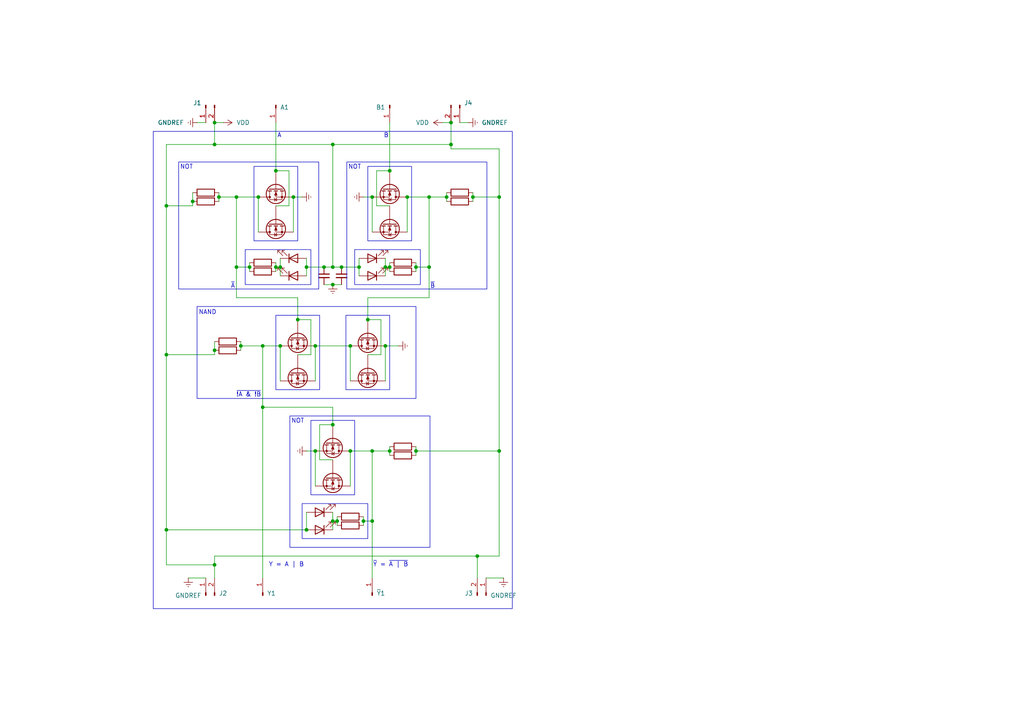
<source format=kicad_sch>
(kicad_sch
	(version 20250114)
	(generator "eeschema")
	(generator_version "9.0")
	(uuid "38b61d3a-980d-41e9-90d9-6607b9c2b652")
	(paper "A4")
	(title_block
		(title "XOR w/ LEDs")
		(rev "1.0")
		(company "Cyborg Systems")
		(comment 1 "BlueChip")
	)
	(lib_symbols
		(symbol "2N7000_1"
			(pin_numbers
				(hide yes)
			)
			(pin_names
				(hide yes)
			)
			(exclude_from_sim no)
			(in_bom yes)
			(on_board yes)
			(property "Reference" "Q"
				(at 5.08 1.905 0)
				(effects
					(font
						(size 1.27 1.27)
					)
					(justify left)
				)
			)
			(property "Value" "2N7000"
				(at 5.08 0 0)
				(effects
					(font
						(size 1.27 1.27)
					)
					(justify left)
				)
			)
			(property "Footprint" "Package_TO_SOT_THT:TO-92_Inline"
				(at 5.08 -1.905 0)
				(effects
					(font
						(size 1.27 1.27)
						(italic yes)
					)
					(justify left)
					(hide yes)
				)
			)
			(property "Datasheet" "https://www.vishay.com/docs/70226/70226.pdf"
				(at 5.08 -3.81 0)
				(effects
					(font
						(size 1.27 1.27)
					)
					(justify left)
					(hide yes)
				)
			)
			(property "Description" "0.2A Id, 200V Vds, N-Channel MOSFET, 2.6V Logic Level, TO-92"
				(at 0 0 0)
				(effects
					(font
						(size 1.27 1.27)
					)
					(hide yes)
				)
			)
			(property "ki_keywords" "N-Channel MOSFET Logic-Level"
				(at 0 0 0)
				(effects
					(font
						(size 1.27 1.27)
					)
					(hide yes)
				)
			)
			(property "ki_fp_filters" "TO?92*"
				(at 0 0 0)
				(effects
					(font
						(size 1.27 1.27)
					)
					(hide yes)
				)
			)
			(symbol "2N7000_1_0_1"
				(polyline
					(pts
						(xy 0.254 1.905) (xy 0.254 -1.905)
					)
					(stroke
						(width 0.254)
						(type default)
					)
					(fill
						(type none)
					)
				)
				(polyline
					(pts
						(xy 0.254 0) (xy -2.54 0)
					)
					(stroke
						(width 0)
						(type default)
					)
					(fill
						(type none)
					)
				)
				(polyline
					(pts
						(xy 0.762 2.286) (xy 0.762 1.27)
					)
					(stroke
						(width 0.254)
						(type default)
					)
					(fill
						(type none)
					)
				)
				(polyline
					(pts
						(xy 0.762 0.508) (xy 0.762 -0.508)
					)
					(stroke
						(width 0.254)
						(type default)
					)
					(fill
						(type none)
					)
				)
				(polyline
					(pts
						(xy 0.762 -1.27) (xy 0.762 -2.286)
					)
					(stroke
						(width 0.254)
						(type default)
					)
					(fill
						(type none)
					)
				)
				(polyline
					(pts
						(xy 0.762 -1.778) (xy 3.302 -1.778) (xy 3.302 1.778) (xy 0.762 1.778)
					)
					(stroke
						(width 0)
						(type default)
					)
					(fill
						(type none)
					)
				)
				(polyline
					(pts
						(xy 1.016 0) (xy 2.032 0.381) (xy 2.032 -0.381) (xy 1.016 0)
					)
					(stroke
						(width 0)
						(type default)
					)
					(fill
						(type outline)
					)
				)
				(circle
					(center 1.651 0)
					(radius 2.794)
					(stroke
						(width 0.254)
						(type default)
					)
					(fill
						(type none)
					)
				)
				(polyline
					(pts
						(xy 2.54 2.54) (xy 2.54 1.778)
					)
					(stroke
						(width 0)
						(type default)
					)
					(fill
						(type none)
					)
				)
				(circle
					(center 2.54 1.778)
					(radius 0.254)
					(stroke
						(width 0)
						(type default)
					)
					(fill
						(type outline)
					)
				)
				(circle
					(center 2.54 -1.778)
					(radius 0.254)
					(stroke
						(width 0)
						(type default)
					)
					(fill
						(type outline)
					)
				)
				(polyline
					(pts
						(xy 2.54 -2.54) (xy 2.54 0) (xy 0.762 0)
					)
					(stroke
						(width 0)
						(type default)
					)
					(fill
						(type none)
					)
				)
				(polyline
					(pts
						(xy 2.794 0.508) (xy 2.921 0.381) (xy 3.683 0.381) (xy 3.81 0.254)
					)
					(stroke
						(width 0)
						(type default)
					)
					(fill
						(type none)
					)
				)
				(polyline
					(pts
						(xy 3.302 0.381) (xy 2.921 -0.254) (xy 3.683 -0.254) (xy 3.302 0.381)
					)
					(stroke
						(width 0)
						(type default)
					)
					(fill
						(type none)
					)
				)
			)
			(symbol "2N7000_1_1_1"
				(pin input line
					(at -5.08 0 0)
					(length 2.54)
					(name "G"
						(effects
							(font
								(size 1.27 1.27)
							)
						)
					)
					(number "2"
						(effects
							(font
								(size 1.27 1.27)
							)
						)
					)
				)
				(pin passive line
					(at 2.54 5.08 270)
					(length 2.54)
					(name "D"
						(effects
							(font
								(size 1.27 1.27)
							)
						)
					)
					(number "3"
						(effects
							(font
								(size 1.27 1.27)
							)
						)
					)
				)
				(pin passive line
					(at 2.54 -5.08 90)
					(length 2.54)
					(name "S"
						(effects
							(font
								(size 1.27 1.27)
							)
						)
					)
					(number "1"
						(effects
							(font
								(size 1.27 1.27)
							)
						)
					)
				)
			)
			(embedded_fonts no)
		)
		(symbol "2N7000_11"
			(pin_numbers
				(hide yes)
			)
			(pin_names
				(hide yes)
			)
			(exclude_from_sim no)
			(in_bom yes)
			(on_board yes)
			(property "Reference" "Q"
				(at 5.08 1.905 0)
				(effects
					(font
						(size 1.27 1.27)
					)
					(justify left)
				)
			)
			(property "Value" "2N7000"
				(at 5.08 0 0)
				(effects
					(font
						(size 1.27 1.27)
					)
					(justify left)
				)
			)
			(property "Footprint" "Package_TO_SOT_THT:TO-92_Inline"
				(at 5.08 -1.905 0)
				(effects
					(font
						(size 1.27 1.27)
						(italic yes)
					)
					(justify left)
					(hide yes)
				)
			)
			(property "Datasheet" "https://www.vishay.com/docs/70226/70226.pdf"
				(at 5.08 -3.81 0)
				(effects
					(font
						(size 1.27 1.27)
					)
					(justify left)
					(hide yes)
				)
			)
			(property "Description" "0.2A Id, 200V Vds, N-Channel MOSFET, 2.6V Logic Level, TO-92"
				(at 0 0 0)
				(effects
					(font
						(size 1.27 1.27)
					)
					(hide yes)
				)
			)
			(property "ki_keywords" "N-Channel MOSFET Logic-Level"
				(at 0 0 0)
				(effects
					(font
						(size 1.27 1.27)
					)
					(hide yes)
				)
			)
			(property "ki_fp_filters" "TO?92*"
				(at 0 0 0)
				(effects
					(font
						(size 1.27 1.27)
					)
					(hide yes)
				)
			)
			(symbol "2N7000_11_0_1"
				(polyline
					(pts
						(xy 0.254 1.905) (xy 0.254 -1.905)
					)
					(stroke
						(width 0.254)
						(type default)
					)
					(fill
						(type none)
					)
				)
				(polyline
					(pts
						(xy 0.254 0) (xy -2.54 0)
					)
					(stroke
						(width 0)
						(type default)
					)
					(fill
						(type none)
					)
				)
				(polyline
					(pts
						(xy 0.762 2.286) (xy 0.762 1.27)
					)
					(stroke
						(width 0.254)
						(type default)
					)
					(fill
						(type none)
					)
				)
				(polyline
					(pts
						(xy 0.762 0.508) (xy 0.762 -0.508)
					)
					(stroke
						(width 0.254)
						(type default)
					)
					(fill
						(type none)
					)
				)
				(polyline
					(pts
						(xy 0.762 -1.27) (xy 0.762 -2.286)
					)
					(stroke
						(width 0.254)
						(type default)
					)
					(fill
						(type none)
					)
				)
				(polyline
					(pts
						(xy 0.762 -1.778) (xy 3.302 -1.778) (xy 3.302 1.778) (xy 0.762 1.778)
					)
					(stroke
						(width 0)
						(type default)
					)
					(fill
						(type none)
					)
				)
				(polyline
					(pts
						(xy 1.016 0) (xy 2.032 0.381) (xy 2.032 -0.381) (xy 1.016 0)
					)
					(stroke
						(width 0)
						(type default)
					)
					(fill
						(type outline)
					)
				)
				(circle
					(center 1.651 0)
					(radius 2.794)
					(stroke
						(width 0.254)
						(type default)
					)
					(fill
						(type none)
					)
				)
				(polyline
					(pts
						(xy 2.54 2.54) (xy 2.54 1.778)
					)
					(stroke
						(width 0)
						(type default)
					)
					(fill
						(type none)
					)
				)
				(circle
					(center 2.54 1.778)
					(radius 0.254)
					(stroke
						(width 0)
						(type default)
					)
					(fill
						(type outline)
					)
				)
				(circle
					(center 2.54 -1.778)
					(radius 0.254)
					(stroke
						(width 0)
						(type default)
					)
					(fill
						(type outline)
					)
				)
				(polyline
					(pts
						(xy 2.54 -2.54) (xy 2.54 0) (xy 0.762 0)
					)
					(stroke
						(width 0)
						(type default)
					)
					(fill
						(type none)
					)
				)
				(polyline
					(pts
						(xy 2.794 0.508) (xy 2.921 0.381) (xy 3.683 0.381) (xy 3.81 0.254)
					)
					(stroke
						(width 0)
						(type default)
					)
					(fill
						(type none)
					)
				)
				(polyline
					(pts
						(xy 3.302 0.381) (xy 2.921 -0.254) (xy 3.683 -0.254) (xy 3.302 0.381)
					)
					(stroke
						(width 0)
						(type default)
					)
					(fill
						(type none)
					)
				)
			)
			(symbol "2N7000_11_1_1"
				(pin input line
					(at -5.08 0 0)
					(length 2.54)
					(name "G"
						(effects
							(font
								(size 1.27 1.27)
							)
						)
					)
					(number "2"
						(effects
							(font
								(size 1.27 1.27)
							)
						)
					)
				)
				(pin passive line
					(at 2.54 5.08 270)
					(length 2.54)
					(name "D"
						(effects
							(font
								(size 1.27 1.27)
							)
						)
					)
					(number "3"
						(effects
							(font
								(size 1.27 1.27)
							)
						)
					)
				)
				(pin passive line
					(at 2.54 -5.08 90)
					(length 2.54)
					(name "S"
						(effects
							(font
								(size 1.27 1.27)
							)
						)
					)
					(number "1"
						(effects
							(font
								(size 1.27 1.27)
							)
						)
					)
				)
			)
			(embedded_fonts no)
		)
		(symbol "2N7000_12"
			(pin_numbers
				(hide yes)
			)
			(pin_names
				(hide yes)
			)
			(exclude_from_sim no)
			(in_bom yes)
			(on_board yes)
			(property "Reference" "Q"
				(at 5.08 1.905 0)
				(effects
					(font
						(size 1.27 1.27)
					)
					(justify left)
				)
			)
			(property "Value" "2N7000"
				(at 5.08 0 0)
				(effects
					(font
						(size 1.27 1.27)
					)
					(justify left)
				)
			)
			(property "Footprint" "Package_TO_SOT_THT:TO-92_Inline"
				(at 5.08 -1.905 0)
				(effects
					(font
						(size 1.27 1.27)
						(italic yes)
					)
					(justify left)
					(hide yes)
				)
			)
			(property "Datasheet" "https://www.vishay.com/docs/70226/70226.pdf"
				(at 5.08 -3.81 0)
				(effects
					(font
						(size 1.27 1.27)
					)
					(justify left)
					(hide yes)
				)
			)
			(property "Description" "0.2A Id, 200V Vds, N-Channel MOSFET, 2.6V Logic Level, TO-92"
				(at 0 0 0)
				(effects
					(font
						(size 1.27 1.27)
					)
					(hide yes)
				)
			)
			(property "ki_keywords" "N-Channel MOSFET Logic-Level"
				(at 0 0 0)
				(effects
					(font
						(size 1.27 1.27)
					)
					(hide yes)
				)
			)
			(property "ki_fp_filters" "TO?92*"
				(at 0 0 0)
				(effects
					(font
						(size 1.27 1.27)
					)
					(hide yes)
				)
			)
			(symbol "2N7000_12_0_1"
				(polyline
					(pts
						(xy 0.254 1.905) (xy 0.254 -1.905)
					)
					(stroke
						(width 0.254)
						(type default)
					)
					(fill
						(type none)
					)
				)
				(polyline
					(pts
						(xy 0.254 0) (xy -2.54 0)
					)
					(stroke
						(width 0)
						(type default)
					)
					(fill
						(type none)
					)
				)
				(polyline
					(pts
						(xy 0.762 2.286) (xy 0.762 1.27)
					)
					(stroke
						(width 0.254)
						(type default)
					)
					(fill
						(type none)
					)
				)
				(polyline
					(pts
						(xy 0.762 0.508) (xy 0.762 -0.508)
					)
					(stroke
						(width 0.254)
						(type default)
					)
					(fill
						(type none)
					)
				)
				(polyline
					(pts
						(xy 0.762 -1.27) (xy 0.762 -2.286)
					)
					(stroke
						(width 0.254)
						(type default)
					)
					(fill
						(type none)
					)
				)
				(polyline
					(pts
						(xy 0.762 -1.778) (xy 3.302 -1.778) (xy 3.302 1.778) (xy 0.762 1.778)
					)
					(stroke
						(width 0)
						(type default)
					)
					(fill
						(type none)
					)
				)
				(polyline
					(pts
						(xy 1.016 0) (xy 2.032 0.381) (xy 2.032 -0.381) (xy 1.016 0)
					)
					(stroke
						(width 0)
						(type default)
					)
					(fill
						(type outline)
					)
				)
				(circle
					(center 1.651 0)
					(radius 2.794)
					(stroke
						(width 0.254)
						(type default)
					)
					(fill
						(type none)
					)
				)
				(polyline
					(pts
						(xy 2.54 2.54) (xy 2.54 1.778)
					)
					(stroke
						(width 0)
						(type default)
					)
					(fill
						(type none)
					)
				)
				(circle
					(center 2.54 1.778)
					(radius 0.254)
					(stroke
						(width 0)
						(type default)
					)
					(fill
						(type outline)
					)
				)
				(circle
					(center 2.54 -1.778)
					(radius 0.254)
					(stroke
						(width 0)
						(type default)
					)
					(fill
						(type outline)
					)
				)
				(polyline
					(pts
						(xy 2.54 -2.54) (xy 2.54 0) (xy 0.762 0)
					)
					(stroke
						(width 0)
						(type default)
					)
					(fill
						(type none)
					)
				)
				(polyline
					(pts
						(xy 2.794 0.508) (xy 2.921 0.381) (xy 3.683 0.381) (xy 3.81 0.254)
					)
					(stroke
						(width 0)
						(type default)
					)
					(fill
						(type none)
					)
				)
				(polyline
					(pts
						(xy 3.302 0.381) (xy 2.921 -0.254) (xy 3.683 -0.254) (xy 3.302 0.381)
					)
					(stroke
						(width 0)
						(type default)
					)
					(fill
						(type none)
					)
				)
			)
			(symbol "2N7000_12_1_1"
				(pin input line
					(at -5.08 0 0)
					(length 2.54)
					(name "G"
						(effects
							(font
								(size 1.27 1.27)
							)
						)
					)
					(number "2"
						(effects
							(font
								(size 1.27 1.27)
							)
						)
					)
				)
				(pin passive line
					(at 2.54 5.08 270)
					(length 2.54)
					(name "D"
						(effects
							(font
								(size 1.27 1.27)
							)
						)
					)
					(number "3"
						(effects
							(font
								(size 1.27 1.27)
							)
						)
					)
				)
				(pin passive line
					(at 2.54 -5.08 90)
					(length 2.54)
					(name "S"
						(effects
							(font
								(size 1.27 1.27)
							)
						)
					)
					(number "1"
						(effects
							(font
								(size 1.27 1.27)
							)
						)
					)
				)
			)
			(embedded_fonts no)
		)
		(symbol "2N7000_2"
			(pin_numbers
				(hide yes)
			)
			(pin_names
				(hide yes)
			)
			(exclude_from_sim no)
			(in_bom yes)
			(on_board yes)
			(property "Reference" "Q"
				(at 5.08 1.905 0)
				(effects
					(font
						(size 1.27 1.27)
					)
					(justify left)
				)
			)
			(property "Value" "2N7000"
				(at 5.08 0 0)
				(effects
					(font
						(size 1.27 1.27)
					)
					(justify left)
				)
			)
			(property "Footprint" "Package_TO_SOT_THT:TO-92_Inline"
				(at 5.08 -1.905 0)
				(effects
					(font
						(size 1.27 1.27)
						(italic yes)
					)
					(justify left)
					(hide yes)
				)
			)
			(property "Datasheet" "https://www.vishay.com/docs/70226/70226.pdf"
				(at 5.08 -3.81 0)
				(effects
					(font
						(size 1.27 1.27)
					)
					(justify left)
					(hide yes)
				)
			)
			(property "Description" "0.2A Id, 200V Vds, N-Channel MOSFET, 2.6V Logic Level, TO-92"
				(at 0 0 0)
				(effects
					(font
						(size 1.27 1.27)
					)
					(hide yes)
				)
			)
			(property "ki_keywords" "N-Channel MOSFET Logic-Level"
				(at 0 0 0)
				(effects
					(font
						(size 1.27 1.27)
					)
					(hide yes)
				)
			)
			(property "ki_fp_filters" "TO?92*"
				(at 0 0 0)
				(effects
					(font
						(size 1.27 1.27)
					)
					(hide yes)
				)
			)
			(symbol "2N7000_2_0_1"
				(polyline
					(pts
						(xy 0.254 1.905) (xy 0.254 -1.905)
					)
					(stroke
						(width 0.254)
						(type default)
					)
					(fill
						(type none)
					)
				)
				(polyline
					(pts
						(xy 0.254 0) (xy -2.54 0)
					)
					(stroke
						(width 0)
						(type default)
					)
					(fill
						(type none)
					)
				)
				(polyline
					(pts
						(xy 0.762 2.286) (xy 0.762 1.27)
					)
					(stroke
						(width 0.254)
						(type default)
					)
					(fill
						(type none)
					)
				)
				(polyline
					(pts
						(xy 0.762 0.508) (xy 0.762 -0.508)
					)
					(stroke
						(width 0.254)
						(type default)
					)
					(fill
						(type none)
					)
				)
				(polyline
					(pts
						(xy 0.762 -1.27) (xy 0.762 -2.286)
					)
					(stroke
						(width 0.254)
						(type default)
					)
					(fill
						(type none)
					)
				)
				(polyline
					(pts
						(xy 0.762 -1.778) (xy 3.302 -1.778) (xy 3.302 1.778) (xy 0.762 1.778)
					)
					(stroke
						(width 0)
						(type default)
					)
					(fill
						(type none)
					)
				)
				(polyline
					(pts
						(xy 1.016 0) (xy 2.032 0.381) (xy 2.032 -0.381) (xy 1.016 0)
					)
					(stroke
						(width 0)
						(type default)
					)
					(fill
						(type outline)
					)
				)
				(circle
					(center 1.651 0)
					(radius 2.794)
					(stroke
						(width 0.254)
						(type default)
					)
					(fill
						(type none)
					)
				)
				(polyline
					(pts
						(xy 2.54 2.54) (xy 2.54 1.778)
					)
					(stroke
						(width 0)
						(type default)
					)
					(fill
						(type none)
					)
				)
				(circle
					(center 2.54 1.778)
					(radius 0.254)
					(stroke
						(width 0)
						(type default)
					)
					(fill
						(type outline)
					)
				)
				(circle
					(center 2.54 -1.778)
					(radius 0.254)
					(stroke
						(width 0)
						(type default)
					)
					(fill
						(type outline)
					)
				)
				(polyline
					(pts
						(xy 2.54 -2.54) (xy 2.54 0) (xy 0.762 0)
					)
					(stroke
						(width 0)
						(type default)
					)
					(fill
						(type none)
					)
				)
				(polyline
					(pts
						(xy 2.794 0.508) (xy 2.921 0.381) (xy 3.683 0.381) (xy 3.81 0.254)
					)
					(stroke
						(width 0)
						(type default)
					)
					(fill
						(type none)
					)
				)
				(polyline
					(pts
						(xy 3.302 0.381) (xy 2.921 -0.254) (xy 3.683 -0.254) (xy 3.302 0.381)
					)
					(stroke
						(width 0)
						(type default)
					)
					(fill
						(type none)
					)
				)
			)
			(symbol "2N7000_2_1_1"
				(pin input line
					(at -5.08 0 0)
					(length 2.54)
					(name "G"
						(effects
							(font
								(size 1.27 1.27)
							)
						)
					)
					(number "2"
						(effects
							(font
								(size 1.27 1.27)
							)
						)
					)
				)
				(pin passive line
					(at 2.54 5.08 270)
					(length 2.54)
					(name "D"
						(effects
							(font
								(size 1.27 1.27)
							)
						)
					)
					(number "3"
						(effects
							(font
								(size 1.27 1.27)
							)
						)
					)
				)
				(pin passive line
					(at 2.54 -5.08 90)
					(length 2.54)
					(name "S"
						(effects
							(font
								(size 1.27 1.27)
							)
						)
					)
					(number "1"
						(effects
							(font
								(size 1.27 1.27)
							)
						)
					)
				)
			)
			(embedded_fonts no)
		)
		(symbol "2N7000_3"
			(pin_numbers
				(hide yes)
			)
			(pin_names
				(hide yes)
			)
			(exclude_from_sim no)
			(in_bom yes)
			(on_board yes)
			(property "Reference" "Q"
				(at 5.08 1.905 0)
				(effects
					(font
						(size 1.27 1.27)
					)
					(justify left)
				)
			)
			(property "Value" "2N7000"
				(at 5.08 0 0)
				(effects
					(font
						(size 1.27 1.27)
					)
					(justify left)
				)
			)
			(property "Footprint" "Package_TO_SOT_THT:TO-92_Inline"
				(at 5.08 -1.905 0)
				(effects
					(font
						(size 1.27 1.27)
						(italic yes)
					)
					(justify left)
					(hide yes)
				)
			)
			(property "Datasheet" "https://www.vishay.com/docs/70226/70226.pdf"
				(at 5.08 -3.81 0)
				(effects
					(font
						(size 1.27 1.27)
					)
					(justify left)
					(hide yes)
				)
			)
			(property "Description" "0.2A Id, 200V Vds, N-Channel MOSFET, 2.6V Logic Level, TO-92"
				(at 0 0 0)
				(effects
					(font
						(size 1.27 1.27)
					)
					(hide yes)
				)
			)
			(property "ki_keywords" "N-Channel MOSFET Logic-Level"
				(at 0 0 0)
				(effects
					(font
						(size 1.27 1.27)
					)
					(hide yes)
				)
			)
			(property "ki_fp_filters" "TO?92*"
				(at 0 0 0)
				(effects
					(font
						(size 1.27 1.27)
					)
					(hide yes)
				)
			)
			(symbol "2N7000_3_0_1"
				(polyline
					(pts
						(xy 0.254 1.905) (xy 0.254 -1.905)
					)
					(stroke
						(width 0.254)
						(type default)
					)
					(fill
						(type none)
					)
				)
				(polyline
					(pts
						(xy 0.254 0) (xy -2.54 0)
					)
					(stroke
						(width 0)
						(type default)
					)
					(fill
						(type none)
					)
				)
				(polyline
					(pts
						(xy 0.762 2.286) (xy 0.762 1.27)
					)
					(stroke
						(width 0.254)
						(type default)
					)
					(fill
						(type none)
					)
				)
				(polyline
					(pts
						(xy 0.762 0.508) (xy 0.762 -0.508)
					)
					(stroke
						(width 0.254)
						(type default)
					)
					(fill
						(type none)
					)
				)
				(polyline
					(pts
						(xy 0.762 -1.27) (xy 0.762 -2.286)
					)
					(stroke
						(width 0.254)
						(type default)
					)
					(fill
						(type none)
					)
				)
				(polyline
					(pts
						(xy 0.762 -1.778) (xy 3.302 -1.778) (xy 3.302 1.778) (xy 0.762 1.778)
					)
					(stroke
						(width 0)
						(type default)
					)
					(fill
						(type none)
					)
				)
				(polyline
					(pts
						(xy 1.016 0) (xy 2.032 0.381) (xy 2.032 -0.381) (xy 1.016 0)
					)
					(stroke
						(width 0)
						(type default)
					)
					(fill
						(type outline)
					)
				)
				(circle
					(center 1.651 0)
					(radius 2.794)
					(stroke
						(width 0.254)
						(type default)
					)
					(fill
						(type none)
					)
				)
				(polyline
					(pts
						(xy 2.54 2.54) (xy 2.54 1.778)
					)
					(stroke
						(width 0)
						(type default)
					)
					(fill
						(type none)
					)
				)
				(circle
					(center 2.54 1.778)
					(radius 0.254)
					(stroke
						(width 0)
						(type default)
					)
					(fill
						(type outline)
					)
				)
				(circle
					(center 2.54 -1.778)
					(radius 0.254)
					(stroke
						(width 0)
						(type default)
					)
					(fill
						(type outline)
					)
				)
				(polyline
					(pts
						(xy 2.54 -2.54) (xy 2.54 0) (xy 0.762 0)
					)
					(stroke
						(width 0)
						(type default)
					)
					(fill
						(type none)
					)
				)
				(polyline
					(pts
						(xy 2.794 0.508) (xy 2.921 0.381) (xy 3.683 0.381) (xy 3.81 0.254)
					)
					(stroke
						(width 0)
						(type default)
					)
					(fill
						(type none)
					)
				)
				(polyline
					(pts
						(xy 3.302 0.381) (xy 2.921 -0.254) (xy 3.683 -0.254) (xy 3.302 0.381)
					)
					(stroke
						(width 0)
						(type default)
					)
					(fill
						(type none)
					)
				)
			)
			(symbol "2N7000_3_1_1"
				(pin input line
					(at -5.08 0 0)
					(length 2.54)
					(name "G"
						(effects
							(font
								(size 1.27 1.27)
							)
						)
					)
					(number "2"
						(effects
							(font
								(size 1.27 1.27)
							)
						)
					)
				)
				(pin passive line
					(at 2.54 5.08 270)
					(length 2.54)
					(name "D"
						(effects
							(font
								(size 1.27 1.27)
							)
						)
					)
					(number "3"
						(effects
							(font
								(size 1.27 1.27)
							)
						)
					)
				)
				(pin passive line
					(at 2.54 -5.08 90)
					(length 2.54)
					(name "S"
						(effects
							(font
								(size 1.27 1.27)
							)
						)
					)
					(number "1"
						(effects
							(font
								(size 1.27 1.27)
							)
						)
					)
				)
			)
			(embedded_fonts no)
		)
		(symbol "2N7000_4"
			(pin_numbers
				(hide yes)
			)
			(pin_names
				(hide yes)
			)
			(exclude_from_sim no)
			(in_bom yes)
			(on_board yes)
			(property "Reference" "Q"
				(at 5.08 1.905 0)
				(effects
					(font
						(size 1.27 1.27)
					)
					(justify left)
				)
			)
			(property "Value" "2N7000"
				(at 5.08 0 0)
				(effects
					(font
						(size 1.27 1.27)
					)
					(justify left)
				)
			)
			(property "Footprint" "Package_TO_SOT_THT:TO-92_Inline"
				(at 5.08 -1.905 0)
				(effects
					(font
						(size 1.27 1.27)
						(italic yes)
					)
					(justify left)
					(hide yes)
				)
			)
			(property "Datasheet" "https://www.vishay.com/docs/70226/70226.pdf"
				(at 5.08 -3.81 0)
				(effects
					(font
						(size 1.27 1.27)
					)
					(justify left)
					(hide yes)
				)
			)
			(property "Description" "0.2A Id, 200V Vds, N-Channel MOSFET, 2.6V Logic Level, TO-92"
				(at 0 0 0)
				(effects
					(font
						(size 1.27 1.27)
					)
					(hide yes)
				)
			)
			(property "ki_keywords" "N-Channel MOSFET Logic-Level"
				(at 0 0 0)
				(effects
					(font
						(size 1.27 1.27)
					)
					(hide yes)
				)
			)
			(property "ki_fp_filters" "TO?92*"
				(at 0 0 0)
				(effects
					(font
						(size 1.27 1.27)
					)
					(hide yes)
				)
			)
			(symbol "2N7000_4_0_1"
				(polyline
					(pts
						(xy 0.254 1.905) (xy 0.254 -1.905)
					)
					(stroke
						(width 0.254)
						(type default)
					)
					(fill
						(type none)
					)
				)
				(polyline
					(pts
						(xy 0.254 0) (xy -2.54 0)
					)
					(stroke
						(width 0)
						(type default)
					)
					(fill
						(type none)
					)
				)
				(polyline
					(pts
						(xy 0.762 2.286) (xy 0.762 1.27)
					)
					(stroke
						(width 0.254)
						(type default)
					)
					(fill
						(type none)
					)
				)
				(polyline
					(pts
						(xy 0.762 0.508) (xy 0.762 -0.508)
					)
					(stroke
						(width 0.254)
						(type default)
					)
					(fill
						(type none)
					)
				)
				(polyline
					(pts
						(xy 0.762 -1.27) (xy 0.762 -2.286)
					)
					(stroke
						(width 0.254)
						(type default)
					)
					(fill
						(type none)
					)
				)
				(polyline
					(pts
						(xy 0.762 -1.778) (xy 3.302 -1.778) (xy 3.302 1.778) (xy 0.762 1.778)
					)
					(stroke
						(width 0)
						(type default)
					)
					(fill
						(type none)
					)
				)
				(polyline
					(pts
						(xy 1.016 0) (xy 2.032 0.381) (xy 2.032 -0.381) (xy 1.016 0)
					)
					(stroke
						(width 0)
						(type default)
					)
					(fill
						(type outline)
					)
				)
				(circle
					(center 1.651 0)
					(radius 2.794)
					(stroke
						(width 0.254)
						(type default)
					)
					(fill
						(type none)
					)
				)
				(polyline
					(pts
						(xy 2.54 2.54) (xy 2.54 1.778)
					)
					(stroke
						(width 0)
						(type default)
					)
					(fill
						(type none)
					)
				)
				(circle
					(center 2.54 1.778)
					(radius 0.254)
					(stroke
						(width 0)
						(type default)
					)
					(fill
						(type outline)
					)
				)
				(circle
					(center 2.54 -1.778)
					(radius 0.254)
					(stroke
						(width 0)
						(type default)
					)
					(fill
						(type outline)
					)
				)
				(polyline
					(pts
						(xy 2.54 -2.54) (xy 2.54 0) (xy 0.762 0)
					)
					(stroke
						(width 0)
						(type default)
					)
					(fill
						(type none)
					)
				)
				(polyline
					(pts
						(xy 2.794 0.508) (xy 2.921 0.381) (xy 3.683 0.381) (xy 3.81 0.254)
					)
					(stroke
						(width 0)
						(type default)
					)
					(fill
						(type none)
					)
				)
				(polyline
					(pts
						(xy 3.302 0.381) (xy 2.921 -0.254) (xy 3.683 -0.254) (xy 3.302 0.381)
					)
					(stroke
						(width 0)
						(type default)
					)
					(fill
						(type none)
					)
				)
			)
			(symbol "2N7000_4_1_1"
				(pin input line
					(at -5.08 0 0)
					(length 2.54)
					(name "G"
						(effects
							(font
								(size 1.27 1.27)
							)
						)
					)
					(number "2"
						(effects
							(font
								(size 1.27 1.27)
							)
						)
					)
				)
				(pin passive line
					(at 2.54 5.08 270)
					(length 2.54)
					(name "D"
						(effects
							(font
								(size 1.27 1.27)
							)
						)
					)
					(number "3"
						(effects
							(font
								(size 1.27 1.27)
							)
						)
					)
				)
				(pin passive line
					(at 2.54 -5.08 90)
					(length 2.54)
					(name "S"
						(effects
							(font
								(size 1.27 1.27)
							)
						)
					)
					(number "1"
						(effects
							(font
								(size 1.27 1.27)
							)
						)
					)
				)
			)
			(embedded_fonts no)
		)
		(symbol "2N7000_5"
			(pin_numbers
				(hide yes)
			)
			(pin_names
				(hide yes)
			)
			(exclude_from_sim no)
			(in_bom yes)
			(on_board yes)
			(property "Reference" "Q"
				(at 5.08 1.905 0)
				(effects
					(font
						(size 1.27 1.27)
					)
					(justify left)
				)
			)
			(property "Value" "2N7000"
				(at 5.08 0 0)
				(effects
					(font
						(size 1.27 1.27)
					)
					(justify left)
				)
			)
			(property "Footprint" "Package_TO_SOT_THT:TO-92_Inline"
				(at 5.08 -1.905 0)
				(effects
					(font
						(size 1.27 1.27)
						(italic yes)
					)
					(justify left)
					(hide yes)
				)
			)
			(property "Datasheet" "https://www.vishay.com/docs/70226/70226.pdf"
				(at 5.08 -3.81 0)
				(effects
					(font
						(size 1.27 1.27)
					)
					(justify left)
					(hide yes)
				)
			)
			(property "Description" "0.2A Id, 200V Vds, N-Channel MOSFET, 2.6V Logic Level, TO-92"
				(at 0 0 0)
				(effects
					(font
						(size 1.27 1.27)
					)
					(hide yes)
				)
			)
			(property "ki_keywords" "N-Channel MOSFET Logic-Level"
				(at 0 0 0)
				(effects
					(font
						(size 1.27 1.27)
					)
					(hide yes)
				)
			)
			(property "ki_fp_filters" "TO?92*"
				(at 0 0 0)
				(effects
					(font
						(size 1.27 1.27)
					)
					(hide yes)
				)
			)
			(symbol "2N7000_5_0_1"
				(polyline
					(pts
						(xy 0.254 1.905) (xy 0.254 -1.905)
					)
					(stroke
						(width 0.254)
						(type default)
					)
					(fill
						(type none)
					)
				)
				(polyline
					(pts
						(xy 0.254 0) (xy -2.54 0)
					)
					(stroke
						(width 0)
						(type default)
					)
					(fill
						(type none)
					)
				)
				(polyline
					(pts
						(xy 0.762 2.286) (xy 0.762 1.27)
					)
					(stroke
						(width 0.254)
						(type default)
					)
					(fill
						(type none)
					)
				)
				(polyline
					(pts
						(xy 0.762 0.508) (xy 0.762 -0.508)
					)
					(stroke
						(width 0.254)
						(type default)
					)
					(fill
						(type none)
					)
				)
				(polyline
					(pts
						(xy 0.762 -1.27) (xy 0.762 -2.286)
					)
					(stroke
						(width 0.254)
						(type default)
					)
					(fill
						(type none)
					)
				)
				(polyline
					(pts
						(xy 0.762 -1.778) (xy 3.302 -1.778) (xy 3.302 1.778) (xy 0.762 1.778)
					)
					(stroke
						(width 0)
						(type default)
					)
					(fill
						(type none)
					)
				)
				(polyline
					(pts
						(xy 1.016 0) (xy 2.032 0.381) (xy 2.032 -0.381) (xy 1.016 0)
					)
					(stroke
						(width 0)
						(type default)
					)
					(fill
						(type outline)
					)
				)
				(circle
					(center 1.651 0)
					(radius 2.794)
					(stroke
						(width 0.254)
						(type default)
					)
					(fill
						(type none)
					)
				)
				(polyline
					(pts
						(xy 2.54 2.54) (xy 2.54 1.778)
					)
					(stroke
						(width 0)
						(type default)
					)
					(fill
						(type none)
					)
				)
				(circle
					(center 2.54 1.778)
					(radius 0.254)
					(stroke
						(width 0)
						(type default)
					)
					(fill
						(type outline)
					)
				)
				(circle
					(center 2.54 -1.778)
					(radius 0.254)
					(stroke
						(width 0)
						(type default)
					)
					(fill
						(type outline)
					)
				)
				(polyline
					(pts
						(xy 2.54 -2.54) (xy 2.54 0) (xy 0.762 0)
					)
					(stroke
						(width 0)
						(type default)
					)
					(fill
						(type none)
					)
				)
				(polyline
					(pts
						(xy 2.794 0.508) (xy 2.921 0.381) (xy 3.683 0.381) (xy 3.81 0.254)
					)
					(stroke
						(width 0)
						(type default)
					)
					(fill
						(type none)
					)
				)
				(polyline
					(pts
						(xy 3.302 0.381) (xy 2.921 -0.254) (xy 3.683 -0.254) (xy 3.302 0.381)
					)
					(stroke
						(width 0)
						(type default)
					)
					(fill
						(type none)
					)
				)
			)
			(symbol "2N7000_5_1_1"
				(pin input line
					(at -5.08 0 0)
					(length 2.54)
					(name "G"
						(effects
							(font
								(size 1.27 1.27)
							)
						)
					)
					(number "2"
						(effects
							(font
								(size 1.27 1.27)
							)
						)
					)
				)
				(pin passive line
					(at 2.54 5.08 270)
					(length 2.54)
					(name "D"
						(effects
							(font
								(size 1.27 1.27)
							)
						)
					)
					(number "3"
						(effects
							(font
								(size 1.27 1.27)
							)
						)
					)
				)
				(pin passive line
					(at 2.54 -5.08 90)
					(length 2.54)
					(name "S"
						(effects
							(font
								(size 1.27 1.27)
							)
						)
					)
					(number "1"
						(effects
							(font
								(size 1.27 1.27)
							)
						)
					)
				)
			)
			(embedded_fonts no)
		)
		(symbol "2N7000_6"
			(pin_numbers
				(hide yes)
			)
			(pin_names
				(hide yes)
			)
			(exclude_from_sim no)
			(in_bom yes)
			(on_board yes)
			(property "Reference" "Q"
				(at 5.08 1.905 0)
				(effects
					(font
						(size 1.27 1.27)
					)
					(justify left)
				)
			)
			(property "Value" "2N7000"
				(at 5.08 0 0)
				(effects
					(font
						(size 1.27 1.27)
					)
					(justify left)
				)
			)
			(property "Footprint" "Package_TO_SOT_THT:TO-92_Inline"
				(at 5.08 -1.905 0)
				(effects
					(font
						(size 1.27 1.27)
						(italic yes)
					)
					(justify left)
					(hide yes)
				)
			)
			(property "Datasheet" "https://www.vishay.com/docs/70226/70226.pdf"
				(at 5.08 -3.81 0)
				(effects
					(font
						(size 1.27 1.27)
					)
					(justify left)
					(hide yes)
				)
			)
			(property "Description" "0.2A Id, 200V Vds, N-Channel MOSFET, 2.6V Logic Level, TO-92"
				(at 0 0 0)
				(effects
					(font
						(size 1.27 1.27)
					)
					(hide yes)
				)
			)
			(property "ki_keywords" "N-Channel MOSFET Logic-Level"
				(at 0 0 0)
				(effects
					(font
						(size 1.27 1.27)
					)
					(hide yes)
				)
			)
			(property "ki_fp_filters" "TO?92*"
				(at 0 0 0)
				(effects
					(font
						(size 1.27 1.27)
					)
					(hide yes)
				)
			)
			(symbol "2N7000_6_0_1"
				(polyline
					(pts
						(xy 0.254 1.905) (xy 0.254 -1.905)
					)
					(stroke
						(width 0.254)
						(type default)
					)
					(fill
						(type none)
					)
				)
				(polyline
					(pts
						(xy 0.254 0) (xy -2.54 0)
					)
					(stroke
						(width 0)
						(type default)
					)
					(fill
						(type none)
					)
				)
				(polyline
					(pts
						(xy 0.762 2.286) (xy 0.762 1.27)
					)
					(stroke
						(width 0.254)
						(type default)
					)
					(fill
						(type none)
					)
				)
				(polyline
					(pts
						(xy 0.762 0.508) (xy 0.762 -0.508)
					)
					(stroke
						(width 0.254)
						(type default)
					)
					(fill
						(type none)
					)
				)
				(polyline
					(pts
						(xy 0.762 -1.27) (xy 0.762 -2.286)
					)
					(stroke
						(width 0.254)
						(type default)
					)
					(fill
						(type none)
					)
				)
				(polyline
					(pts
						(xy 0.762 -1.778) (xy 3.302 -1.778) (xy 3.302 1.778) (xy 0.762 1.778)
					)
					(stroke
						(width 0)
						(type default)
					)
					(fill
						(type none)
					)
				)
				(polyline
					(pts
						(xy 1.016 0) (xy 2.032 0.381) (xy 2.032 -0.381) (xy 1.016 0)
					)
					(stroke
						(width 0)
						(type default)
					)
					(fill
						(type outline)
					)
				)
				(circle
					(center 1.651 0)
					(radius 2.794)
					(stroke
						(width 0.254)
						(type default)
					)
					(fill
						(type none)
					)
				)
				(polyline
					(pts
						(xy 2.54 2.54) (xy 2.54 1.778)
					)
					(stroke
						(width 0)
						(type default)
					)
					(fill
						(type none)
					)
				)
				(circle
					(center 2.54 1.778)
					(radius 0.254)
					(stroke
						(width 0)
						(type default)
					)
					(fill
						(type outline)
					)
				)
				(circle
					(center 2.54 -1.778)
					(radius 0.254)
					(stroke
						(width 0)
						(type default)
					)
					(fill
						(type outline)
					)
				)
				(polyline
					(pts
						(xy 2.54 -2.54) (xy 2.54 0) (xy 0.762 0)
					)
					(stroke
						(width 0)
						(type default)
					)
					(fill
						(type none)
					)
				)
				(polyline
					(pts
						(xy 2.794 0.508) (xy 2.921 0.381) (xy 3.683 0.381) (xy 3.81 0.254)
					)
					(stroke
						(width 0)
						(type default)
					)
					(fill
						(type none)
					)
				)
				(polyline
					(pts
						(xy 3.302 0.381) (xy 2.921 -0.254) (xy 3.683 -0.254) (xy 3.302 0.381)
					)
					(stroke
						(width 0)
						(type default)
					)
					(fill
						(type none)
					)
				)
			)
			(symbol "2N7000_6_1_1"
				(pin input line
					(at -5.08 0 0)
					(length 2.54)
					(name "G"
						(effects
							(font
								(size 1.27 1.27)
							)
						)
					)
					(number "2"
						(effects
							(font
								(size 1.27 1.27)
							)
						)
					)
				)
				(pin passive line
					(at 2.54 5.08 270)
					(length 2.54)
					(name "D"
						(effects
							(font
								(size 1.27 1.27)
							)
						)
					)
					(number "3"
						(effects
							(font
								(size 1.27 1.27)
							)
						)
					)
				)
				(pin passive line
					(at 2.54 -5.08 90)
					(length 2.54)
					(name "S"
						(effects
							(font
								(size 1.27 1.27)
							)
						)
					)
					(number "1"
						(effects
							(font
								(size 1.27 1.27)
							)
						)
					)
				)
			)
			(embedded_fonts no)
		)
		(symbol "2N7000_7"
			(pin_numbers
				(hide yes)
			)
			(pin_names
				(hide yes)
			)
			(exclude_from_sim no)
			(in_bom yes)
			(on_board yes)
			(property "Reference" "Q"
				(at 5.08 1.905 0)
				(effects
					(font
						(size 1.27 1.27)
					)
					(justify left)
				)
			)
			(property "Value" "2N7000"
				(at 5.08 0 0)
				(effects
					(font
						(size 1.27 1.27)
					)
					(justify left)
				)
			)
			(property "Footprint" "Package_TO_SOT_THT:TO-92_Inline"
				(at 5.08 -1.905 0)
				(effects
					(font
						(size 1.27 1.27)
						(italic yes)
					)
					(justify left)
					(hide yes)
				)
			)
			(property "Datasheet" "https://www.vishay.com/docs/70226/70226.pdf"
				(at 5.08 -3.81 0)
				(effects
					(font
						(size 1.27 1.27)
					)
					(justify left)
					(hide yes)
				)
			)
			(property "Description" "0.2A Id, 200V Vds, N-Channel MOSFET, 2.6V Logic Level, TO-92"
				(at 0 0 0)
				(effects
					(font
						(size 1.27 1.27)
					)
					(hide yes)
				)
			)
			(property "ki_keywords" "N-Channel MOSFET Logic-Level"
				(at 0 0 0)
				(effects
					(font
						(size 1.27 1.27)
					)
					(hide yes)
				)
			)
			(property "ki_fp_filters" "TO?92*"
				(at 0 0 0)
				(effects
					(font
						(size 1.27 1.27)
					)
					(hide yes)
				)
			)
			(symbol "2N7000_7_0_1"
				(polyline
					(pts
						(xy 0.254 1.905) (xy 0.254 -1.905)
					)
					(stroke
						(width 0.254)
						(type default)
					)
					(fill
						(type none)
					)
				)
				(polyline
					(pts
						(xy 0.254 0) (xy -2.54 0)
					)
					(stroke
						(width 0)
						(type default)
					)
					(fill
						(type none)
					)
				)
				(polyline
					(pts
						(xy 0.762 2.286) (xy 0.762 1.27)
					)
					(stroke
						(width 0.254)
						(type default)
					)
					(fill
						(type none)
					)
				)
				(polyline
					(pts
						(xy 0.762 0.508) (xy 0.762 -0.508)
					)
					(stroke
						(width 0.254)
						(type default)
					)
					(fill
						(type none)
					)
				)
				(polyline
					(pts
						(xy 0.762 -1.27) (xy 0.762 -2.286)
					)
					(stroke
						(width 0.254)
						(type default)
					)
					(fill
						(type none)
					)
				)
				(polyline
					(pts
						(xy 0.762 -1.778) (xy 3.302 -1.778) (xy 3.302 1.778) (xy 0.762 1.778)
					)
					(stroke
						(width 0)
						(type default)
					)
					(fill
						(type none)
					)
				)
				(polyline
					(pts
						(xy 1.016 0) (xy 2.032 0.381) (xy 2.032 -0.381) (xy 1.016 0)
					)
					(stroke
						(width 0)
						(type default)
					)
					(fill
						(type outline)
					)
				)
				(circle
					(center 1.651 0)
					(radius 2.794)
					(stroke
						(width 0.254)
						(type default)
					)
					(fill
						(type none)
					)
				)
				(polyline
					(pts
						(xy 2.54 2.54) (xy 2.54 1.778)
					)
					(stroke
						(width 0)
						(type default)
					)
					(fill
						(type none)
					)
				)
				(circle
					(center 2.54 1.778)
					(radius 0.254)
					(stroke
						(width 0)
						(type default)
					)
					(fill
						(type outline)
					)
				)
				(circle
					(center 2.54 -1.778)
					(radius 0.254)
					(stroke
						(width 0)
						(type default)
					)
					(fill
						(type outline)
					)
				)
				(polyline
					(pts
						(xy 2.54 -2.54) (xy 2.54 0) (xy 0.762 0)
					)
					(stroke
						(width 0)
						(type default)
					)
					(fill
						(type none)
					)
				)
				(polyline
					(pts
						(xy 2.794 0.508) (xy 2.921 0.381) (xy 3.683 0.381) (xy 3.81 0.254)
					)
					(stroke
						(width 0)
						(type default)
					)
					(fill
						(type none)
					)
				)
				(polyline
					(pts
						(xy 3.302 0.381) (xy 2.921 -0.254) (xy 3.683 -0.254) (xy 3.302 0.381)
					)
					(stroke
						(width 0)
						(type default)
					)
					(fill
						(type none)
					)
				)
			)
			(symbol "2N7000_7_1_1"
				(pin input line
					(at -5.08 0 0)
					(length 2.54)
					(name "G"
						(effects
							(font
								(size 1.27 1.27)
							)
						)
					)
					(number "2"
						(effects
							(font
								(size 1.27 1.27)
							)
						)
					)
				)
				(pin passive line
					(at 2.54 5.08 270)
					(length 2.54)
					(name "D"
						(effects
							(font
								(size 1.27 1.27)
							)
						)
					)
					(number "3"
						(effects
							(font
								(size 1.27 1.27)
							)
						)
					)
				)
				(pin passive line
					(at 2.54 -5.08 90)
					(length 2.54)
					(name "S"
						(effects
							(font
								(size 1.27 1.27)
							)
						)
					)
					(number "1"
						(effects
							(font
								(size 1.27 1.27)
							)
						)
					)
				)
			)
			(embedded_fonts no)
		)
		(symbol "2N7000_8"
			(pin_numbers
				(hide yes)
			)
			(pin_names
				(hide yes)
			)
			(exclude_from_sim no)
			(in_bom yes)
			(on_board yes)
			(property "Reference" "Q"
				(at 5.08 1.905 0)
				(effects
					(font
						(size 1.27 1.27)
					)
					(justify left)
				)
			)
			(property "Value" "2N7000"
				(at 5.08 0 0)
				(effects
					(font
						(size 1.27 1.27)
					)
					(justify left)
				)
			)
			(property "Footprint" "Package_TO_SOT_THT:TO-92_Inline"
				(at 5.08 -1.905 0)
				(effects
					(font
						(size 1.27 1.27)
						(italic yes)
					)
					(justify left)
					(hide yes)
				)
			)
			(property "Datasheet" "https://www.vishay.com/docs/70226/70226.pdf"
				(at 5.08 -3.81 0)
				(effects
					(font
						(size 1.27 1.27)
					)
					(justify left)
					(hide yes)
				)
			)
			(property "Description" "0.2A Id, 200V Vds, N-Channel MOSFET, 2.6V Logic Level, TO-92"
				(at 0 0 0)
				(effects
					(font
						(size 1.27 1.27)
					)
					(hide yes)
				)
			)
			(property "ki_keywords" "N-Channel MOSFET Logic-Level"
				(at 0 0 0)
				(effects
					(font
						(size 1.27 1.27)
					)
					(hide yes)
				)
			)
			(property "ki_fp_filters" "TO?92*"
				(at 0 0 0)
				(effects
					(font
						(size 1.27 1.27)
					)
					(hide yes)
				)
			)
			(symbol "2N7000_8_0_1"
				(polyline
					(pts
						(xy 0.254 1.905) (xy 0.254 -1.905)
					)
					(stroke
						(width 0.254)
						(type default)
					)
					(fill
						(type none)
					)
				)
				(polyline
					(pts
						(xy 0.254 0) (xy -2.54 0)
					)
					(stroke
						(width 0)
						(type default)
					)
					(fill
						(type none)
					)
				)
				(polyline
					(pts
						(xy 0.762 2.286) (xy 0.762 1.27)
					)
					(stroke
						(width 0.254)
						(type default)
					)
					(fill
						(type none)
					)
				)
				(polyline
					(pts
						(xy 0.762 0.508) (xy 0.762 -0.508)
					)
					(stroke
						(width 0.254)
						(type default)
					)
					(fill
						(type none)
					)
				)
				(polyline
					(pts
						(xy 0.762 -1.27) (xy 0.762 -2.286)
					)
					(stroke
						(width 0.254)
						(type default)
					)
					(fill
						(type none)
					)
				)
				(polyline
					(pts
						(xy 0.762 -1.778) (xy 3.302 -1.778) (xy 3.302 1.778) (xy 0.762 1.778)
					)
					(stroke
						(width 0)
						(type default)
					)
					(fill
						(type none)
					)
				)
				(polyline
					(pts
						(xy 1.016 0) (xy 2.032 0.381) (xy 2.032 -0.381) (xy 1.016 0)
					)
					(stroke
						(width 0)
						(type default)
					)
					(fill
						(type outline)
					)
				)
				(circle
					(center 1.651 0)
					(radius 2.794)
					(stroke
						(width 0.254)
						(type default)
					)
					(fill
						(type none)
					)
				)
				(polyline
					(pts
						(xy 2.54 2.54) (xy 2.54 1.778)
					)
					(stroke
						(width 0)
						(type default)
					)
					(fill
						(type none)
					)
				)
				(circle
					(center 2.54 1.778)
					(radius 0.254)
					(stroke
						(width 0)
						(type default)
					)
					(fill
						(type outline)
					)
				)
				(circle
					(center 2.54 -1.778)
					(radius 0.254)
					(stroke
						(width 0)
						(type default)
					)
					(fill
						(type outline)
					)
				)
				(polyline
					(pts
						(xy 2.54 -2.54) (xy 2.54 0) (xy 0.762 0)
					)
					(stroke
						(width 0)
						(type default)
					)
					(fill
						(type none)
					)
				)
				(polyline
					(pts
						(xy 2.794 0.508) (xy 2.921 0.381) (xy 3.683 0.381) (xy 3.81 0.254)
					)
					(stroke
						(width 0)
						(type default)
					)
					(fill
						(type none)
					)
				)
				(polyline
					(pts
						(xy 3.302 0.381) (xy 2.921 -0.254) (xy 3.683 -0.254) (xy 3.302 0.381)
					)
					(stroke
						(width 0)
						(type default)
					)
					(fill
						(type none)
					)
				)
			)
			(symbol "2N7000_8_1_1"
				(pin input line
					(at -5.08 0 0)
					(length 2.54)
					(name "G"
						(effects
							(font
								(size 1.27 1.27)
							)
						)
					)
					(number "2"
						(effects
							(font
								(size 1.27 1.27)
							)
						)
					)
				)
				(pin passive line
					(at 2.54 5.08 270)
					(length 2.54)
					(name "D"
						(effects
							(font
								(size 1.27 1.27)
							)
						)
					)
					(number "3"
						(effects
							(font
								(size 1.27 1.27)
							)
						)
					)
				)
				(pin passive line
					(at 2.54 -5.08 90)
					(length 2.54)
					(name "S"
						(effects
							(font
								(size 1.27 1.27)
							)
						)
					)
					(number "1"
						(effects
							(font
								(size 1.27 1.27)
							)
						)
					)
				)
			)
			(embedded_fonts no)
		)
		(symbol "Connector:Conn_01x01_Pin"
			(pin_names
				(offset 1.016)
				(hide yes)
			)
			(exclude_from_sim no)
			(in_bom yes)
			(on_board yes)
			(property "Reference" "J"
				(at 0 2.54 0)
				(effects
					(font
						(size 1.27 1.27)
					)
				)
			)
			(property "Value" "Conn_01x01_Pin"
				(at 0 -2.54 0)
				(effects
					(font
						(size 1.27 1.27)
					)
				)
			)
			(property "Footprint" ""
				(at 0 0 0)
				(effects
					(font
						(size 1.27 1.27)
					)
					(hide yes)
				)
			)
			(property "Datasheet" "~"
				(at 0 0 0)
				(effects
					(font
						(size 1.27 1.27)
					)
					(hide yes)
				)
			)
			(property "Description" "Generic connector, single row, 01x01, script generated"
				(at 0 0 0)
				(effects
					(font
						(size 1.27 1.27)
					)
					(hide yes)
				)
			)
			(property "ki_locked" ""
				(at 0 0 0)
				(effects
					(font
						(size 1.27 1.27)
					)
				)
			)
			(property "ki_keywords" "connector"
				(at 0 0 0)
				(effects
					(font
						(size 1.27 1.27)
					)
					(hide yes)
				)
			)
			(property "ki_fp_filters" "Connector*:*_1x??_*"
				(at 0 0 0)
				(effects
					(font
						(size 1.27 1.27)
					)
					(hide yes)
				)
			)
			(symbol "Conn_01x01_Pin_1_1"
				(rectangle
					(start 0.8636 0.127)
					(end 0 -0.127)
					(stroke
						(width 0.1524)
						(type default)
					)
					(fill
						(type outline)
					)
				)
				(polyline
					(pts
						(xy 1.27 0) (xy 0.8636 0)
					)
					(stroke
						(width 0.1524)
						(type default)
					)
					(fill
						(type none)
					)
				)
				(pin passive line
					(at 5.08 0 180)
					(length 3.81)
					(name "Pin_1"
						(effects
							(font
								(size 1.27 1.27)
							)
						)
					)
					(number "1"
						(effects
							(font
								(size 1.27 1.27)
							)
						)
					)
				)
			)
			(embedded_fonts no)
		)
		(symbol "Connector:Conn_01x02_Pin"
			(pin_names
				(offset 1.016)
				(hide yes)
			)
			(exclude_from_sim no)
			(in_bom yes)
			(on_board yes)
			(property "Reference" "J"
				(at 0 2.54 0)
				(effects
					(font
						(size 1.27 1.27)
					)
				)
			)
			(property "Value" "Conn_01x02_Pin"
				(at 0 -5.08 0)
				(effects
					(font
						(size 1.27 1.27)
					)
				)
			)
			(property "Footprint" ""
				(at 0 0 0)
				(effects
					(font
						(size 1.27 1.27)
					)
					(hide yes)
				)
			)
			(property "Datasheet" "~"
				(at 0 0 0)
				(effects
					(font
						(size 1.27 1.27)
					)
					(hide yes)
				)
			)
			(property "Description" "Generic connector, single row, 01x02, script generated"
				(at 0 0 0)
				(effects
					(font
						(size 1.27 1.27)
					)
					(hide yes)
				)
			)
			(property "ki_locked" ""
				(at 0 0 0)
				(effects
					(font
						(size 1.27 1.27)
					)
				)
			)
			(property "ki_keywords" "connector"
				(at 0 0 0)
				(effects
					(font
						(size 1.27 1.27)
					)
					(hide yes)
				)
			)
			(property "ki_fp_filters" "Connector*:*_1x??_*"
				(at 0 0 0)
				(effects
					(font
						(size 1.27 1.27)
					)
					(hide yes)
				)
			)
			(symbol "Conn_01x02_Pin_1_1"
				(rectangle
					(start 0.8636 0.127)
					(end 0 -0.127)
					(stroke
						(width 0.1524)
						(type default)
					)
					(fill
						(type outline)
					)
				)
				(rectangle
					(start 0.8636 -2.413)
					(end 0 -2.667)
					(stroke
						(width 0.1524)
						(type default)
					)
					(fill
						(type outline)
					)
				)
				(polyline
					(pts
						(xy 1.27 0) (xy 0.8636 0)
					)
					(stroke
						(width 0.1524)
						(type default)
					)
					(fill
						(type none)
					)
				)
				(polyline
					(pts
						(xy 1.27 -2.54) (xy 0.8636 -2.54)
					)
					(stroke
						(width 0.1524)
						(type default)
					)
					(fill
						(type none)
					)
				)
				(pin passive line
					(at 5.08 0 180)
					(length 3.81)
					(name "Pin_1"
						(effects
							(font
								(size 1.27 1.27)
							)
						)
					)
					(number "1"
						(effects
							(font
								(size 1.27 1.27)
							)
						)
					)
				)
				(pin passive line
					(at 5.08 -2.54 180)
					(length 3.81)
					(name "Pin_2"
						(effects
							(font
								(size 1.27 1.27)
							)
						)
					)
					(number "2"
						(effects
							(font
								(size 1.27 1.27)
							)
						)
					)
				)
			)
			(embedded_fonts no)
		)
		(symbol "Device:C_Small"
			(pin_numbers
				(hide yes)
			)
			(pin_names
				(offset 0.254)
				(hide yes)
			)
			(exclude_from_sim no)
			(in_bom yes)
			(on_board yes)
			(property "Reference" "C"
				(at 0.254 1.778 0)
				(effects
					(font
						(size 1.27 1.27)
					)
					(justify left)
				)
			)
			(property "Value" "C_Small"
				(at 0.254 -2.032 0)
				(effects
					(font
						(size 1.27 1.27)
					)
					(justify left)
				)
			)
			(property "Footprint" ""
				(at 0 0 0)
				(effects
					(font
						(size 1.27 1.27)
					)
					(hide yes)
				)
			)
			(property "Datasheet" "~"
				(at 0 0 0)
				(effects
					(font
						(size 1.27 1.27)
					)
					(hide yes)
				)
			)
			(property "Description" "Unpolarized capacitor, small symbol"
				(at 0 0 0)
				(effects
					(font
						(size 1.27 1.27)
					)
					(hide yes)
				)
			)
			(property "ki_keywords" "capacitor cap"
				(at 0 0 0)
				(effects
					(font
						(size 1.27 1.27)
					)
					(hide yes)
				)
			)
			(property "ki_fp_filters" "C_*"
				(at 0 0 0)
				(effects
					(font
						(size 1.27 1.27)
					)
					(hide yes)
				)
			)
			(symbol "C_Small_0_1"
				(polyline
					(pts
						(xy -1.524 0.508) (xy 1.524 0.508)
					)
					(stroke
						(width 0.3048)
						(type default)
					)
					(fill
						(type none)
					)
				)
				(polyline
					(pts
						(xy -1.524 -0.508) (xy 1.524 -0.508)
					)
					(stroke
						(width 0.3302)
						(type default)
					)
					(fill
						(type none)
					)
				)
			)
			(symbol "C_Small_1_1"
				(pin passive line
					(at 0 2.54 270)
					(length 2.032)
					(name "~"
						(effects
							(font
								(size 1.27 1.27)
							)
						)
					)
					(number "1"
						(effects
							(font
								(size 1.27 1.27)
							)
						)
					)
				)
				(pin passive line
					(at 0 -2.54 90)
					(length 2.032)
					(name "~"
						(effects
							(font
								(size 1.27 1.27)
							)
						)
					)
					(number "2"
						(effects
							(font
								(size 1.27 1.27)
							)
						)
					)
				)
			)
			(embedded_fonts no)
		)
		(symbol "Device:LED"
			(pin_numbers
				(hide yes)
			)
			(pin_names
				(offset 1.016)
				(hide yes)
			)
			(exclude_from_sim no)
			(in_bom yes)
			(on_board yes)
			(property "Reference" "D"
				(at 0 2.54 0)
				(effects
					(font
						(size 1.27 1.27)
					)
				)
			)
			(property "Value" "LED"
				(at 0 -2.54 0)
				(effects
					(font
						(size 1.27 1.27)
					)
				)
			)
			(property "Footprint" ""
				(at 0 0 0)
				(effects
					(font
						(size 1.27 1.27)
					)
					(hide yes)
				)
			)
			(property "Datasheet" "~"
				(at 0 0 0)
				(effects
					(font
						(size 1.27 1.27)
					)
					(hide yes)
				)
			)
			(property "Description" "Light emitting diode"
				(at 0 0 0)
				(effects
					(font
						(size 1.27 1.27)
					)
					(hide yes)
				)
			)
			(property "Sim.Pins" "1=K 2=A"
				(at 0 0 0)
				(effects
					(font
						(size 1.27 1.27)
					)
					(hide yes)
				)
			)
			(property "ki_keywords" "LED diode"
				(at 0 0 0)
				(effects
					(font
						(size 1.27 1.27)
					)
					(hide yes)
				)
			)
			(property "ki_fp_filters" "LED* LED_SMD:* LED_THT:*"
				(at 0 0 0)
				(effects
					(font
						(size 1.27 1.27)
					)
					(hide yes)
				)
			)
			(symbol "LED_0_1"
				(polyline
					(pts
						(xy -3.048 -0.762) (xy -4.572 -2.286) (xy -3.81 -2.286) (xy -4.572 -2.286) (xy -4.572 -1.524)
					)
					(stroke
						(width 0)
						(type default)
					)
					(fill
						(type none)
					)
				)
				(polyline
					(pts
						(xy -1.778 -0.762) (xy -3.302 -2.286) (xy -2.54 -2.286) (xy -3.302 -2.286) (xy -3.302 -1.524)
					)
					(stroke
						(width 0)
						(type default)
					)
					(fill
						(type none)
					)
				)
				(polyline
					(pts
						(xy -1.27 0) (xy 1.27 0)
					)
					(stroke
						(width 0)
						(type default)
					)
					(fill
						(type none)
					)
				)
				(polyline
					(pts
						(xy -1.27 -1.27) (xy -1.27 1.27)
					)
					(stroke
						(width 0.254)
						(type default)
					)
					(fill
						(type none)
					)
				)
				(polyline
					(pts
						(xy 1.27 -1.27) (xy 1.27 1.27) (xy -1.27 0) (xy 1.27 -1.27)
					)
					(stroke
						(width 0.254)
						(type default)
					)
					(fill
						(type none)
					)
				)
			)
			(symbol "LED_1_1"
				(pin passive line
					(at -3.81 0 0)
					(length 2.54)
					(name "K"
						(effects
							(font
								(size 1.27 1.27)
							)
						)
					)
					(number "1"
						(effects
							(font
								(size 1.27 1.27)
							)
						)
					)
				)
				(pin passive line
					(at 3.81 0 180)
					(length 2.54)
					(name "A"
						(effects
							(font
								(size 1.27 1.27)
							)
						)
					)
					(number "2"
						(effects
							(font
								(size 1.27 1.27)
							)
						)
					)
				)
			)
			(embedded_fonts no)
		)
		(symbol "Device:R"
			(pin_numbers
				(hide yes)
			)
			(pin_names
				(offset 0)
			)
			(exclude_from_sim no)
			(in_bom yes)
			(on_board yes)
			(property "Reference" "R"
				(at 2.032 0 90)
				(effects
					(font
						(size 1.27 1.27)
					)
				)
			)
			(property "Value" "R"
				(at 0 0 90)
				(effects
					(font
						(size 1.27 1.27)
					)
				)
			)
			(property "Footprint" ""
				(at -1.778 0 90)
				(effects
					(font
						(size 1.27 1.27)
					)
					(hide yes)
				)
			)
			(property "Datasheet" "~"
				(at 0 0 0)
				(effects
					(font
						(size 1.27 1.27)
					)
					(hide yes)
				)
			)
			(property "Description" "Resistor"
				(at 0 0 0)
				(effects
					(font
						(size 1.27 1.27)
					)
					(hide yes)
				)
			)
			(property "ki_keywords" "R res resistor"
				(at 0 0 0)
				(effects
					(font
						(size 1.27 1.27)
					)
					(hide yes)
				)
			)
			(property "ki_fp_filters" "R_*"
				(at 0 0 0)
				(effects
					(font
						(size 1.27 1.27)
					)
					(hide yes)
				)
			)
			(symbol "R_0_1"
				(rectangle
					(start -1.016 -2.54)
					(end 1.016 2.54)
					(stroke
						(width 0.254)
						(type default)
					)
					(fill
						(type none)
					)
				)
			)
			(symbol "R_1_1"
				(pin passive line
					(at 0 3.81 270)
					(length 1.27)
					(name "~"
						(effects
							(font
								(size 1.27 1.27)
							)
						)
					)
					(number "1"
						(effects
							(font
								(size 1.27 1.27)
							)
						)
					)
				)
				(pin passive line
					(at 0 -3.81 90)
					(length 1.27)
					(name "~"
						(effects
							(font
								(size 1.27 1.27)
							)
						)
					)
					(number "2"
						(effects
							(font
								(size 1.27 1.27)
							)
						)
					)
				)
			)
			(embedded_fonts no)
		)
		(symbol "R_1"
			(pin_numbers
				(hide yes)
			)
			(pin_names
				(offset 0)
			)
			(exclude_from_sim no)
			(in_bom yes)
			(on_board yes)
			(property "Reference" "R"
				(at 2.032 0 90)
				(effects
					(font
						(size 1.27 1.27)
					)
				)
			)
			(property "Value" "R"
				(at 0 0 90)
				(effects
					(font
						(size 1.27 1.27)
					)
				)
			)
			(property "Footprint" ""
				(at -1.778 0 90)
				(effects
					(font
						(size 1.27 1.27)
					)
					(hide yes)
				)
			)
			(property "Datasheet" "~"
				(at 0 0 0)
				(effects
					(font
						(size 1.27 1.27)
					)
					(hide yes)
				)
			)
			(property "Description" "Resistor"
				(at 0 0 0)
				(effects
					(font
						(size 1.27 1.27)
					)
					(hide yes)
				)
			)
			(property "ki_keywords" "R res resistor"
				(at 0 0 0)
				(effects
					(font
						(size 1.27 1.27)
					)
					(hide yes)
				)
			)
			(property "ki_fp_filters" "R_*"
				(at 0 0 0)
				(effects
					(font
						(size 1.27 1.27)
					)
					(hide yes)
				)
			)
			(symbol "R_1_0_1"
				(rectangle
					(start -1.016 -2.54)
					(end 1.016 2.54)
					(stroke
						(width 0.254)
						(type default)
					)
					(fill
						(type none)
					)
				)
			)
			(symbol "R_1_1_1"
				(pin passive line
					(at 0 3.81 270)
					(length 1.27)
					(name "~"
						(effects
							(font
								(size 1.27 1.27)
							)
						)
					)
					(number "1"
						(effects
							(font
								(size 1.27 1.27)
							)
						)
					)
				)
				(pin passive line
					(at 0 -3.81 90)
					(length 1.27)
					(name "~"
						(effects
							(font
								(size 1.27 1.27)
							)
						)
					)
					(number "2"
						(effects
							(font
								(size 1.27 1.27)
							)
						)
					)
				)
			)
			(embedded_fonts no)
		)
		(symbol "power:GNDREF"
			(power)
			(pin_numbers
				(hide yes)
			)
			(pin_names
				(offset 0)
				(hide yes)
			)
			(exclude_from_sim no)
			(in_bom yes)
			(on_board yes)
			(property "Reference" "#PWR"
				(at 0 -6.35 0)
				(effects
					(font
						(size 1.27 1.27)
					)
					(hide yes)
				)
			)
			(property "Value" "GNDREF"
				(at 0 -3.81 0)
				(effects
					(font
						(size 1.27 1.27)
					)
				)
			)
			(property "Footprint" ""
				(at 0 0 0)
				(effects
					(font
						(size 1.27 1.27)
					)
					(hide yes)
				)
			)
			(property "Datasheet" ""
				(at 0 0 0)
				(effects
					(font
						(size 1.27 1.27)
					)
					(hide yes)
				)
			)
			(property "Description" "Power symbol creates a global label with name \"GNDREF\" , reference supply ground"
				(at 0 0 0)
				(effects
					(font
						(size 1.27 1.27)
					)
					(hide yes)
				)
			)
			(property "ki_keywords" "global power"
				(at 0 0 0)
				(effects
					(font
						(size 1.27 1.27)
					)
					(hide yes)
				)
			)
			(symbol "GNDREF_0_1"
				(polyline
					(pts
						(xy -0.635 -1.905) (xy 0.635 -1.905)
					)
					(stroke
						(width 0)
						(type default)
					)
					(fill
						(type none)
					)
				)
				(polyline
					(pts
						(xy -0.127 -2.54) (xy 0.127 -2.54)
					)
					(stroke
						(width 0)
						(type default)
					)
					(fill
						(type none)
					)
				)
				(polyline
					(pts
						(xy 0 -1.27) (xy 0 0)
					)
					(stroke
						(width 0)
						(type default)
					)
					(fill
						(type none)
					)
				)
				(polyline
					(pts
						(xy 1.27 -1.27) (xy -1.27 -1.27)
					)
					(stroke
						(width 0)
						(type default)
					)
					(fill
						(type none)
					)
				)
			)
			(symbol "GNDREF_1_1"
				(pin power_in line
					(at 0 0 270)
					(length 0)
					(name "~"
						(effects
							(font
								(size 1.27 1.27)
							)
						)
					)
					(number "1"
						(effects
							(font
								(size 1.27 1.27)
							)
						)
					)
				)
			)
			(embedded_fonts no)
		)
		(symbol "power:VDD"
			(power)
			(pin_numbers
				(hide yes)
			)
			(pin_names
				(offset 0)
				(hide yes)
			)
			(exclude_from_sim no)
			(in_bom yes)
			(on_board yes)
			(property "Reference" "#PWR"
				(at 0 -3.81 0)
				(effects
					(font
						(size 1.27 1.27)
					)
					(hide yes)
				)
			)
			(property "Value" "VDD"
				(at 0 3.556 0)
				(effects
					(font
						(size 1.27 1.27)
					)
				)
			)
			(property "Footprint" ""
				(at 0 0 0)
				(effects
					(font
						(size 1.27 1.27)
					)
					(hide yes)
				)
			)
			(property "Datasheet" ""
				(at 0 0 0)
				(effects
					(font
						(size 1.27 1.27)
					)
					(hide yes)
				)
			)
			(property "Description" "Power symbol creates a global label with name \"VDD\""
				(at 0 0 0)
				(effects
					(font
						(size 1.27 1.27)
					)
					(hide yes)
				)
			)
			(property "ki_keywords" "global power"
				(at 0 0 0)
				(effects
					(font
						(size 1.27 1.27)
					)
					(hide yes)
				)
			)
			(symbol "VDD_0_1"
				(polyline
					(pts
						(xy -0.762 1.27) (xy 0 2.54)
					)
					(stroke
						(width 0)
						(type default)
					)
					(fill
						(type none)
					)
				)
				(polyline
					(pts
						(xy 0 2.54) (xy 0.762 1.27)
					)
					(stroke
						(width 0)
						(type default)
					)
					(fill
						(type none)
					)
				)
				(polyline
					(pts
						(xy 0 0) (xy 0 2.54)
					)
					(stroke
						(width 0)
						(type default)
					)
					(fill
						(type none)
					)
				)
			)
			(symbol "VDD_1_1"
				(pin power_in line
					(at 0 0 90)
					(length 0)
					(name "~"
						(effects
							(font
								(size 1.27 1.27)
							)
						)
					)
					(number "1"
						(effects
							(font
								(size 1.27 1.27)
							)
						)
					)
				)
			)
			(embedded_fonts no)
		)
	)
	(rectangle
		(start 106.68 146.05)
		(end 87.63 156.21)
		(stroke
			(width 0)
			(type default)
		)
		(fill
			(type none)
		)
		(uuid 10f738b1-7bca-4146-a793-f66eeb2b3bcf)
	)
	(rectangle
		(start 121.92 72.39)
		(end 102.87 82.55)
		(stroke
			(width 0)
			(type default)
		)
		(fill
			(type none)
		)
		(uuid 117c2f42-ff90-4118-beb3-8476f7eb9362)
	)
	(rectangle
		(start 80.01 91.44)
		(end 92.71 113.03)
		(stroke
			(width 0)
			(type default)
		)
		(fill
			(type none)
		)
		(uuid 498f5288-4282-46f4-83d2-c9c644a6f1bf)
	)
	(rectangle
		(start 57.15 88.9)
		(end 120.65 115.57)
		(stroke
			(width 0)
			(type default)
		)
		(fill
			(type none)
		)
		(uuid 4ceca541-fa94-4968-8bc0-399489f3ce92)
	)
	(rectangle
		(start 71.12 72.39)
		(end 90.17 82.55)
		(stroke
			(width 0)
			(type default)
		)
		(fill
			(type none)
		)
		(uuid 673fdc8f-ed95-4466-a4a5-5d148ce1eed0)
	)
	(rectangle
		(start 51.816 46.99)
		(end 92.456 83.82)
		(stroke
			(width 0)
			(type default)
		)
		(fill
			(type none)
		)
		(uuid 6b9e9a52-f993-401e-bfe3-d4f525b35f44)
	)
	(rectangle
		(start 100.584 46.99)
		(end 141.224 83.82)
		(stroke
			(width 0)
			(type default)
		)
		(fill
			(type none)
		)
		(uuid 7cb2b8f4-8ac7-4a8d-891f-5d247c8d3323)
	)
	(rectangle
		(start 119.38 48.26)
		(end 106.68 69.85)
		(stroke
			(width 0)
			(type default)
		)
		(fill
			(type none)
		)
		(uuid 86827024-7f64-4d4d-8be8-41d50483c47e)
	)
	(rectangle
		(start 44.45 38.1)
		(end 148.59 176.53)
		(stroke
			(width 0)
			(type default)
		)
		(fill
			(type none)
		)
		(uuid 8b1dac30-e36d-4433-b38c-8b66fb64ca56)
	)
	(rectangle
		(start 100.33 91.44)
		(end 113.03 113.03)
		(stroke
			(width 0)
			(type default)
		)
		(fill
			(type none)
		)
		(uuid 91cb3159-b3e9-4852-b091-d70162fdf7f7)
	)
	(rectangle
		(start 84.074 120.65)
		(end 124.714 158.75)
		(stroke
			(width 0)
			(type default)
		)
		(fill
			(type none)
		)
		(uuid 943cdc1d-7760-44f2-86c9-ed2225e52b5f)
	)
	(rectangle
		(start 102.87 121.92)
		(end 90.17 143.51)
		(stroke
			(width 0)
			(type default)
		)
		(fill
			(type none)
		)
		(uuid def0d1a6-1ca2-408a-b9f0-8a55a9207efc)
	)
	(rectangle
		(start 73.66 48.26)
		(end 86.36 69.85)
		(stroke
			(width 0)
			(type default)
		)
		(fill
			(type none)
		)
		(uuid e537be45-35e3-4329-8597-f4d860922201)
	)
	(text "NOT"
		(exclude_from_sim no)
		(at 54.102 48.514 0)
		(effects
			(font
				(size 1.27 1.27)
			)
		)
		(uuid "0d08f857-81e4-4c63-9c24-26a27185d50b")
	)
	(text "~{Y} = ~{A | B}"
		(exclude_from_sim no)
		(at 113.284 163.83 0)
		(effects
			(font
				(size 1.27 1.27)
			)
		)
		(uuid "26d4812a-ab57-47a1-a439-80879919dca1")
	)
	(text "NOT"
		(exclude_from_sim no)
		(at 102.87 48.514 0)
		(effects
			(font
				(size 1.27 1.27)
			)
		)
		(uuid "6f7a6dec-7453-467b-9fa3-94f5a3bfca99")
	)
	(text "~{A}"
		(exclude_from_sim no)
		(at 67.564 83.058 0)
		(effects
			(font
				(size 1.27 1.27)
			)
		)
		(uuid "716307b3-1695-460f-96f6-a1dfd242016d")
	)
	(text "~{!A & !B}"
		(exclude_from_sim no)
		(at 72.136 114.554 0)
		(effects
			(font
				(size 1.27 1.27)
			)
		)
		(uuid "9d215df9-bd44-4112-9990-47d3bd92ef8a")
	)
	(text "A"
		(exclude_from_sim no)
		(at 81.026 39.37 0)
		(effects
			(font
				(size 1.27 1.27)
			)
		)
		(uuid "a4616ef1-eb33-4252-bca3-2f7ec1b2df3b")
	)
	(text "Y = A | B"
		(exclude_from_sim no)
		(at 83.058 163.83 0)
		(effects
			(font
				(size 1.27 1.27)
			)
		)
		(uuid "b0775b5b-d1dd-4409-8655-82c43022a4c7")
	)
	(text "~{B}"
		(exclude_from_sim no)
		(at 125.476 83.058 0)
		(effects
			(font
				(size 1.27 1.27)
			)
		)
		(uuid "b18a20ff-b0f9-4478-aa34-65d337a24e20")
	)
	(text "NAND"
		(exclude_from_sim no)
		(at 60.198 90.678 0)
		(effects
			(font
				(size 1.27 1.27)
			)
		)
		(uuid "b8dedc73-4e2a-4cfb-8f4f-2cdff9a84519")
	)
	(text "NOT"
		(exclude_from_sim no)
		(at 86.36 122.174 0)
		(effects
			(font
				(size 1.27 1.27)
			)
		)
		(uuid "d41ce10d-2511-4dcd-933c-bbbb093ebf39")
	)
	(text "B"
		(exclude_from_sim no)
		(at 112.014 39.37 0)
		(effects
			(font
				(size 1.27 1.27)
			)
		)
		(uuid "efda905a-d636-4224-b94a-21ab9621bfcf")
	)
	(junction
		(at 88.9 153.67)
		(diameter 0)
		(color 0 0 0 0)
		(uuid "01c8da96-2c0a-47bb-9726-22aa7565b476")
	)
	(junction
		(at 68.58 77.47)
		(diameter 0)
		(color 0 0 0 0)
		(uuid "057f7859-c5e9-428b-9429-02f78e544c77")
	)
	(junction
		(at 113.03 130.81)
		(diameter 0)
		(color 0 0 0 0)
		(uuid "07292185-01ef-4756-8e3d-606bc7e68b2b")
	)
	(junction
		(at 62.23 35.56)
		(diameter 0)
		(color 0 0 0 0)
		(uuid "125e6b5e-084c-4575-af11-5bd7f7016d63")
	)
	(junction
		(at 111.76 100.33)
		(diameter 0)
		(color 0 0 0 0)
		(uuid "1420cbf9-0908-458f-b27a-bc11df9b7efc")
	)
	(junction
		(at 85.09 57.15)
		(diameter 0)
		(color 0 0 0 0)
		(uuid "19ab3557-3447-418c-a186-14ae8753cd3c")
	)
	(junction
		(at 130.81 41.91)
		(diameter 0)
		(color 0 0 0 0)
		(uuid "21b2856a-9874-4e0c-8964-c497b4f78220")
	)
	(junction
		(at 69.85 100.33)
		(diameter 0)
		(color 0 0 0 0)
		(uuid "2796aac5-d613-4c9e-becc-c209be3d61ea")
	)
	(junction
		(at 144.78 130.81)
		(diameter 0)
		(color 0 0 0 0)
		(uuid "27c5d89e-0ebf-4225-9d63-8c24298fcb77")
	)
	(junction
		(at 124.46 57.15)
		(diameter 0)
		(color 0 0 0 0)
		(uuid "3017fabd-240b-4f8d-8107-290619aaabcf")
	)
	(junction
		(at 101.6 100.33)
		(diameter 0)
		(color 0 0 0 0)
		(uuid "31add558-0d0e-40c3-a4a0-db44432a330a")
	)
	(junction
		(at 86.36 92.71)
		(diameter 0)
		(color 0 0 0 0)
		(uuid "39a66b68-6852-407a-a0b3-14b727280d98")
	)
	(junction
		(at 96.52 77.47)
		(diameter 0)
		(color 0 0 0 0)
		(uuid "39fdf36c-d0ec-4f7d-9c09-1ae95f320d39")
	)
	(junction
		(at 107.95 151.13)
		(diameter 0)
		(color 0 0 0 0)
		(uuid "3a2b2bbc-e3fb-4da8-97ce-ea872b3da870")
	)
	(junction
		(at 91.44 100.33)
		(diameter 0)
		(color 0 0 0 0)
		(uuid "4d6f4da6-b9f4-469b-b42a-8cd153f1358c")
	)
	(junction
		(at 113.03 77.47)
		(diameter 0)
		(color 0 0 0 0)
		(uuid "4d8fabd9-bc2a-4e91-8aad-b5a3ff884b7f")
	)
	(junction
		(at 138.43 161.29)
		(diameter 0)
		(color 0 0 0 0)
		(uuid "51d1ca86-b30a-4901-9986-b97ed05224aa")
	)
	(junction
		(at 107.95 130.81)
		(diameter 0)
		(color 0 0 0 0)
		(uuid "52c88e5b-49e1-446d-9bb8-2c2f51c8f55e")
	)
	(junction
		(at 88.9 77.47)
		(diameter 0)
		(color 0 0 0 0)
		(uuid "55be832c-c1c1-4bc1-9b61-d5e93bc1ad1f")
	)
	(junction
		(at 124.46 77.47)
		(diameter 0)
		(color 0 0 0 0)
		(uuid "574b99d9-9bd7-4dd2-81b0-aaec0f641135")
	)
	(junction
		(at 48.26 153.67)
		(diameter 0)
		(color 0 0 0 0)
		(uuid "58ea50f2-743e-4b68-a279-62a809afdb78")
	)
	(junction
		(at 76.2 118.11)
		(diameter 0)
		(color 0 0 0 0)
		(uuid "5949cd3d-387e-4ff7-9277-c9630291d9cf")
	)
	(junction
		(at 105.41 151.13)
		(diameter 0)
		(color 0 0 0 0)
		(uuid "607fdefb-b0cd-498a-80bf-72424ce03db3")
	)
	(junction
		(at 48.26 59.69)
		(diameter 0)
		(color 0 0 0 0)
		(uuid "62153ad1-7a4e-47fe-a62c-27d67ea17264")
	)
	(junction
		(at 76.2 100.33)
		(diameter 0)
		(color 0 0 0 0)
		(uuid "69a24742-0333-4c25-a930-3a06a5d8bd10")
	)
	(junction
		(at 62.23 163.83)
		(diameter 0)
		(color 0 0 0 0)
		(uuid "6eaca0a7-f1e6-4f3f-a3b7-3546a2e50b33")
	)
	(junction
		(at 55.88 58.42)
		(diameter 0)
		(color 0 0 0 0)
		(uuid "73d411aa-f15d-4020-821f-0bcb8d2f7bce")
	)
	(junction
		(at 81.28 100.33)
		(diameter 0)
		(color 0 0 0 0)
		(uuid "76ab2393-64c0-48b0-b124-d340021edb1c")
	)
	(junction
		(at 68.58 57.15)
		(diameter 0)
		(color 0 0 0 0)
		(uuid "77ac2ea1-a98f-4dc7-bb20-331f634cf455")
	)
	(junction
		(at 48.26 102.87)
		(diameter 0)
		(color 0 0 0 0)
		(uuid "7a685de2-f460-4ca9-97a9-7ea8439f0fa0")
	)
	(junction
		(at 96.52 82.55)
		(diameter 0)
		(color 0 0 0 0)
		(uuid "837084b9-afc5-4343-b3bd-f337e7e88593")
	)
	(junction
		(at 129.54 57.15)
		(diameter 0)
		(color 0 0 0 0)
		(uuid "85d89965-fae6-4ce7-b1a5-d923920f568c")
	)
	(junction
		(at 72.39 77.47)
		(diameter 0)
		(color 0 0 0 0)
		(uuid "877c0626-f6a1-40a8-8abf-f2effc1bd2a0")
	)
	(junction
		(at 80.01 77.47)
		(diameter 0)
		(color 0 0 0 0)
		(uuid "891e31f9-78e8-4095-978d-57e77a8f41b2")
	)
	(junction
		(at 91.44 130.81)
		(diameter 0)
		(color 0 0 0 0)
		(uuid "9b12f2ce-234a-4f71-8015-114187ef1f09")
	)
	(junction
		(at 118.11 57.15)
		(diameter 0)
		(color 0 0 0 0)
		(uuid "9d6da339-f141-44d5-b8c3-d1aed9ac2cf8")
	)
	(junction
		(at 99.06 77.47)
		(diameter 0)
		(color 0 0 0 0)
		(uuid "a0b24fb3-21d3-4d38-b888-35a4f6b09d33")
	)
	(junction
		(at 107.95 57.15)
		(diameter 0)
		(color 0 0 0 0)
		(uuid "ac92cee7-63ce-44a5-b1a8-f5f3c4f1268b")
	)
	(junction
		(at 96.52 151.13)
		(diameter 0)
		(color 0 0 0 0)
		(uuid "b6307c8b-2e35-4867-b2ab-028a0f8985d4")
	)
	(junction
		(at 93.98 77.47)
		(diameter 0)
		(color 0 0 0 0)
		(uuid "b635e416-6e6c-46bb-b035-bc396eb285d8")
	)
	(junction
		(at 111.76 77.47)
		(diameter 0)
		(color 0 0 0 0)
		(uuid "bcc344bf-b078-4f93-9118-b28475881739")
	)
	(junction
		(at 104.14 77.47)
		(diameter 0)
		(color 0 0 0 0)
		(uuid "bf17dfaf-a82a-400e-9396-dffb51b0db87")
	)
	(junction
		(at 130.81 35.56)
		(diameter 0)
		(color 0 0 0 0)
		(uuid "bfce5cd7-2f54-452a-a8c3-278c0967d35a")
	)
	(junction
		(at 101.6 130.81)
		(diameter 0)
		(color 0 0 0 0)
		(uuid "c5d2c20e-e70b-4b6e-bbfe-5fe8fbed04fe")
	)
	(junction
		(at 63.5 57.15)
		(diameter 0)
		(color 0 0 0 0)
		(uuid "c7cc0aaf-6f70-4337-bed0-c8346e4e78ca")
	)
	(junction
		(at 80.01 49.53)
		(diameter 0)
		(color 0 0 0 0)
		(uuid "c7fa032e-1605-4e91-a5f7-5292430e00ad")
	)
	(junction
		(at 74.93 57.15)
		(diameter 0)
		(color 0 0 0 0)
		(uuid "ce303ef3-ad37-43ab-95fe-f9950e77df56")
	)
	(junction
		(at 120.65 130.81)
		(diameter 0)
		(color 0 0 0 0)
		(uuid "d05b7797-ba85-4ebd-8620-5e4c33c8865e")
	)
	(junction
		(at 120.65 77.47)
		(diameter 0)
		(color 0 0 0 0)
		(uuid "d2544279-36ae-4c66-aa4b-18daaaac0a40")
	)
	(junction
		(at 62.23 41.91)
		(diameter 0)
		(color 0 0 0 0)
		(uuid "db58a195-2153-4c9d-9d51-00ff543ccef1")
	)
	(junction
		(at 106.68 92.71)
		(diameter 0)
		(color 0 0 0 0)
		(uuid "dd531789-bb41-44f5-9db6-a2a22e37ebfc")
	)
	(junction
		(at 144.78 57.15)
		(diameter 0)
		(color 0 0 0 0)
		(uuid "df7974ce-6a62-44c6-92f5-ed641113355d")
	)
	(junction
		(at 81.28 77.47)
		(diameter 0)
		(color 0 0 0 0)
		(uuid "e495c76d-f2b0-4031-96d6-3e708780c9a2")
	)
	(junction
		(at 113.03 49.53)
		(diameter 0)
		(color 0 0 0 0)
		(uuid "e4ae282d-c791-4281-87db-bd42bc0570b1")
	)
	(junction
		(at 96.52 41.91)
		(diameter 0)
		(color 0 0 0 0)
		(uuid "f36b765f-d5f5-4698-ae2a-7cbcc3b523e1")
	)
	(junction
		(at 96.52 123.19)
		(diameter 0)
		(color 0 0 0 0)
		(uuid "f6be45a6-744f-48f7-8245-7e4ce5a373aa")
	)
	(junction
		(at 97.79 151.13)
		(diameter 0)
		(color 0 0 0 0)
		(uuid "f7261414-ec7f-4ad2-a55c-d42c7cd21781")
	)
	(junction
		(at 62.23 101.6)
		(diameter 0)
		(color 0 0 0 0)
		(uuid "fab29e68-f299-4c69-ac17-27d6d48d65db")
	)
	(junction
		(at 137.16 57.15)
		(diameter 0)
		(color 0 0 0 0)
		(uuid "fbfcc63d-5232-4943-94d9-8ffec08d41b6")
	)
	(wire
		(pts
			(xy 96.52 41.91) (xy 96.52 77.47)
		)
		(stroke
			(width 0)
			(type default)
		)
		(uuid "018a0254-9f4b-49f9-be86-6853e688f9a8")
	)
	(wire
		(pts
			(xy 74.93 57.15) (xy 74.93 67.31)
		)
		(stroke
			(width 0)
			(type default)
		)
		(uuid "02ada07b-6568-4ef8-aed1-d4c0b12e6fb0")
	)
	(wire
		(pts
			(xy 120.65 129.54) (xy 120.65 130.81)
		)
		(stroke
			(width 0)
			(type default)
		)
		(uuid "04853d27-56be-4a14-9f2a-6ac0fe3b6797")
	)
	(wire
		(pts
			(xy 144.78 130.81) (xy 144.78 161.29)
		)
		(stroke
			(width 0)
			(type default)
		)
		(uuid "04b0684e-78b4-4153-8e76-bf65ce357868")
	)
	(wire
		(pts
			(xy 88.9 77.47) (xy 88.9 80.01)
		)
		(stroke
			(width 0)
			(type default)
		)
		(uuid "08820bb3-77f6-4083-8b15-6001a09bcda0")
	)
	(wire
		(pts
			(xy 113.03 129.54) (xy 113.03 130.81)
		)
		(stroke
			(width 0)
			(type default)
		)
		(uuid "0ad34228-9ebe-4d87-8eec-50d7f5ac7a91")
	)
	(wire
		(pts
			(xy 69.85 100.33) (xy 76.2 100.33)
		)
		(stroke
			(width 0)
			(type default)
		)
		(uuid "0d875061-b4a1-4554-8ae2-b5716420c751")
	)
	(wire
		(pts
			(xy 88.9 74.93) (xy 88.9 77.47)
		)
		(stroke
			(width 0)
			(type default)
		)
		(uuid "0e0d2ff7-5939-4b8e-85b8-5dfef4f2d7ee")
	)
	(wire
		(pts
			(xy 81.28 100.33) (xy 81.28 110.49)
		)
		(stroke
			(width 0)
			(type default)
		)
		(uuid "0f94888b-5c9f-4c87-9daf-b588b4b22d6b")
	)
	(wire
		(pts
			(xy 83.82 59.69) (xy 83.82 49.53)
		)
		(stroke
			(width 0)
			(type default)
		)
		(uuid "1016d5b6-0f78-4db5-b709-12df8e94d6df")
	)
	(wire
		(pts
			(xy 120.65 130.81) (xy 120.65 132.08)
		)
		(stroke
			(width 0)
			(type default)
		)
		(uuid "13f70867-e98e-49c0-ac78-44e9848f0442")
	)
	(wire
		(pts
			(xy 124.46 77.47) (xy 124.46 86.36)
		)
		(stroke
			(width 0)
			(type default)
		)
		(uuid "140960c6-9379-41b3-898b-eda26673f5f0")
	)
	(wire
		(pts
			(xy 48.26 153.67) (xy 88.9 153.67)
		)
		(stroke
			(width 0)
			(type default)
		)
		(uuid "142270d1-385e-4d0b-829b-c563ddadc52b")
	)
	(wire
		(pts
			(xy 62.23 163.83) (xy 62.23 167.64)
		)
		(stroke
			(width 0)
			(type default)
		)
		(uuid "1aca012b-1219-41a9-8133-134d0fc07eb7")
	)
	(wire
		(pts
			(xy 80.01 49.53) (xy 83.82 49.53)
		)
		(stroke
			(width 0)
			(type default)
		)
		(uuid "1c5c28ce-6c18-4170-8059-45f702a3ab2a")
	)
	(wire
		(pts
			(xy 86.36 86.36) (xy 86.36 92.71)
		)
		(stroke
			(width 0)
			(type default)
		)
		(uuid "1d4609fb-bba1-4c34-85c6-b160c13c697b")
	)
	(wire
		(pts
			(xy 128.27 35.56) (xy 130.81 35.56)
		)
		(stroke
			(width 0)
			(type default)
		)
		(uuid "1db40c3d-92cd-4f13-a9d1-a66c0079117e")
	)
	(wire
		(pts
			(xy 111.76 100.33) (xy 111.76 110.49)
		)
		(stroke
			(width 0)
			(type default)
		)
		(uuid "1df0e538-f565-4929-af9a-ec8a6e8772b4")
	)
	(wire
		(pts
			(xy 99.06 77.47) (xy 104.14 77.47)
		)
		(stroke
			(width 0)
			(type default)
		)
		(uuid "1f4ab27b-5334-496a-a836-6f5f8eec518d")
	)
	(wire
		(pts
			(xy 129.54 57.15) (xy 129.54 58.42)
		)
		(stroke
			(width 0)
			(type default)
		)
		(uuid "1fb59947-b8c2-46be-94d9-d7b24f485e40")
	)
	(wire
		(pts
			(xy 113.03 59.69) (xy 109.22 59.69)
		)
		(stroke
			(width 0)
			(type default)
		)
		(uuid "1fe05dee-c376-450e-86fb-6c95485788a9")
	)
	(wire
		(pts
			(xy 137.16 55.88) (xy 137.16 57.15)
		)
		(stroke
			(width 0)
			(type default)
		)
		(uuid "20270c29-8a71-482b-bda1-2ae60c489869")
	)
	(wire
		(pts
			(xy 48.26 153.67) (xy 48.26 163.83)
		)
		(stroke
			(width 0)
			(type default)
		)
		(uuid "20fe4e92-8bc6-440e-bf0b-0a0952252ac4")
	)
	(wire
		(pts
			(xy 113.03 77.47) (xy 113.03 78.74)
		)
		(stroke
			(width 0)
			(type default)
		)
		(uuid "249e0a87-f5a2-407f-a498-cb69cc732fc9")
	)
	(wire
		(pts
			(xy 135.89 35.56) (xy 133.35 35.56)
		)
		(stroke
			(width 0)
			(type default)
		)
		(uuid "24d46502-f0a4-4fa4-8839-8eab6899982e")
	)
	(wire
		(pts
			(xy 96.52 77.47) (xy 99.06 77.47)
		)
		(stroke
			(width 0)
			(type default)
		)
		(uuid "258c8ed0-9973-4abd-833a-dcb55b0b0e3a")
	)
	(wire
		(pts
			(xy 76.2 118.11) (xy 76.2 167.64)
		)
		(stroke
			(width 0)
			(type default)
		)
		(uuid "267b9eeb-fa7b-43dd-a316-242a2190e4c2")
	)
	(wire
		(pts
			(xy 80.01 76.2) (xy 80.01 77.47)
		)
		(stroke
			(width 0)
			(type default)
		)
		(uuid "27836664-2180-4c1e-9164-30d00213be55")
	)
	(wire
		(pts
			(xy 109.22 59.69) (xy 109.22 49.53)
		)
		(stroke
			(width 0)
			(type default)
		)
		(uuid "3a835f7d-3259-499e-b554-c02688653b06")
	)
	(wire
		(pts
			(xy 104.14 77.47) (xy 104.14 80.01)
		)
		(stroke
			(width 0)
			(type default)
		)
		(uuid "3da45426-6c76-46f5-871b-4f310713f9e9")
	)
	(wire
		(pts
			(xy 111.76 80.01) (xy 111.76 77.47)
		)
		(stroke
			(width 0)
			(type default)
		)
		(uuid "3f0690db-82ee-4885-b97e-96e590e4462f")
	)
	(wire
		(pts
			(xy 68.58 57.15) (xy 68.58 77.47)
		)
		(stroke
			(width 0)
			(type default)
		)
		(uuid "3f568b86-5b96-400a-87f8-4bf9d1eeb749")
	)
	(wire
		(pts
			(xy 64.77 35.56) (xy 62.23 35.56)
		)
		(stroke
			(width 0)
			(type default)
		)
		(uuid "41fc1afa-06cd-4995-a357-797b778da37d")
	)
	(wire
		(pts
			(xy 104.14 74.93) (xy 104.14 77.47)
		)
		(stroke
			(width 0)
			(type default)
		)
		(uuid "41fcb32d-8857-42fd-a6cc-67825b3b628f")
	)
	(wire
		(pts
			(xy 62.23 161.29) (xy 62.23 163.83)
		)
		(stroke
			(width 0)
			(type default)
		)
		(uuid "427c473d-30dd-4ecc-817d-31f5f3642382")
	)
	(wire
		(pts
			(xy 62.23 99.06) (xy 62.23 101.6)
		)
		(stroke
			(width 0)
			(type default)
		)
		(uuid "4284d28e-924f-43c3-b48a-e905c5303c05")
	)
	(wire
		(pts
			(xy 48.26 102.87) (xy 48.26 153.67)
		)
		(stroke
			(width 0)
			(type default)
		)
		(uuid "4518c976-f938-40c2-a44c-986eef3191a5")
	)
	(wire
		(pts
			(xy 113.03 49.53) (xy 109.22 49.53)
		)
		(stroke
			(width 0)
			(type default)
		)
		(uuid "4568f4ed-adac-4fb0-974b-8b31e2657b9b")
	)
	(wire
		(pts
			(xy 81.28 74.93) (xy 81.28 77.47)
		)
		(stroke
			(width 0)
			(type default)
		)
		(uuid "45e9e9c2-f295-48fc-af31-af2342f53533")
	)
	(wire
		(pts
			(xy 113.03 76.2) (xy 113.03 77.47)
		)
		(stroke
			(width 0)
			(type default)
		)
		(uuid "495dfafa-054f-49dc-b1c9-b0f36cc26ebc")
	)
	(wire
		(pts
			(xy 93.98 82.55) (xy 96.52 82.55)
		)
		(stroke
			(width 0)
			(type default)
		)
		(uuid "4b12b075-d8c4-4c6e-aec7-a2119b3003c0")
	)
	(wire
		(pts
			(xy 144.78 57.15) (xy 144.78 130.81)
		)
		(stroke
			(width 0)
			(type default)
		)
		(uuid "4be4f846-77d6-4ee9-8d23-b70dfdc3340e")
	)
	(wire
		(pts
			(xy 113.03 130.81) (xy 113.03 132.08)
		)
		(stroke
			(width 0)
			(type default)
		)
		(uuid "4de85c53-d832-405f-866a-3e5cf5854462")
	)
	(wire
		(pts
			(xy 90.17 102.87) (xy 90.17 92.71)
		)
		(stroke
			(width 0)
			(type default)
		)
		(uuid "561f0286-63ab-4088-92b6-f1160743f2cb")
	)
	(wire
		(pts
			(xy 55.88 55.88) (xy 55.88 58.42)
		)
		(stroke
			(width 0)
			(type default)
		)
		(uuid "58e2f391-feb2-4388-9c63-95a8e1c73695")
	)
	(wire
		(pts
			(xy 107.95 130.81) (xy 107.95 151.13)
		)
		(stroke
			(width 0)
			(type default)
		)
		(uuid "591aa564-9d0c-4616-9485-965570d653d1")
	)
	(wire
		(pts
			(xy 80.01 59.69) (xy 83.82 59.69)
		)
		(stroke
			(width 0)
			(type default)
		)
		(uuid "5bd1be31-6c72-4834-bea6-c0e446ce93db")
	)
	(wire
		(pts
			(xy 81.28 77.47) (xy 81.28 80.01)
		)
		(stroke
			(width 0)
			(type default)
		)
		(uuid "5d69d396-6728-4588-b3a9-eec61833ee4e")
	)
	(wire
		(pts
			(xy 88.9 148.59) (xy 88.9 153.67)
		)
		(stroke
			(width 0)
			(type default)
		)
		(uuid "5d769b59-0bcd-44ca-bb58-37b7be24eecb")
	)
	(wire
		(pts
			(xy 107.95 130.81) (xy 101.6 130.81)
		)
		(stroke
			(width 0)
			(type default)
		)
		(uuid "5e06ea1d-5742-4567-a67d-e1337113a645")
	)
	(wire
		(pts
			(xy 146.05 167.64) (xy 140.97 167.64)
		)
		(stroke
			(width 0)
			(type default)
		)
		(uuid "5fc12dac-8e34-494b-89c0-e5124df1d2e8")
	)
	(wire
		(pts
			(xy 62.23 41.91) (xy 96.52 41.91)
		)
		(stroke
			(width 0)
			(type default)
		)
		(uuid "610faac7-32f9-4e10-95f8-cc62f7f252b7")
	)
	(wire
		(pts
			(xy 107.95 57.15) (xy 105.41 57.15)
		)
		(stroke
			(width 0)
			(type default)
		)
		(uuid "63282374-cc1b-4d1f-a447-66982beb3c99")
	)
	(wire
		(pts
			(xy 106.68 92.71) (xy 110.49 92.71)
		)
		(stroke
			(width 0)
			(type default)
		)
		(uuid "63c01412-c6a2-40d7-85bd-087e4d2f4e7d")
	)
	(wire
		(pts
			(xy 105.41 151.13) (xy 105.41 152.4)
		)
		(stroke
			(width 0)
			(type default)
		)
		(uuid "6528e0a6-1d26-46bf-80dd-3643dedab386")
	)
	(wire
		(pts
			(xy 96.52 151.13) (xy 96.52 153.67)
		)
		(stroke
			(width 0)
			(type default)
		)
		(uuid "68b969fe-a45f-4b12-be1f-fb289ad0d5a0")
	)
	(wire
		(pts
			(xy 120.65 77.47) (xy 120.65 78.74)
		)
		(stroke
			(width 0)
			(type default)
		)
		(uuid "693532cc-e794-445b-acf5-0ef7d4da0272")
	)
	(wire
		(pts
			(xy 48.26 41.91) (xy 62.23 41.91)
		)
		(stroke
			(width 0)
			(type default)
		)
		(uuid "6ac0ea27-0855-49ad-b7bf-85a1141db791")
	)
	(wire
		(pts
			(xy 80.01 35.56) (xy 80.01 49.53)
		)
		(stroke
			(width 0)
			(type default)
		)
		(uuid "6c095ae4-d149-4b7b-8789-576823a188a0")
	)
	(wire
		(pts
			(xy 105.41 149.86) (xy 105.41 151.13)
		)
		(stroke
			(width 0)
			(type default)
		)
		(uuid "6df9e918-4e67-4679-b9b7-7b88650e47c3")
	)
	(wire
		(pts
			(xy 97.79 151.13) (xy 97.79 152.4)
		)
		(stroke
			(width 0)
			(type default)
		)
		(uuid "6f012030-e992-451b-bbfd-349ae3df26a5")
	)
	(wire
		(pts
			(xy 111.76 74.93) (xy 111.76 77.47)
		)
		(stroke
			(width 0)
			(type default)
		)
		(uuid "6f63ebb5-8295-4a72-b079-89e846c9fd29")
	)
	(wire
		(pts
			(xy 107.95 151.13) (xy 107.95 167.64)
		)
		(stroke
			(width 0)
			(type default)
		)
		(uuid "750514a6-544d-4be7-bc7e-abffe4efdd21")
	)
	(wire
		(pts
			(xy 48.26 59.69) (xy 48.26 102.87)
		)
		(stroke
			(width 0)
			(type default)
		)
		(uuid "770de237-3a76-4efa-8939-27fae42b0e6a")
	)
	(wire
		(pts
			(xy 85.09 57.15) (xy 87.63 57.15)
		)
		(stroke
			(width 0)
			(type default)
		)
		(uuid "7916ae75-011e-40b4-a7db-b1ad092b8ade")
	)
	(wire
		(pts
			(xy 106.68 86.36) (xy 106.68 92.71)
		)
		(stroke
			(width 0)
			(type default)
		)
		(uuid "7a172436-5527-4bdb-9aa0-3e0cc204c56c")
	)
	(wire
		(pts
			(xy 130.81 43.18) (xy 130.81 41.91)
		)
		(stroke
			(width 0)
			(type default)
		)
		(uuid "7ab46793-26a4-4ba7-bc51-72945c8b5247")
	)
	(wire
		(pts
			(xy 96.52 41.91) (xy 130.81 41.91)
		)
		(stroke
			(width 0)
			(type default)
		)
		(uuid "7aca59d5-0576-4ac5-8c85-73a9a584fca3")
	)
	(wire
		(pts
			(xy 96.52 123.19) (xy 96.52 118.11)
		)
		(stroke
			(width 0)
			(type default)
		)
		(uuid "7b2dfe29-7d50-46ea-af77-8216773cf95b")
	)
	(wire
		(pts
			(xy 120.65 77.47) (xy 124.46 77.47)
		)
		(stroke
			(width 0)
			(type default)
		)
		(uuid "7c3c4e79-9eda-4c25-b507-dea054b4c626")
	)
	(wire
		(pts
			(xy 86.36 102.87) (xy 90.17 102.87)
		)
		(stroke
			(width 0)
			(type default)
		)
		(uuid "7d10330b-9950-4b87-b688-e559b62b9650")
	)
	(wire
		(pts
			(xy 72.39 77.47) (xy 72.39 78.74)
		)
		(stroke
			(width 0)
			(type default)
		)
		(uuid "7d577366-8065-4cf6-b557-6bebb2c25a45")
	)
	(wire
		(pts
			(xy 63.5 57.15) (xy 63.5 58.42)
		)
		(stroke
			(width 0)
			(type default)
		)
		(uuid "7ff044f5-d3c9-4a2f-a986-bc2fc8db565e")
	)
	(wire
		(pts
			(xy 48.26 59.69) (xy 55.88 59.69)
		)
		(stroke
			(width 0)
			(type default)
		)
		(uuid "81bda610-6fc6-473d-90d7-4d2884174bb7")
	)
	(wire
		(pts
			(xy 96.52 151.13) (xy 97.79 151.13)
		)
		(stroke
			(width 0)
			(type default)
		)
		(uuid "85e7b04c-c4f7-4cad-898e-3893c2306a03")
	)
	(wire
		(pts
			(xy 107.95 57.15) (xy 107.95 67.31)
		)
		(stroke
			(width 0)
			(type default)
		)
		(uuid "87d59755-fd02-453e-ab37-2e558e1dd93d")
	)
	(wire
		(pts
			(xy 113.03 35.56) (xy 113.03 49.53)
		)
		(stroke
			(width 0)
			(type default)
		)
		(uuid "8921dfa2-d75f-47b8-b61f-6bae03ecb31b")
	)
	(wire
		(pts
			(xy 72.39 76.2) (xy 72.39 77.47)
		)
		(stroke
			(width 0)
			(type default)
		)
		(uuid "8bec046e-66f1-4cf6-a402-f069f6a7e0a0")
	)
	(wire
		(pts
			(xy 106.68 86.36) (xy 124.46 86.36)
		)
		(stroke
			(width 0)
			(type default)
		)
		(uuid "8d53ca4a-b793-45f1-b092-a918764123b8")
	)
	(wire
		(pts
			(xy 91.44 100.33) (xy 91.44 110.49)
		)
		(stroke
			(width 0)
			(type default)
		)
		(uuid "9005adbc-0aa2-4252-8566-c892bdb4dc90")
	)
	(wire
		(pts
			(xy 124.46 57.15) (xy 124.46 77.47)
		)
		(stroke
			(width 0)
			(type default)
		)
		(uuid "901a3849-1580-4565-a56b-c7e3bb77c6a9")
	)
	(wire
		(pts
			(xy 86.36 92.71) (xy 90.17 92.71)
		)
		(stroke
			(width 0)
			(type default)
		)
		(uuid "90347ac8-74bd-4841-890b-36af7bf8c54a")
	)
	(wire
		(pts
			(xy 101.6 100.33) (xy 101.6 110.49)
		)
		(stroke
			(width 0)
			(type default)
		)
		(uuid "93755cb3-855d-4010-b545-b119db2812b0")
	)
	(wire
		(pts
			(xy 144.78 161.29) (xy 138.43 161.29)
		)
		(stroke
			(width 0)
			(type default)
		)
		(uuid "96e1f94a-52c1-4188-9b67-30f23630ee28")
	)
	(wire
		(pts
			(xy 85.09 57.15) (xy 85.09 67.31)
		)
		(stroke
			(width 0)
			(type default)
		)
		(uuid "9cd27024-5b9f-41c5-a148-b69c7205860e")
	)
	(wire
		(pts
			(xy 118.11 57.15) (xy 118.11 67.31)
		)
		(stroke
			(width 0)
			(type default)
		)
		(uuid "9f3d504d-a4b2-4e7e-96e2-fe3cf4f8d05c")
	)
	(wire
		(pts
			(xy 113.03 130.81) (xy 107.95 130.81)
		)
		(stroke
			(width 0)
			(type default)
		)
		(uuid "a18bc35e-ef4e-4e2c-9922-bbe270f39ef4")
	)
	(wire
		(pts
			(xy 69.85 99.06) (xy 69.85 100.33)
		)
		(stroke
			(width 0)
			(type default)
		)
		(uuid "a54fdbb7-ab6b-4b2f-97df-67e1fb44a670")
	)
	(wire
		(pts
			(xy 96.52 148.59) (xy 96.52 151.13)
		)
		(stroke
			(width 0)
			(type default)
		)
		(uuid "a60830af-e6c0-4c90-8d7f-23da9ca7ff9e")
	)
	(wire
		(pts
			(xy 129.54 57.15) (xy 124.46 57.15)
		)
		(stroke
			(width 0)
			(type default)
		)
		(uuid "a7fe7654-79c8-4b62-b76b-9f6bc58af701")
	)
	(wire
		(pts
			(xy 111.76 77.47) (xy 113.03 77.47)
		)
		(stroke
			(width 0)
			(type default)
		)
		(uuid "a9e94262-e4db-45c5-b0d9-8497da0a19e9")
	)
	(wire
		(pts
			(xy 93.98 77.47) (xy 96.52 77.47)
		)
		(stroke
			(width 0)
			(type default)
		)
		(uuid "ac83a5bd-21e4-4a45-9a60-1d114825e564")
	)
	(wire
		(pts
			(xy 63.5 57.15) (xy 68.58 57.15)
		)
		(stroke
			(width 0)
			(type default)
		)
		(uuid "aee47bfc-f73d-4393-a532-f9938f507e78")
	)
	(wire
		(pts
			(xy 88.9 77.47) (xy 93.98 77.47)
		)
		(stroke
			(width 0)
			(type default)
		)
		(uuid "b36d3d22-e4fa-456c-bd6f-0895890e7cb0")
	)
	(wire
		(pts
			(xy 91.44 130.81) (xy 91.44 140.97)
		)
		(stroke
			(width 0)
			(type default)
		)
		(uuid "b39c3209-b06b-4706-a0bc-4c452663b146")
	)
	(wire
		(pts
			(xy 48.26 102.87) (xy 62.23 102.87)
		)
		(stroke
			(width 0)
			(type default)
		)
		(uuid "b466296c-642e-404b-9d97-e6dd0e9aca49")
	)
	(wire
		(pts
			(xy 91.44 130.81) (xy 88.9 130.81)
		)
		(stroke
			(width 0)
			(type default)
		)
		(uuid "b91950fe-a501-4884-8c3c-825866ee0641")
	)
	(wire
		(pts
			(xy 96.52 82.55) (xy 99.06 82.55)
		)
		(stroke
			(width 0)
			(type default)
		)
		(uuid "b9dcbe65-d68d-4c85-88c9-7f59c48b1ad4")
	)
	(wire
		(pts
			(xy 92.71 133.35) (xy 92.71 123.19)
		)
		(stroke
			(width 0)
			(type default)
		)
		(uuid "baa21bfe-5c64-45c3-95fc-6bf8d9854875")
	)
	(wire
		(pts
			(xy 91.44 100.33) (xy 101.6 100.33)
		)
		(stroke
			(width 0)
			(type default)
		)
		(uuid "be9c7390-94ef-4c91-8bce-0dd57294ccc3")
	)
	(wire
		(pts
			(xy 62.23 102.87) (xy 62.23 101.6)
		)
		(stroke
			(width 0)
			(type default)
		)
		(uuid "bebf4ffd-e3ca-4d44-9a5f-20f8b7887360")
	)
	(wire
		(pts
			(xy 80.01 77.47) (xy 81.28 77.47)
		)
		(stroke
			(width 0)
			(type default)
		)
		(uuid "c344d457-25c4-4942-b847-b041e49aa8e5")
	)
	(wire
		(pts
			(xy 68.58 77.47) (xy 72.39 77.47)
		)
		(stroke
			(width 0)
			(type default)
		)
		(uuid "c463bbe1-f6cd-44fb-bd60-6288769b5c0d")
	)
	(wire
		(pts
			(xy 138.43 161.29) (xy 138.43 167.64)
		)
		(stroke
			(width 0)
			(type default)
		)
		(uuid "c580cfd5-794f-4ad5-a5ad-95471a4446e9")
	)
	(wire
		(pts
			(xy 137.16 57.15) (xy 144.78 57.15)
		)
		(stroke
			(width 0)
			(type default)
		)
		(uuid "c5d266b5-c40f-4050-b792-fc6b62659b97")
	)
	(wire
		(pts
			(xy 57.15 35.56) (xy 59.69 35.56)
		)
		(stroke
			(width 0)
			(type default)
		)
		(uuid "c75db0dc-37ef-49ac-8341-1817c705072c")
	)
	(wire
		(pts
			(xy 97.79 149.86) (xy 97.79 151.13)
		)
		(stroke
			(width 0)
			(type default)
		)
		(uuid "c7faab90-e230-445c-85a9-dd188fb25586")
	)
	(wire
		(pts
			(xy 55.88 59.69) (xy 55.88 58.42)
		)
		(stroke
			(width 0)
			(type default)
		)
		(uuid "cb55595f-7d87-44e7-a2b9-5b6bd65dd12b")
	)
	(wire
		(pts
			(xy 144.78 43.18) (xy 144.78 57.15)
		)
		(stroke
			(width 0)
			(type default)
		)
		(uuid "cddba060-a2fb-4989-ba7d-a7bb2d6f98b0")
	)
	(wire
		(pts
			(xy 68.58 77.47) (xy 68.58 86.36)
		)
		(stroke
			(width 0)
			(type default)
		)
		(uuid "ce7edd7b-6a87-4247-a7da-4442e63049d9")
	)
	(wire
		(pts
			(xy 110.49 102.87) (xy 110.49 92.71)
		)
		(stroke
			(width 0)
			(type default)
		)
		(uuid "cf9e1341-17c8-4ea5-9ee0-fe746d1e111a")
	)
	(wire
		(pts
			(xy 76.2 100.33) (xy 81.28 100.33)
		)
		(stroke
			(width 0)
			(type default)
		)
		(uuid "d38cde8a-5dce-4908-b84f-acb31bd150cd")
	)
	(wire
		(pts
			(xy 86.36 86.36) (xy 68.58 86.36)
		)
		(stroke
			(width 0)
			(type default)
		)
		(uuid "d63bad65-82d1-46bb-8fae-3e2eb11c81ef")
	)
	(wire
		(pts
			(xy 124.46 57.15) (xy 118.11 57.15)
		)
		(stroke
			(width 0)
			(type default)
		)
		(uuid "d7f2bd7a-3ae0-4c69-b026-485daf585b87")
	)
	(wire
		(pts
			(xy 105.41 151.13) (xy 107.95 151.13)
		)
		(stroke
			(width 0)
			(type default)
		)
		(uuid "d99b42f0-d558-44c7-ab0a-31928454ed6d")
	)
	(wire
		(pts
			(xy 96.52 123.19) (xy 92.71 123.19)
		)
		(stroke
			(width 0)
			(type default)
		)
		(uuid "da5dc240-7cd6-4444-a661-5c6c732d4e98")
	)
	(wire
		(pts
			(xy 137.16 57.15) (xy 137.16 58.42)
		)
		(stroke
			(width 0)
			(type default)
		)
		(uuid "da955f88-a916-410c-ae9d-248157d6e689")
	)
	(wire
		(pts
			(xy 69.85 100.33) (xy 69.85 101.6)
		)
		(stroke
			(width 0)
			(type default)
		)
		(uuid "e08681b4-d153-406f-87e0-b5d0819e300d")
	)
	(wire
		(pts
			(xy 130.81 43.18) (xy 144.78 43.18)
		)
		(stroke
			(width 0)
			(type default)
		)
		(uuid "e2289b98-a15f-433c-acdd-abe5436ce765")
	)
	(wire
		(pts
			(xy 96.52 133.35) (xy 92.71 133.35)
		)
		(stroke
			(width 0)
			(type default)
		)
		(uuid "e679aa36-a271-4b3b-ae5d-0a401404a9d5")
	)
	(wire
		(pts
			(xy 54.61 167.64) (xy 59.69 167.64)
		)
		(stroke
			(width 0)
			(type default)
		)
		(uuid "e8403dcf-d6a3-49e9-b63b-1a09c991c3eb")
	)
	(wire
		(pts
			(xy 106.68 102.87) (xy 110.49 102.87)
		)
		(stroke
			(width 0)
			(type default)
		)
		(uuid "e91bbb04-cd14-4564-8abe-d06ce04866b4")
	)
	(wire
		(pts
			(xy 48.26 163.83) (xy 62.23 163.83)
		)
		(stroke
			(width 0)
			(type default)
		)
		(uuid "eaaa5320-c5d6-4f3f-b7a2-903a8744cd68")
	)
	(wire
		(pts
			(xy 101.6 130.81) (xy 101.6 140.97)
		)
		(stroke
			(width 0)
			(type default)
		)
		(uuid "f0135df9-3496-4799-9475-92ceac8288d0")
	)
	(wire
		(pts
			(xy 96.52 118.11) (xy 76.2 118.11)
		)
		(stroke
			(width 0)
			(type default)
		)
		(uuid "f0aa2aca-f654-4868-b6f5-2191b2b759a5")
	)
	(wire
		(pts
			(xy 62.23 35.56) (xy 62.23 41.91)
		)
		(stroke
			(width 0)
			(type default)
		)
		(uuid "f0b930cb-78b1-484e-8ae5-0506258508e8")
	)
	(wire
		(pts
			(xy 62.23 161.29) (xy 138.43 161.29)
		)
		(stroke
			(width 0)
			(type default)
		)
		(uuid "f366422d-1092-4d7f-ad03-7a0390543b0f")
	)
	(wire
		(pts
			(xy 48.26 41.91) (xy 48.26 59.69)
		)
		(stroke
			(width 0)
			(type default)
		)
		(uuid "f49d9130-a973-404c-834f-fdaa08bd6943")
	)
	(wire
		(pts
			(xy 130.81 35.56) (xy 130.81 41.91)
		)
		(stroke
			(width 0)
			(type default)
		)
		(uuid "f4cbc696-72dd-4706-a729-2a56ba6e42e6")
	)
	(wire
		(pts
			(xy 76.2 100.33) (xy 76.2 118.11)
		)
		(stroke
			(width 0)
			(type default)
		)
		(uuid "f76dd58c-3001-446a-8235-58c9a19466f1")
	)
	(wire
		(pts
			(xy 120.65 76.2) (xy 120.65 77.47)
		)
		(stroke
			(width 0)
			(type default)
		)
		(uuid "f80d09ad-579c-4500-8056-18a8040a7a78")
	)
	(wire
		(pts
			(xy 144.78 130.81) (xy 120.65 130.81)
		)
		(stroke
			(width 0)
			(type default)
		)
		(uuid "f9aa857a-0a3a-426d-97b1-e3bf94205948")
	)
	(wire
		(pts
			(xy 80.01 77.47) (xy 80.01 78.74)
		)
		(stroke
			(width 0)
			(type default)
		)
		(uuid "fad682d3-b061-4b75-a230-d3cb9c1ec6dc")
	)
	(wire
		(pts
			(xy 111.76 100.33) (xy 115.57 100.33)
		)
		(stroke
			(width 0)
			(type default)
		)
		(uuid "fc32f065-9213-4326-a150-37aeb5a37442")
	)
	(wire
		(pts
			(xy 63.5 55.88) (xy 63.5 57.15)
		)
		(stroke
			(width 0)
			(type default)
		)
		(uuid "fcd26b65-7bb9-4374-a04f-c7dab9ac0233")
	)
	(wire
		(pts
			(xy 129.54 55.88) (xy 129.54 57.15)
		)
		(stroke
			(width 0)
			(type default)
		)
		(uuid "fdd61aac-8bf0-4e61-a7d6-90aab5798570")
	)
	(wire
		(pts
			(xy 68.58 57.15) (xy 74.93 57.15)
		)
		(stroke
			(width 0)
			(type default)
		)
		(uuid "fdda6bbd-8085-4743-a45e-9d5b6ae2efa7")
	)
	(symbol
		(lib_id "power:GNDREF")
		(at 135.89 35.56 90)
		(mirror x)
		(unit 1)
		(exclude_from_sim no)
		(in_bom yes)
		(on_board yes)
		(dnp no)
		(fields_autoplaced yes)
		(uuid "0d166b29-f18f-457c-9762-a6f4af2fc0f6")
		(property "Reference" "#PWR05"
			(at 142.24 35.56 0)
			(effects
				(font
					(size 1.27 1.27)
				)
				(hide yes)
			)
		)
		(property "Value" "GNDREF"
			(at 139.7 35.5599 90)
			(effects
				(font
					(size 1.27 1.27)
				)
				(justify right)
			)
		)
		(property "Footprint" ""
			(at 135.89 35.56 0)
			(effects
				(font
					(size 1.27 1.27)
				)
				(hide yes)
			)
		)
		(property "Datasheet" ""
			(at 135.89 35.56 0)
			(effects
				(font
					(size 1.27 1.27)
				)
				(hide yes)
			)
		)
		(property "Description" "Power symbol creates a global label with name \"GNDREF\" , reference supply ground"
			(at 135.89 35.56 0)
			(effects
				(font
					(size 1.27 1.27)
				)
				(hide yes)
			)
		)
		(pin "1"
			(uuid "0a573a52-75ff-4213-aa49-520d90586718")
		)
		(instances
			(project "XOR_LED"
				(path "/38b61d3a-980d-41e9-90d9-6607b9c2b652"
					(reference "#PWR05")
					(unit 1)
				)
			)
		)
	)
	(symbol
		(lib_id "Device:R")
		(at 66.04 99.06 90)
		(unit 1)
		(exclude_from_sim no)
		(in_bom yes)
		(on_board yes)
		(dnp no)
		(fields_autoplaced yes)
		(uuid "12ad597e-e7b9-49a7-a0b1-733c83f5a452")
		(property "Reference" "R5"
			(at 64.7699 96.52 0)
			(effects
				(font
					(size 1.27 1.27)
				)
				(justify left)
				(hide yes)
			)
		)
		(property "Value" "R"
			(at 67.3099 96.52 0)
			(effects
				(font
					(size 1.27 1.27)
				)
				(justify left)
				(hide yes)
			)
		)
		(property "Footprint" "Resistor_THT:R_Axial_DIN0207_L6.3mm_D2.5mm_P10.16mm_Horizontal"
			(at 66.04 100.838 90)
			(effects
				(font
					(size 1.27 1.27)
				)
				(hide yes)
			)
		)
		(property "Datasheet" "~"
			(at 66.04 99.06 0)
			(effects
				(font
					(size 1.27 1.27)
				)
				(hide yes)
			)
		)
		(property "Description" "Resistor"
			(at 66.04 99.06 0)
			(effects
				(font
					(size 1.27 1.27)
				)
				(hide yes)
			)
		)
		(pin "1"
			(uuid "30ce2ac5-0f10-4d49-a65b-1624f0da4039")
		)
		(pin "2"
			(uuid "e030266b-188b-4b80-91f1-1710e9115fe9")
		)
		(instances
			(project "XOR_LED"
				(path "/38b61d3a-980d-41e9-90d9-6607b9c2b652"
					(reference "R5")
					(unit 1)
				)
			)
		)
	)
	(symbol
		(lib_id "Device:R")
		(at 116.84 132.08 90)
		(unit 1)
		(exclude_from_sim no)
		(in_bom yes)
		(on_board yes)
		(dnp no)
		(fields_autoplaced yes)
		(uuid "137e5f29-70d1-49ee-b71f-85bc54b8a826")
		(property "Reference" "R16"
			(at 115.5699 129.54 0)
			(effects
				(font
					(size 1.27 1.27)
				)
				(justify left)
				(hide yes)
			)
		)
		(property "Value" "R"
			(at 118.1099 129.54 0)
			(effects
				(font
					(size 1.27 1.27)
				)
				(justify left)
				(hide yes)
			)
		)
		(property "Footprint" "Resistor_SMD:R_1206_3216Metric"
			(at 116.84 133.858 90)
			(effects
				(font
					(size 1.27 1.27)
				)
				(hide yes)
			)
		)
		(property "Datasheet" "~"
			(at 116.84 132.08 0)
			(effects
				(font
					(size 1.27 1.27)
				)
				(hide yes)
			)
		)
		(property "Description" "Resistor"
			(at 116.84 132.08 0)
			(effects
				(font
					(size 1.27 1.27)
				)
				(hide yes)
			)
		)
		(pin "1"
			(uuid "e5da5b21-1bf4-4504-ba92-e6ccd1bb1f05")
		)
		(pin "2"
			(uuid "43719ad7-8b6d-4f17-8dc6-cf481232aa59")
		)
		(instances
			(project "XOR_LED"
				(path "/38b61d3a-980d-41e9-90d9-6607b9c2b652"
					(reference "R16")
					(unit 1)
				)
			)
		)
	)
	(symbol
		(lib_id "Device:R")
		(at 133.35 55.88 90)
		(unit 1)
		(exclude_from_sim no)
		(in_bom yes)
		(on_board yes)
		(dnp no)
		(fields_autoplaced yes)
		(uuid "18a325ab-249a-425c-a706-f59ede72e824")
		(property "Reference" "R2"
			(at 132.0799 53.34 0)
			(effects
				(font
					(size 1.27 1.27)
				)
				(justify left)
				(hide yes)
			)
		)
		(property "Value" "R"
			(at 134.6199 53.34 0)
			(effects
				(font
					(size 1.27 1.27)
				)
				(justify left)
				(hide yes)
			)
		)
		(property "Footprint" "Resistor_THT:R_Axial_DIN0207_L6.3mm_D2.5mm_P10.16mm_Horizontal"
			(at 133.35 57.658 90)
			(effects
				(font
					(size 1.27 1.27)
				)
				(hide yes)
			)
		)
		(property "Datasheet" "~"
			(at 133.35 55.88 0)
			(effects
				(font
					(size 1.27 1.27)
				)
				(hide yes)
			)
		)
		(property "Description" "Resistor"
			(at 133.35 55.88 0)
			(effects
				(font
					(size 1.27 1.27)
				)
				(hide yes)
			)
		)
		(pin "1"
			(uuid "7ae3920c-1cfc-4a1b-8e10-9077cca28df6")
		)
		(pin "2"
			(uuid "fffed9c5-b762-4256-820a-f4e8222e3ff1")
		)
		(instances
			(project "XOR_LED"
				(path "/38b61d3a-980d-41e9-90d9-6607b9c2b652"
					(reference "R2")
					(unit 1)
				)
			)
		)
	)
	(symbol
		(lib_id "Device:LED")
		(at 85.09 74.93 0)
		(mirror x)
		(unit 1)
		(exclude_from_sim no)
		(in_bom yes)
		(on_board yes)
		(dnp no)
		(uuid "1ad11843-6d86-4f7f-801b-5d082c0ccfa6")
		(property "Reference" "D1"
			(at 83.5025 81.28 0)
			(effects
				(font
					(size 1.27 1.27)
				)
				(hide yes)
			)
		)
		(property "Value" "LED"
			(at 83.5025 78.74 0)
			(effects
				(font
					(size 1.27 1.27)
				)
				(hide yes)
			)
		)
		(property "Footprint" "LED_THT:LED_D1.8mm_W3.3mm_H2.4mm"
			(at 85.09 74.93 0)
			(effects
				(font
					(size 1.27 1.27)
				)
				(hide yes)
			)
		)
		(property "Datasheet" "~"
			(at 85.09 74.93 0)
			(effects
				(font
					(size 1.27 1.27)
				)
				(hide yes)
			)
		)
		(property "Description" "Light emitting diode"
			(at 85.09 74.93 0)
			(effects
				(font
					(size 1.27 1.27)
				)
				(hide yes)
			)
		)
		(property "Sim.Pins" "1=K 2=A"
			(at 85.09 74.93 0)
			(effects
				(font
					(size 1.27 1.27)
				)
				(hide yes)
			)
		)
		(pin "1"
			(uuid "2629257b-b916-4db7-a101-0a4b14618a54")
		)
		(pin "2"
			(uuid "5c7ecd10-f36e-4d9b-b3b7-99f020ec9f0e")
		)
		(instances
			(project "XOR_LED"
				(path "/38b61d3a-980d-41e9-90d9-6607b9c2b652"
					(reference "D1")
					(unit 1)
				)
			)
		)
	)
	(symbol
		(lib_id "power:GNDREF")
		(at 54.61 167.64 0)
		(mirror y)
		(unit 1)
		(exclude_from_sim no)
		(in_bom yes)
		(on_board yes)
		(dnp no)
		(uuid "1d08a1a4-afdf-4434-909a-d297ac79d659")
		(property "Reference" "#PWR03"
			(at 54.61 173.99 0)
			(effects
				(font
					(size 1.27 1.27)
				)
				(hide yes)
			)
		)
		(property "Value" "GNDREF"
			(at 54.61 172.72 0)
			(effects
				(font
					(size 1.27 1.27)
				)
			)
		)
		(property "Footprint" ""
			(at 54.61 167.64 0)
			(effects
				(font
					(size 1.27 1.27)
				)
				(hide yes)
			)
		)
		(property "Datasheet" ""
			(at 54.61 167.64 0)
			(effects
				(font
					(size 1.27 1.27)
				)
				(hide yes)
			)
		)
		(property "Description" "Power symbol creates a global label with name \"GNDREF\" , reference supply ground"
			(at 54.61 167.64 0)
			(effects
				(font
					(size 1.27 1.27)
				)
				(hide yes)
			)
		)
		(pin "1"
			(uuid "bea31384-466d-4972-9431-1347b09a9156")
		)
		(instances
			(project "XOR_LED"
				(path "/38b61d3a-980d-41e9-90d9-6607b9c2b652"
					(reference "#PWR03")
					(unit 1)
				)
			)
		)
	)
	(symbol
		(lib_name "2N7000_12")
		(lib_id "Transistor_FET:2N7000")
		(at 96.52 138.43 270)
		(unit 1)
		(exclude_from_sim no)
		(in_bom yes)
		(on_board yes)
		(dnp no)
		(uuid "1eb38b3f-713e-42f6-b2ff-683c14ce111e")
		(property "Reference" "Q17"
			(at 96.52 147.32 90)
			(effects
				(font
					(size 1.27 1.27)
				)
				(hide yes)
			)
		)
		(property "Value" "2N7000"
			(at 96.52 144.78 90)
			(effects
				(font
					(size 1.27 1.27)
				)
				(hide yes)
			)
		)
		(property "Footprint" "Package_TO_SOT_SMD:SOT-23"
			(at 94.615 143.51 0)
			(effects
				(font
					(size 1.27 1.27)
					(italic yes)
				)
				(justify left)
				(hide yes)
			)
		)
		(property "Datasheet" "https://www.vishay.com/docs/70226/70226.pdf"
			(at 92.71 143.51 0)
			(effects
				(font
					(size 1.27 1.27)
				)
				(justify left)
				(hide yes)
			)
		)
		(property "Description" "0.2A Id, 200V Vds, N-Channel MOSFET, 2.6V Logic Level, TO-92"
			(at 96.52 138.43 0)
			(effects
				(font
					(size 1.27 1.27)
				)
				(hide yes)
			)
		)
		(pin "1"
			(uuid "d22d7d15-d294-4576-9204-654dabe82256")
		)
		(pin "2"
			(uuid "5ef83e2a-487e-4e87-a183-63a5f9ad10e2")
		)
		(pin "3"
			(uuid "6ef07f0f-d9d6-4c7e-a5ec-c09d9d72fdc5")
		)
		(instances
			(project "XOR_LED"
				(path "/38b61d3a-980d-41e9-90d9-6607b9c2b652"
					(reference "Q17")
					(unit 1)
				)
			)
		)
	)
	(symbol
		(lib_id "Device:R")
		(at 133.35 58.42 90)
		(unit 1)
		(exclude_from_sim no)
		(in_bom yes)
		(on_board yes)
		(dnp no)
		(fields_autoplaced yes)
		(uuid "28edc185-a1a5-4c86-9201-7f26034bfcb1")
		(property "Reference" "R12"
			(at 132.0799 55.88 0)
			(effects
				(font
					(size 1.27 1.27)
				)
				(justify left)
				(hide yes)
			)
		)
		(property "Value" "R"
			(at 134.6199 55.88 0)
			(effects
				(font
					(size 1.27 1.27)
				)
				(justify left)
				(hide yes)
			)
		)
		(property "Footprint" "Resistor_SMD:R_1206_3216Metric"
			(at 133.35 60.198 90)
			(effects
				(font
					(size 1.27 1.27)
				)
				(hide yes)
			)
		)
		(property "Datasheet" "~"
			(at 133.35 58.42 0)
			(effects
				(font
					(size 1.27 1.27)
				)
				(hide yes)
			)
		)
		(property "Description" "Resistor"
			(at 133.35 58.42 0)
			(effects
				(font
					(size 1.27 1.27)
				)
				(hide yes)
			)
		)
		(pin "1"
			(uuid "3b7eaa41-055e-4d43-aa74-881c2a03c457")
		)
		(pin "2"
			(uuid "ccd2e6d0-97d9-4db8-bb88-6afcb40bbe55")
		)
		(instances
			(project "XOR_LED"
				(path "/38b61d3a-980d-41e9-90d9-6607b9c2b652"
					(reference "R12")
					(unit 1)
				)
			)
		)
	)
	(symbol
		(lib_name "2N7000_11")
		(lib_id "Transistor_FET:2N7000")
		(at 96.52 128.27 270)
		(unit 1)
		(exclude_from_sim no)
		(in_bom yes)
		(on_board yes)
		(dnp no)
		(uuid "300105c9-eba5-41e6-ac8b-36fe1d32de94")
		(property "Reference" "Q7"
			(at 96.52 137.16 90)
			(effects
				(font
					(size 1.27 1.27)
				)
				(hide yes)
			)
		)
		(property "Value" "2N7000"
			(at 96.52 134.62 90)
			(effects
				(font
					(size 1.27 1.27)
				)
				(hide yes)
			)
		)
		(property "Footprint" "Package_TO_SOT_THT:TO-92_Inline"
			(at 94.615 133.35 0)
			(effects
				(font
					(size 1.27 1.27)
					(italic yes)
				)
				(justify left)
				(hide yes)
			)
		)
		(property "Datasheet" "https://www.vishay.com/docs/70226/70226.pdf"
			(at 92.71 133.35 0)
			(effects
				(font
					(size 1.27 1.27)
				)
				(justify left)
				(hide yes)
			)
		)
		(property "Description" "0.2A Id, 200V Vds, N-Channel MOSFET, 2.6V Logic Level, TO-92"
			(at 96.52 128.27 0)
			(effects
				(font
					(size 1.27 1.27)
				)
				(hide yes)
			)
		)
		(pin "1"
			(uuid "b24581cf-a85e-4c93-ba98-0d1b54193425")
		)
		(pin "2"
			(uuid "3ebc7a27-38eb-4862-be88-e56b08c19d12")
		)
		(pin "3"
			(uuid "9c24aa67-a12c-4ede-a1c9-73c149f565f1")
		)
		(instances
			(project "XOR_LED"
				(path "/38b61d3a-980d-41e9-90d9-6607b9c2b652"
					(reference "Q7")
					(unit 1)
				)
			)
		)
	)
	(symbol
		(lib_id "Device:R")
		(at 101.6 152.4 270)
		(mirror x)
		(unit 1)
		(exclude_from_sim no)
		(in_bom yes)
		(on_board yes)
		(dnp no)
		(fields_autoplaced yes)
		(uuid "30501262-89b8-4ec8-bb21-da71181ab627")
		(property "Reference" "R17"
			(at 102.8701 149.86 0)
			(effects
				(font
					(size 1.27 1.27)
				)
				(justify left)
				(hide yes)
			)
		)
		(property "Value" "R"
			(at 100.3301 149.86 0)
			(effects
				(font
					(size 1.27 1.27)
				)
				(justify left)
				(hide yes)
			)
		)
		(property "Footprint" "Resistor_SMD:R_1206_3216Metric"
			(at 101.6 154.178 90)
			(effects
				(font
					(size 1.27 1.27)
				)
				(hide yes)
			)
		)
		(property "Datasheet" "~"
			(at 101.6 152.4 0)
			(effects
				(font
					(size 1.27 1.27)
				)
				(hide yes)
			)
		)
		(property "Description" "Resistor"
			(at 101.6 152.4 0)
			(effects
				(font
					(size 1.27 1.27)
				)
				(hide yes)
			)
		)
		(pin "1"
			(uuid "20342ad1-10eb-44a8-bcb4-d60ddd151e6d")
		)
		(pin "2"
			(uuid "399af6b4-cd61-4d2b-baf3-cdc61356d1cc")
		)
		(instances
			(project "XOR_LED"
				(path "/38b61d3a-980d-41e9-90d9-6607b9c2b652"
					(reference "R17")
					(unit 1)
				)
			)
		)
	)
	(symbol
		(lib_id "power:GNDREF")
		(at 96.52 82.55 0)
		(mirror y)
		(unit 1)
		(exclude_from_sim no)
		(in_bom yes)
		(on_board yes)
		(dnp no)
		(fields_autoplaced yes)
		(uuid "307fdae5-3b92-4c8f-b818-55ad45e125cc")
		(property "Reference" "#PWR010"
			(at 96.52 88.9 0)
			(effects
				(font
					(size 1.27 1.27)
				)
				(hide yes)
			)
		)
		(property "Value" "GNDREF"
			(at 96.52 87.63 0)
			(effects
				(font
					(size 1.27 1.27)
				)
				(hide yes)
			)
		)
		(property "Footprint" ""
			(at 96.52 82.55 0)
			(effects
				(font
					(size 1.27 1.27)
				)
				(hide yes)
			)
		)
		(property "Datasheet" ""
			(at 96.52 82.55 0)
			(effects
				(font
					(size 1.27 1.27)
				)
				(hide yes)
			)
		)
		(property "Description" "Power symbol creates a global label with name \"GNDREF\" , reference supply ground"
			(at 96.52 82.55 0)
			(effects
				(font
					(size 1.27 1.27)
				)
				(hide yes)
			)
		)
		(pin "1"
			(uuid "803f7f2d-6c61-4e5d-93f9-f6310d660dda")
		)
		(instances
			(project "XOR_LED"
				(path "/38b61d3a-980d-41e9-90d9-6607b9c2b652"
					(reference "#PWR010")
					(unit 1)
				)
			)
		)
	)
	(symbol
		(lib_id "Device:R")
		(at 116.84 76.2 270)
		(mirror x)
		(unit 1)
		(exclude_from_sim no)
		(in_bom yes)
		(on_board yes)
		(dnp no)
		(fields_autoplaced yes)
		(uuid "48f22eb2-7e39-4093-8a8b-e686b6f99d85")
		(property "Reference" "R4"
			(at 118.1101 73.66 0)
			(effects
				(font
					(size 1.27 1.27)
				)
				(justify left)
				(hide yes)
			)
		)
		(property "Value" "R"
			(at 115.5701 73.66 0)
			(effects
				(font
					(size 1.27 1.27)
				)
				(justify left)
				(hide yes)
			)
		)
		(property "Footprint" "Resistor_THT:R_Axial_DIN0207_L6.3mm_D2.5mm_P10.16mm_Horizontal"
			(at 116.84 77.978 90)
			(effects
				(font
					(size 1.27 1.27)
				)
				(hide yes)
			)
		)
		(property "Datasheet" "~"
			(at 116.84 76.2 0)
			(effects
				(font
					(size 1.27 1.27)
				)
				(hide yes)
			)
		)
		(property "Description" "Resistor"
			(at 116.84 76.2 0)
			(effects
				(font
					(size 1.27 1.27)
				)
				(hide yes)
			)
		)
		(pin "1"
			(uuid "a435340f-4907-47ec-a989-deb5ec6bc809")
		)
		(pin "2"
			(uuid "82a7fd0c-7d8e-445f-93e5-b0260b292666")
		)
		(instances
			(project "XOR_LED"
				(path "/38b61d3a-980d-41e9-90d9-6607b9c2b652"
					(reference "R4")
					(unit 1)
				)
			)
		)
	)
	(symbol
		(lib_id "Device:R")
		(at 101.6 149.86 270)
		(mirror x)
		(unit 1)
		(exclude_from_sim no)
		(in_bom yes)
		(on_board yes)
		(dnp no)
		(fields_autoplaced yes)
		(uuid "493c4318-16c8-4fe4-a71e-4a7ff5ec6a18")
		(property "Reference" "R7"
			(at 102.8701 147.32 0)
			(effects
				(font
					(size 1.27 1.27)
				)
				(justify left)
				(hide yes)
			)
		)
		(property "Value" "R"
			(at 100.3301 147.32 0)
			(effects
				(font
					(size 1.27 1.27)
				)
				(justify left)
				(hide yes)
			)
		)
		(property "Footprint" "Resistor_THT:R_Axial_DIN0207_L6.3mm_D2.5mm_P10.16mm_Horizontal"
			(at 101.6 151.638 90)
			(effects
				(font
					(size 1.27 1.27)
				)
				(hide yes)
			)
		)
		(property "Datasheet" "~"
			(at 101.6 149.86 0)
			(effects
				(font
					(size 1.27 1.27)
				)
				(hide yes)
			)
		)
		(property "Description" "Resistor"
			(at 101.6 149.86 0)
			(effects
				(font
					(size 1.27 1.27)
				)
				(hide yes)
			)
		)
		(pin "1"
			(uuid "35fe50d1-bae1-4b99-849a-b2ba4f3049e2")
		)
		(pin "2"
			(uuid "d1113945-8a2f-465f-966c-708485ce7fd7")
		)
		(instances
			(project "XOR_LED"
				(path "/38b61d3a-980d-41e9-90d9-6607b9c2b652"
					(reference "R7")
					(unit 1)
				)
			)
		)
	)
	(symbol
		(lib_id "Device:LED")
		(at 107.95 74.93 180)
		(unit 1)
		(exclude_from_sim no)
		(in_bom yes)
		(on_board yes)
		(dnp no)
		(uuid "4b27971c-c593-4091-a764-fb9ce12415ad")
		(property "Reference" "D2"
			(at 109.5375 81.28 0)
			(effects
				(font
					(size 1.27 1.27)
				)
				(hide yes)
			)
		)
		(property "Value" "LED"
			(at 109.5375 78.74 0)
			(effects
				(font
					(size 1.27 1.27)
				)
				(hide yes)
			)
		)
		(property "Footprint" "LED_THT:LED_D1.8mm_W3.3mm_H2.4mm"
			(at 107.95 74.93 0)
			(effects
				(font
					(size 1.27 1.27)
				)
				(hide yes)
			)
		)
		(property "Datasheet" "~"
			(at 107.95 74.93 0)
			(effects
				(font
					(size 1.27 1.27)
				)
				(hide yes)
			)
		)
		(property "Description" "Light emitting diode"
			(at 107.95 74.93 0)
			(effects
				(font
					(size 1.27 1.27)
				)
				(hide yes)
			)
		)
		(property "Sim.Pins" "1=K 2=A"
			(at 107.95 74.93 0)
			(effects
				(font
					(size 1.27 1.27)
				)
				(hide yes)
			)
		)
		(pin "1"
			(uuid "9f672d85-6727-4bab-9213-42566a41ca37")
		)
		(pin "2"
			(uuid "9d52d431-d2f3-4a6b-8dac-07d5dfaccf47")
		)
		(instances
			(project "XOR_LED"
				(path "/38b61d3a-980d-41e9-90d9-6607b9c2b652"
					(reference "D2")
					(unit 1)
				)
			)
		)
	)
	(symbol
		(lib_id "Device:LED")
		(at 92.71 153.67 180)
		(unit 1)
		(exclude_from_sim no)
		(in_bom yes)
		(on_board yes)
		(dnp no)
		(uuid "4ea77372-5cba-4eb6-be98-aa7835e2cb8d")
		(property "Reference" "D13"
			(at 94.2975 160.02 0)
			(effects
				(font
					(size 1.27 1.27)
				)
				(hide yes)
			)
		)
		(property "Value" "LED"
			(at 94.2975 157.48 0)
			(effects
				(font
					(size 1.27 1.27)
				)
				(hide yes)
			)
		)
		(property "Footprint" "LED_SMD:LED_1206_3216Metric"
			(at 92.71 153.67 0)
			(effects
				(font
					(size 1.27 1.27)
				)
				(hide yes)
			)
		)
		(property "Datasheet" "~"
			(at 92.71 153.67 0)
			(effects
				(font
					(size 1.27 1.27)
				)
				(hide yes)
			)
		)
		(property "Description" "Light emitting diode"
			(at 92.71 153.67 0)
			(effects
				(font
					(size 1.27 1.27)
				)
				(hide yes)
			)
		)
		(property "Sim.Pins" "1=K 2=A"
			(at 92.71 153.67 0)
			(effects
				(font
					(size 1.27 1.27)
				)
				(hide yes)
			)
		)
		(pin "1"
			(uuid "e9707ab3-035a-400c-98b8-a88662bab0db")
		)
		(pin "2"
			(uuid "0d00ab74-ee50-4e71-9bc0-219892bfcb64")
		)
		(instances
			(project "XOR_LED"
				(path "/38b61d3a-980d-41e9-90d9-6607b9c2b652"
					(reference "D13")
					(unit 1)
				)
			)
		)
	)
	(symbol
		(lib_name "R_1")
		(lib_id "Device:R")
		(at 59.69 55.88 90)
		(unit 1)
		(exclude_from_sim no)
		(in_bom yes)
		(on_board yes)
		(dnp no)
		(fields_autoplaced yes)
		(uuid "5214ff23-4041-402a-bb3d-801e6ea40d5e")
		(property "Reference" "R1"
			(at 58.4199 53.34 0)
			(effects
				(font
					(size 1.27 1.27)
				)
				(justify left)
				(hide yes)
			)
		)
		(property "Value" "R"
			(at 60.9599 53.34 0)
			(effects
				(font
					(size 1.27 1.27)
				)
				(justify left)
				(hide yes)
			)
		)
		(property "Footprint" "Resistor_THT:R_Axial_DIN0207_L6.3mm_D2.5mm_P10.16mm_Horizontal"
			(at 59.69 57.658 90)
			(effects
				(font
					(size 1.27 1.27)
				)
				(hide yes)
			)
		)
		(property "Datasheet" "~"
			(at 59.69 55.88 0)
			(effects
				(font
					(size 1.27 1.27)
				)
				(hide yes)
			)
		)
		(property "Description" "Resistor"
			(at 59.69 55.88 0)
			(effects
				(font
					(size 1.27 1.27)
				)
				(hide yes)
			)
		)
		(pin "1"
			(uuid "1da08279-5cec-4527-a715-29374af87840")
		)
		(pin "2"
			(uuid "51bc22e2-8369-460e-afb0-3d5e513d8a9f")
		)
		(instances
			(project "XOR_LED"
				(path "/38b61d3a-980d-41e9-90d9-6607b9c2b652"
					(reference "R1")
					(unit 1)
				)
			)
		)
	)
	(symbol
		(lib_id "Connector:Conn_01x02_Pin")
		(at 140.97 172.72 270)
		(mirror x)
		(unit 1)
		(exclude_from_sim no)
		(in_bom yes)
		(on_board yes)
		(dnp no)
		(fields_autoplaced yes)
		(uuid "5fe689e1-59e4-4723-bca5-209462cc518d")
		(property "Reference" "J3"
			(at 137.16 172.0849 90)
			(effects
				(font
					(size 1.27 1.27)
				)
				(justify right)
			)
		)
		(property "Value" "Conn_01x02_Pin"
			(at 142.24 170.8151 90)
			(effects
				(font
					(size 1.27 1.27)
				)
				(justify left)
				(hide yes)
			)
		)
		(property "Footprint" "Connector_PinSocket_2.54mm:PinSocket_1x02_P2.54mm_Vertical"
			(at 140.97 172.72 0)
			(effects
				(font
					(size 1.27 1.27)
				)
				(hide yes)
			)
		)
		(property "Datasheet" "~"
			(at 140.97 172.72 0)
			(effects
				(font
					(size 1.27 1.27)
				)
				(hide yes)
			)
		)
		(property "Description" "Generic connector, single row, 01x02, script generated"
			(at 140.97 172.72 0)
			(effects
				(font
					(size 1.27 1.27)
				)
				(hide yes)
			)
		)
		(pin "2"
			(uuid "c2ca9be7-d468-487b-bb39-05048d05da43")
		)
		(pin "1"
			(uuid "3b2dfa27-cf4d-4c6a-a10b-4b4d596fa45f")
		)
		(instances
			(project "XOR_LED"
				(path "/38b61d3a-980d-41e9-90d9-6607b9c2b652"
					(reference "J3")
					(unit 1)
				)
			)
		)
	)
	(symbol
		(lib_id "Device:R")
		(at 66.04 101.6 90)
		(unit 1)
		(exclude_from_sim no)
		(in_bom yes)
		(on_board yes)
		(dnp no)
		(fields_autoplaced yes)
		(uuid "6b099490-a6f0-4b64-b612-dacc7ba5d858")
		(property "Reference" "R15"
			(at 64.7699 99.06 0)
			(effects
				(font
					(size 1.27 1.27)
				)
				(justify left)
				(hide yes)
			)
		)
		(property "Value" "R"
			(at 67.3099 99.06 0)
			(effects
				(font
					(size 1.27 1.27)
				)
				(justify left)
				(hide yes)
			)
		)
		(property "Footprint" "Resistor_SMD:R_1206_3216Metric"
			(at 66.04 103.378 90)
			(effects
				(font
					(size 1.27 1.27)
				)
				(hide yes)
			)
		)
		(property "Datasheet" "~"
			(at 66.04 101.6 0)
			(effects
				(font
					(size 1.27 1.27)
				)
				(hide yes)
			)
		)
		(property "Description" "Resistor"
			(at 66.04 101.6 0)
			(effects
				(font
					(size 1.27 1.27)
				)
				(hide yes)
			)
		)
		(pin "1"
			(uuid "4a1f2a8c-068b-44f2-a47a-bc7d89259df1")
		)
		(pin "2"
			(uuid "56d93557-1d6a-43d2-a26f-834090b5e65a")
		)
		(instances
			(project "XOR_LED"
				(path "/38b61d3a-980d-41e9-90d9-6607b9c2b652"
					(reference "R15")
					(unit 1)
				)
			)
		)
	)
	(symbol
		(lib_id "Device:R")
		(at 76.2 76.2 90)
		(unit 1)
		(exclude_from_sim no)
		(in_bom yes)
		(on_board yes)
		(dnp no)
		(fields_autoplaced yes)
		(uuid "6c54a1ad-58c6-410a-a19d-a6e26f9909cc")
		(property "Reference" "R3"
			(at 74.9299 73.66 0)
			(effects
				(font
					(size 1.27 1.27)
				)
				(justify left)
				(hide yes)
			)
		)
		(property "Value" "R"
			(at 77.4699 73.66 0)
			(effects
				(font
					(size 1.27 1.27)
				)
				(justify left)
				(hide yes)
			)
		)
		(property "Footprint" "Resistor_THT:R_Axial_DIN0207_L6.3mm_D2.5mm_P10.16mm_Horizontal"
			(at 76.2 77.978 90)
			(effects
				(font
					(size 1.27 1.27)
				)
				(hide yes)
			)
		)
		(property "Datasheet" "~"
			(at 76.2 76.2 0)
			(effects
				(font
					(size 1.27 1.27)
				)
				(hide yes)
			)
		)
		(property "Description" "Resistor"
			(at 76.2 76.2 0)
			(effects
				(font
					(size 1.27 1.27)
				)
				(hide yes)
			)
		)
		(pin "1"
			(uuid "a82b2a56-22ba-45a0-b3c8-3963b43311c4")
		)
		(pin "2"
			(uuid "27d254b1-8d67-4323-b7a9-755f0eb6abfe")
		)
		(instances
			(project "XOR_LED"
				(path "/38b61d3a-980d-41e9-90d9-6607b9c2b652"
					(reference "R3")
					(unit 1)
				)
			)
		)
	)
	(symbol
		(lib_id "Device:R")
		(at 116.84 78.74 270)
		(mirror x)
		(unit 1)
		(exclude_from_sim no)
		(in_bom yes)
		(on_board yes)
		(dnp no)
		(fields_autoplaced yes)
		(uuid "6d29864a-94ef-49cb-b2b3-e144d3a2751a")
		(property "Reference" "R14"
			(at 118.1101 76.2 0)
			(effects
				(font
					(size 1.27 1.27)
				)
				(justify left)
				(hide yes)
			)
		)
		(property "Value" "R"
			(at 115.5701 76.2 0)
			(effects
				(font
					(size 1.27 1.27)
				)
				(justify left)
				(hide yes)
			)
		)
		(property "Footprint" "Resistor_SMD:R_1206_3216Metric"
			(at 116.84 80.518 90)
			(effects
				(font
					(size 1.27 1.27)
				)
				(hide yes)
			)
		)
		(property "Datasheet" "~"
			(at 116.84 78.74 0)
			(effects
				(font
					(size 1.27 1.27)
				)
				(hide yes)
			)
		)
		(property "Description" "Resistor"
			(at 116.84 78.74 0)
			(effects
				(font
					(size 1.27 1.27)
				)
				(hide yes)
			)
		)
		(pin "1"
			(uuid "9059f5cf-728e-42bb-bdfb-a1909fad753c")
		)
		(pin "2"
			(uuid "24a0ca74-eaa1-4ffd-a069-69901894cdb9")
		)
		(instances
			(project "XOR_LED"
				(path "/38b61d3a-980d-41e9-90d9-6607b9c2b652"
					(reference "R14")
					(unit 1)
				)
			)
		)
	)
	(symbol
		(lib_id "power:GNDREF")
		(at 88.9 130.81 270)
		(mirror x)
		(unit 1)
		(exclude_from_sim no)
		(in_bom yes)
		(on_board yes)
		(dnp no)
		(fields_autoplaced yes)
		(uuid "6ee584f9-e395-4411-9d6e-45afc9e7d32c")
		(property "Reference" "#PWR08"
			(at 82.55 130.81 0)
			(effects
				(font
					(size 1.27 1.27)
				)
				(hide yes)
			)
		)
		(property "Value" "GNDREF"
			(at 83.82 130.81 0)
			(effects
				(font
					(size 1.27 1.27)
				)
				(hide yes)
			)
		)
		(property "Footprint" ""
			(at 88.9 130.81 0)
			(effects
				(font
					(size 1.27 1.27)
				)
				(hide yes)
			)
		)
		(property "Datasheet" ""
			(at 88.9 130.81 0)
			(effects
				(font
					(size 1.27 1.27)
				)
				(hide yes)
			)
		)
		(property "Description" "Power symbol creates a global label with name \"GNDREF\" , reference supply ground"
			(at 88.9 130.81 0)
			(effects
				(font
					(size 1.27 1.27)
				)
				(hide yes)
			)
		)
		(pin "1"
			(uuid "c3e6d2cf-546c-43dd-8cf4-a14088f5d8b3")
		)
		(instances
			(project "XOR_LED"
				(path "/38b61d3a-980d-41e9-90d9-6607b9c2b652"
					(reference "#PWR08")
					(unit 1)
				)
			)
		)
	)
	(symbol
		(lib_id "Device:C_Small")
		(at 99.06 80.01 0)
		(unit 1)
		(exclude_from_sim no)
		(in_bom yes)
		(on_board yes)
		(dnp no)
		(fields_autoplaced yes)
		(uuid "6f5cb587-5d4a-441d-b941-76faa1dca22b")
		(property "Reference" "C2"
			(at 101.6 78.7462 0)
			(effects
				(font
					(size 1.27 1.27)
				)
				(justify left)
				(hide yes)
			)
		)
		(property "Value" "C_Small"
			(at 101.6 81.2862 0)
			(effects
				(font
					(size 1.27 1.27)
				)
				(justify left)
				(hide yes)
			)
		)
		(property "Footprint" "Capacitor_SMD:C_1206_3216Metric_Pad1.33x1.80mm_HandSolder"
			(at 99.06 80.01 0)
			(effects
				(font
					(size 1.27 1.27)
				)
				(hide yes)
			)
		)
		(property "Datasheet" "~"
			(at 99.06 80.01 0)
			(effects
				(font
					(size 1.27 1.27)
				)
				(hide yes)
			)
		)
		(property "Description" "Unpolarized capacitor, small symbol"
			(at 99.06 80.01 0)
			(effects
				(font
					(size 1.27 1.27)
				)
				(hide yes)
			)
		)
		(pin "2"
			(uuid "9e48f42d-cfbb-465e-be7c-ada43ee0c588")
		)
		(pin "1"
			(uuid "ccaad9e8-b2de-4598-8d0d-4127c4e755ac")
		)
		(instances
			(project "XOR_LED"
				(path "/38b61d3a-980d-41e9-90d9-6607b9c2b652"
					(reference "C2")
					(unit 1)
				)
			)
		)
	)
	(symbol
		(lib_id "power:GNDREF")
		(at 105.41 57.15 270)
		(mirror x)
		(unit 1)
		(exclude_from_sim no)
		(in_bom yes)
		(on_board yes)
		(dnp no)
		(fields_autoplaced yes)
		(uuid "7bef68ed-1065-4f2c-80a2-f7f663a83f05")
		(property "Reference" "#PWR07"
			(at 99.06 57.15 0)
			(effects
				(font
					(size 1.27 1.27)
				)
				(hide yes)
			)
		)
		(property "Value" "GNDREF"
			(at 100.33 57.15 0)
			(effects
				(font
					(size 1.27 1.27)
				)
				(hide yes)
			)
		)
		(property "Footprint" ""
			(at 105.41 57.15 0)
			(effects
				(font
					(size 1.27 1.27)
				)
				(hide yes)
			)
		)
		(property "Datasheet" ""
			(at 105.41 57.15 0)
			(effects
				(font
					(size 1.27 1.27)
				)
				(hide yes)
			)
		)
		(property "Description" "Power symbol creates a global label with name \"GNDREF\" , reference supply ground"
			(at 105.41 57.15 0)
			(effects
				(font
					(size 1.27 1.27)
				)
				(hide yes)
			)
		)
		(pin "1"
			(uuid "2dcc9910-daf4-4922-97ea-5f396e56957c")
		)
		(instances
			(project "XOR_LED"
				(path "/38b61d3a-980d-41e9-90d9-6607b9c2b652"
					(reference "#PWR07")
					(unit 1)
				)
			)
		)
	)
	(symbol
		(lib_name "2N7000_1")
		(lib_id "Transistor_FET:2N7000")
		(at 80.01 54.61 90)
		(mirror x)
		(unit 1)
		(exclude_from_sim no)
		(in_bom yes)
		(on_board yes)
		(dnp no)
		(uuid "80774e45-4776-4760-ad9b-747a7f8ed41f")
		(property "Reference" "Q1"
			(at 80.01 63.5 90)
			(effects
				(font
					(size 1.27 1.27)
				)
				(hide yes)
			)
		)
		(property "Value" "2N7000"
			(at 80.01 60.96 90)
			(effects
				(font
					(size 1.27 1.27)
				)
				(hide yes)
			)
		)
		(property "Footprint" "Package_TO_SOT_THT:TO-92_Inline"
			(at 81.915 59.69 0)
			(effects
				(font
					(size 1.27 1.27)
					(italic yes)
				)
				(justify left)
				(hide yes)
			)
		)
		(property "Datasheet" "https://www.vishay.com/docs/70226/70226.pdf"
			(at 83.82 59.69 0)
			(effects
				(font
					(size 1.27 1.27)
				)
				(justify left)
				(hide yes)
			)
		)
		(property "Description" "0.2A Id, 200V Vds, N-Channel MOSFET, 2.6V Logic Level, TO-92"
			(at 80.01 54.61 0)
			(effects
				(font
					(size 1.27 1.27)
				)
				(hide yes)
			)
		)
		(pin "1"
			(uuid "38890eb7-97ad-46c1-be64-553e9c23014f")
		)
		(pin "2"
			(uuid "75125b80-528a-4d0c-b682-f27cce2c8219")
		)
		(pin "3"
			(uuid "cd54e7db-f83a-4ea5-b90d-719688cadd17")
		)
		(instances
			(project "XOR_LED"
				(path "/38b61d3a-980d-41e9-90d9-6607b9c2b652"
					(reference "Q1")
					(unit 1)
				)
			)
		)
	)
	(symbol
		(lib_id "power:GNDREF")
		(at 115.57 100.33 90)
		(unit 1)
		(exclude_from_sim no)
		(in_bom yes)
		(on_board yes)
		(dnp no)
		(fields_autoplaced yes)
		(uuid "829761fe-7c87-4e55-ae17-b5434752ef1a")
		(property "Reference" "#PWR024"
			(at 121.92 100.33 0)
			(effects
				(font
					(size 1.27 1.27)
				)
				(hide yes)
			)
		)
		(property "Value" "GNDREF"
			(at 120.65 100.33 0)
			(effects
				(font
					(size 1.27 1.27)
				)
				(hide yes)
			)
		)
		(property "Footprint" ""
			(at 115.57 100.33 0)
			(effects
				(font
					(size 1.27 1.27)
				)
				(hide yes)
			)
		)
		(property "Datasheet" ""
			(at 115.57 100.33 0)
			(effects
				(font
					(size 1.27 1.27)
				)
				(hide yes)
			)
		)
		(property "Description" "Power symbol creates a global label with name \"GNDREF\" , reference supply ground"
			(at 115.57 100.33 0)
			(effects
				(font
					(size 1.27 1.27)
				)
				(hide yes)
			)
		)
		(pin "1"
			(uuid "9ba5c638-f8bb-456f-a31c-958fb20f120b")
		)
		(instances
			(project "XOR_LED"
				(path "/38b61d3a-980d-41e9-90d9-6607b9c2b652"
					(reference "#PWR024")
					(unit 1)
				)
			)
		)
	)
	(symbol
		(lib_id "Connector:Conn_01x02_Pin")
		(at 59.69 30.48 90)
		(mirror x)
		(unit 1)
		(exclude_from_sim no)
		(in_bom yes)
		(on_board yes)
		(dnp no)
		(uuid "89c722ea-038e-45ce-8620-8d166498fc83")
		(property "Reference" "J1"
			(at 58.42 29.8449 90)
			(effects
				(font
					(size 1.27 1.27)
				)
				(justify left)
			)
		)
		(property "Value" "Conn_01x02_Pin"
			(at 58.42 32.3849 90)
			(effects
				(font
					(size 1.27 1.27)
				)
				(justify left)
				(hide yes)
			)
		)
		(property "Footprint" "Connector_PinSocket_2.54mm:PinSocket_1x02_P2.54mm_Vertical"
			(at 59.69 30.48 0)
			(effects
				(font
					(size 1.27 1.27)
				)
				(hide yes)
			)
		)
		(property "Datasheet" "~"
			(at 59.69 30.48 0)
			(effects
				(font
					(size 1.27 1.27)
				)
				(hide yes)
			)
		)
		(property "Description" "Generic connector, single row, 01x02, script generated"
			(at 59.69 30.48 0)
			(effects
				(font
					(size 1.27 1.27)
				)
				(hide yes)
			)
		)
		(pin "2"
			(uuid "29759959-3ab6-4624-88e8-7dfc82332c75")
		)
		(pin "1"
			(uuid "4521e5ed-edaa-49c6-b952-4fe399bc47ac")
		)
		(instances
			(project "XOR_LED"
				(path "/38b61d3a-980d-41e9-90d9-6607b9c2b652"
					(reference "J1")
					(unit 1)
				)
			)
		)
	)
	(symbol
		(lib_id "Connector:Conn_01x02_Pin")
		(at 133.35 30.48 270)
		(unit 1)
		(exclude_from_sim no)
		(in_bom yes)
		(on_board yes)
		(dnp no)
		(uuid "8aa6be7d-37b0-4ef9-8bc4-c8d64a731762")
		(property "Reference" "J4"
			(at 134.62 29.8449 90)
			(effects
				(font
					(size 1.27 1.27)
				)
				(justify left)
			)
		)
		(property "Value" "Conn_01x02_Pin"
			(at 134.62 32.3849 90)
			(effects
				(font
					(size 1.27 1.27)
				)
				(justify left)
				(hide yes)
			)
		)
		(property "Footprint" "Connector_PinSocket_2.54mm:PinSocket_1x02_P2.54mm_Vertical"
			(at 133.35 30.48 0)
			(effects
				(font
					(size 1.27 1.27)
				)
				(hide yes)
			)
		)
		(property "Datasheet" "~"
			(at 133.35 30.48 0)
			(effects
				(font
					(size 1.27 1.27)
				)
				(hide yes)
			)
		)
		(property "Description" "Generic connector, single row, 01x02, script generated"
			(at 133.35 30.48 0)
			(effects
				(font
					(size 1.27 1.27)
				)
				(hide yes)
			)
		)
		(pin "2"
			(uuid "185aedc0-d302-4b48-8cfb-5938e7fb01f2")
		)
		(pin "1"
			(uuid "fdabb964-f0b5-4a50-9a38-94e1cb9d882e")
		)
		(instances
			(project "XOR_LED"
				(path "/38b61d3a-980d-41e9-90d9-6607b9c2b652"
					(reference "J4")
					(unit 1)
				)
			)
		)
	)
	(symbol
		(lib_id "power:VDD")
		(at 64.77 35.56 270)
		(unit 1)
		(exclude_from_sim no)
		(in_bom yes)
		(on_board yes)
		(dnp no)
		(uuid "95fe54a0-9d1f-4c3a-839b-636892e52d97")
		(property "Reference" "#PWR01"
			(at 60.96 35.56 0)
			(effects
				(font
					(size 1.27 1.27)
				)
				(hide yes)
			)
		)
		(property "Value" "VDD"
			(at 68.58 35.5599 90)
			(effects
				(font
					(size 1.27 1.27)
				)
				(justify left)
			)
		)
		(property "Footprint" ""
			(at 64.77 35.56 0)
			(effects
				(font
					(size 1.27 1.27)
				)
				(hide yes)
			)
		)
		(property "Datasheet" ""
			(at 64.77 35.56 0)
			(effects
				(font
					(size 1.27 1.27)
				)
				(hide yes)
			)
		)
		(property "Description" "Power symbol creates a global label with name \"VDD\""
			(at 64.77 35.56 0)
			(effects
				(font
					(size 1.27 1.27)
				)
				(hide yes)
			)
		)
		(pin "1"
			(uuid "d83fcb21-aa32-414c-8ec1-2f4b00f1e042")
		)
		(instances
			(project "XOR_LED"
				(path "/38b61d3a-980d-41e9-90d9-6607b9c2b652"
					(reference "#PWR01")
					(unit 1)
				)
			)
		)
	)
	(symbol
		(lib_id "Connector:Conn_01x01_Pin")
		(at 107.95 172.72 270)
		(mirror x)
		(unit 1)
		(exclude_from_sim no)
		(in_bom yes)
		(on_board yes)
		(dnp no)
		(fields_autoplaced yes)
		(uuid "97fa8a38-585d-4615-b0bc-fa548c56db30")
		(property "Reference" "~{Y}1"
			(at 109.22 172.0849 90)
			(effects
				(font
					(size 1.27 1.27)
				)
				(justify left)
			)
		)
		(property "Value" "Conn_01x01_Pin"
			(at 110.49 172.085 0)
			(effects
				(font
					(size 1.27 1.27)
				)
				(hide yes)
			)
		)
		(property "Footprint" "Connector_PinHeader_2.54mm:PinHeader_1x01_P2.54mm_Vertical"
			(at 107.95 172.72 0)
			(effects
				(font
					(size 1.27 1.27)
				)
				(hide yes)
			)
		)
		(property "Datasheet" "~"
			(at 107.95 172.72 0)
			(effects
				(font
					(size 1.27 1.27)
				)
				(hide yes)
			)
		)
		(property "Description" "Generic connector, single row, 01x01, script generated"
			(at 107.95 172.72 0)
			(effects
				(font
					(size 1.27 1.27)
				)
				(hide yes)
			)
		)
		(pin "1"
			(uuid "c8ed7bfe-9d69-4c20-9f5f-b3cb7147a249")
		)
		(instances
			(project "XOR_LED"
				(path "/38b61d3a-980d-41e9-90d9-6607b9c2b652"
					(reference "~{Y}1")
					(unit 1)
				)
			)
		)
	)
	(symbol
		(lib_id "Connector:Conn_01x01_Pin")
		(at 80.01 30.48 270)
		(unit 1)
		(exclude_from_sim no)
		(in_bom yes)
		(on_board yes)
		(dnp no)
		(fields_autoplaced yes)
		(uuid "a2749ad2-d7f7-4221-82c3-039f23057df8")
		(property "Reference" "A1"
			(at 81.28 31.1149 90)
			(effects
				(font
					(size 1.27 1.27)
				)
				(justify left)
			)
		)
		(property "Value" "Conn_01x01_Pin"
			(at 82.55 31.115 0)
			(effects
				(font
					(size 1.27 1.27)
				)
				(hide yes)
			)
		)
		(property "Footprint" "Connector_PinHeader_2.54mm:PinHeader_1x01_P2.54mm_Vertical"
			(at 80.01 30.48 0)
			(effects
				(font
					(size 1.27 1.27)
				)
				(hide yes)
			)
		)
		(property "Datasheet" "~"
			(at 80.01 30.48 0)
			(effects
				(font
					(size 1.27 1.27)
				)
				(hide yes)
			)
		)
		(property "Description" "Generic connector, single row, 01x01, script generated"
			(at 80.01 30.48 0)
			(effects
				(font
					(size 1.27 1.27)
				)
				(hide yes)
			)
		)
		(pin "1"
			(uuid "17af8b66-2f13-456b-a55d-39933b72c542")
		)
		(instances
			(project "XOR_LED"
				(path "/38b61d3a-980d-41e9-90d9-6607b9c2b652"
					(reference "A1")
					(unit 1)
				)
			)
		)
	)
	(symbol
		(lib_name "2N7000_7")
		(lib_id "Transistor_FET:2N7000")
		(at 106.68 97.79 90)
		(mirror x)
		(unit 1)
		(exclude_from_sim no)
		(in_bom yes)
		(on_board yes)
		(dnp no)
		(uuid "a3596934-c0df-4590-b66d-d9f5aa0bbfb9")
		(property "Reference" "Q4"
			(at 106.68 106.68 90)
			(effects
				(font
					(size 1.27 1.27)
				)
				(hide yes)
			)
		)
		(property "Value" "2N7000"
			(at 106.68 104.14 90)
			(effects
				(font
					(size 1.27 1.27)
				)
				(hide yes)
			)
		)
		(property "Footprint" "Package_TO_SOT_THT:TO-92_Inline"
			(at 108.585 102.87 0)
			(effects
				(font
					(size 1.27 1.27)
					(italic yes)
				)
				(justify left)
				(hide yes)
			)
		)
		(property "Datasheet" "https://www.vishay.com/docs/70226/70226.pdf"
			(at 110.49 102.87 0)
			(effects
				(font
					(size 1.27 1.27)
				)
				(justify left)
				(hide yes)
			)
		)
		(property "Description" "0.2A Id, 200V Vds, N-Channel MOSFET, 2.6V Logic Level, TO-92"
			(at 106.68 97.79 0)
			(effects
				(font
					(size 1.27 1.27)
				)
				(hide yes)
			)
		)
		(pin "1"
			(uuid "d1bb939d-e54e-496e-97ea-b802bab60e2d")
		)
		(pin "2"
			(uuid "ff163573-764c-4c08-a9af-b42387c533b0")
		)
		(pin "3"
			(uuid "28d6b85a-e35e-4b95-9bac-626cb811a4f6")
		)
		(instances
			(project "XOR_LED"
				(path "/38b61d3a-980d-41e9-90d9-6607b9c2b652"
					(reference "Q4")
					(unit 1)
				)
			)
		)
	)
	(symbol
		(lib_id "Device:LED")
		(at 107.95 80.01 180)
		(unit 1)
		(exclude_from_sim no)
		(in_bom yes)
		(on_board yes)
		(dnp no)
		(uuid "a45053eb-91ba-42e5-9740-8b8c71f1708b")
		(property "Reference" "D12"
			(at 109.5375 86.36 0)
			(effects
				(font
					(size 1.27 1.27)
				)
				(hide yes)
			)
		)
		(property "Value" "LED"
			(at 109.5375 83.82 0)
			(effects
				(font
					(size 1.27 1.27)
				)
				(hide yes)
			)
		)
		(property "Footprint" "LED_SMD:LED_1206_3216Metric"
			(at 107.95 80.01 0)
			(effects
				(font
					(size 1.27 1.27)
				)
				(hide yes)
			)
		)
		(property "Datasheet" "~"
			(at 107.95 80.01 0)
			(effects
				(font
					(size 1.27 1.27)
				)
				(hide yes)
			)
		)
		(property "Description" "Light emitting diode"
			(at 107.95 80.01 0)
			(effects
				(font
					(size 1.27 1.27)
				)
				(hide yes)
			)
		)
		(property "Sim.Pins" "1=K 2=A"
			(at 107.95 80.01 0)
			(effects
				(font
					(size 1.27 1.27)
				)
				(hide yes)
			)
		)
		(pin "1"
			(uuid "f9101d51-ce8b-435b-8b45-7890ab44a3f2")
		)
		(pin "2"
			(uuid "136160ed-8892-4c24-aa36-99fca38219c4")
		)
		(instances
			(project "XOR_LED"
				(path "/38b61d3a-980d-41e9-90d9-6607b9c2b652"
					(reference "D12")
					(unit 1)
				)
			)
		)
	)
	(symbol
		(lib_name "2N7000_4")
		(lib_id "Transistor_FET:2N7000")
		(at 113.03 64.77 270)
		(unit 1)
		(exclude_from_sim no)
		(in_bom yes)
		(on_board yes)
		(dnp no)
		(uuid "a70902e6-a004-4d63-8193-fc2144d5007f")
		(property "Reference" "Q12"
			(at 113.03 73.66 90)
			(effects
				(font
					(size 1.27 1.27)
				)
				(hide yes)
			)
		)
		(property "Value" "2N7000"
			(at 113.03 71.12 90)
			(effects
				(font
					(size 1.27 1.27)
				)
				(hide yes)
			)
		)
		(property "Footprint" "Package_TO_SOT_SMD:SOT-23"
			(at 111.125 69.85 0)
			(effects
				(font
					(size 1.27 1.27)
					(italic yes)
				)
				(justify left)
				(hide yes)
			)
		)
		(property "Datasheet" "https://www.vishay.com/docs/70226/70226.pdf"
			(at 109.22 69.85 0)
			(effects
				(font
					(size 1.27 1.27)
				)
				(justify left)
				(hide yes)
			)
		)
		(property "Description" "0.2A Id, 200V Vds, N-Channel MOSFET, 2.6V Logic Level, TO-92"
			(at 113.03 64.77 0)
			(effects
				(font
					(size 1.27 1.27)
				)
				(hide yes)
			)
		)
		(pin "1"
			(uuid "0f2cd635-a16e-4558-bf25-5a8c62960031")
		)
		(pin "2"
			(uuid "b55f9fb9-e941-49e3-839e-73483a60df91")
		)
		(pin "3"
			(uuid "7ed9ee60-c849-4e89-9838-069098973332")
		)
		(instances
			(project "XOR_LED"
				(path "/38b61d3a-980d-41e9-90d9-6607b9c2b652"
					(reference "Q12")
					(unit 1)
				)
			)
		)
	)
	(symbol
		(lib_name "2N7000_8")
		(lib_id "Transistor_FET:2N7000")
		(at 106.68 107.95 90)
		(mirror x)
		(unit 1)
		(exclude_from_sim no)
		(in_bom yes)
		(on_board yes)
		(dnp no)
		(uuid "aa2a64ca-7fe3-4c7b-bbe6-9b0605376025")
		(property "Reference" "Q14"
			(at 106.68 116.84 90)
			(effects
				(font
					(size 1.27 1.27)
				)
				(hide yes)
			)
		)
		(property "Value" "2N7000"
			(at 106.68 114.3 90)
			(effects
				(font
					(size 1.27 1.27)
				)
				(hide yes)
			)
		)
		(property "Footprint" "Package_TO_SOT_SMD:SOT-23"
			(at 108.585 113.03 0)
			(effects
				(font
					(size 1.27 1.27)
					(italic yes)
				)
				(justify left)
				(hide yes)
			)
		)
		(property "Datasheet" "https://www.vishay.com/docs/70226/70226.pdf"
			(at 110.49 113.03 0)
			(effects
				(font
					(size 1.27 1.27)
				)
				(justify left)
				(hide yes)
			)
		)
		(property "Description" "0.2A Id, 200V Vds, N-Channel MOSFET, 2.6V Logic Level, TO-92"
			(at 106.68 107.95 0)
			(effects
				(font
					(size 1.27 1.27)
				)
				(hide yes)
			)
		)
		(pin "1"
			(uuid "ed8511e6-db0c-425f-8d29-3d907f96c028")
		)
		(pin "2"
			(uuid "9878d4f0-3f22-4671-a7c5-f0e8f81c8596")
		)
		(pin "3"
			(uuid "5e124b34-3a3f-4cc7-8b66-de8f3faeb6df")
		)
		(instances
			(project "XOR_LED"
				(path "/38b61d3a-980d-41e9-90d9-6607b9c2b652"
					(reference "Q14")
					(unit 1)
				)
			)
		)
	)
	(symbol
		(lib_id "Device:LED")
		(at 85.09 80.01 0)
		(mirror x)
		(unit 1)
		(exclude_from_sim no)
		(in_bom yes)
		(on_board yes)
		(dnp no)
		(uuid "ac58e976-3fbf-46e9-8b54-83e327ca1571")
		(property "Reference" "D11"
			(at 83.5025 86.36 0)
			(effects
				(font
					(size 1.27 1.27)
				)
				(hide yes)
			)
		)
		(property "Value" "LED"
			(at 83.5025 83.82 0)
			(effects
				(font
					(size 1.27 1.27)
				)
				(hide yes)
			)
		)
		(property "Footprint" "LED_SMD:LED_1206_3216Metric"
			(at 85.09 80.01 0)
			(effects
				(font
					(size 1.27 1.27)
				)
				(hide yes)
			)
		)
		(property "Datasheet" "~"
			(at 85.09 80.01 0)
			(effects
				(font
					(size 1.27 1.27)
				)
				(hide yes)
			)
		)
		(property "Description" "Light emitting diode"
			(at 85.09 80.01 0)
			(effects
				(font
					(size 1.27 1.27)
				)
				(hide yes)
			)
		)
		(property "Sim.Pins" "1=K 2=A"
			(at 85.09 80.01 0)
			(effects
				(font
					(size 1.27 1.27)
				)
				(hide yes)
			)
		)
		(pin "1"
			(uuid "3c90e414-c5d8-4ff0-bb98-17e21c04c2f5")
		)
		(pin "2"
			(uuid "27e60764-b2ab-4559-8acb-d48d41d03453")
		)
		(instances
			(project "XOR_LED"
				(path "/38b61d3a-980d-41e9-90d9-6607b9c2b652"
					(reference "D11")
					(unit 1)
				)
			)
		)
	)
	(symbol
		(lib_id "Connector:Conn_01x01_Pin")
		(at 113.03 30.48 270)
		(unit 1)
		(exclude_from_sim no)
		(in_bom yes)
		(on_board yes)
		(dnp no)
		(uuid "adc2f959-e8a7-4836-b30d-48aa02cce08c")
		(property "Reference" "B1"
			(at 111.76 31.1149 90)
			(effects
				(font
					(size 1.27 1.27)
				)
				(justify right)
			)
		)
		(property "Value" "Conn_01x01_Pin"
			(at 115.57 31.115 0)
			(effects
				(font
					(size 1.27 1.27)
				)
				(hide yes)
			)
		)
		(property "Footprint" "Connector_PinHeader_2.54mm:PinHeader_1x01_P2.54mm_Vertical"
			(at 113.03 30.48 0)
			(effects
				(font
					(size 1.27 1.27)
				)
				(hide yes)
			)
		)
		(property "Datasheet" "~"
			(at 113.03 30.48 0)
			(effects
				(font
					(size 1.27 1.27)
				)
				(hide yes)
			)
		)
		(property "Description" "Generic connector, single row, 01x01, script generated"
			(at 113.03 30.48 0)
			(effects
				(font
					(size 1.27 1.27)
				)
				(hide yes)
			)
		)
		(pin "1"
			(uuid "a022c55c-22c1-4c83-a020-dbf09deb2e09")
		)
		(instances
			(project "XOR_LED"
				(path "/38b61d3a-980d-41e9-90d9-6607b9c2b652"
					(reference "B1")
					(unit 1)
				)
			)
		)
	)
	(symbol
		(lib_name "2N7000_5")
		(lib_id "Transistor_FET:2N7000")
		(at 86.36 107.95 90)
		(mirror x)
		(unit 1)
		(exclude_from_sim no)
		(in_bom yes)
		(on_board yes)
		(dnp no)
		(uuid "b3183746-d1ff-409e-81a3-7d322dd6a7ee")
		(property "Reference" "Q13"
			(at 86.36 116.84 90)
			(effects
				(font
					(size 1.27 1.27)
				)
				(hide yes)
			)
		)
		(property "Value" "2N7000"
			(at 86.36 114.3 90)
			(effects
				(font
					(size 1.27 1.27)
				)
				(hide yes)
			)
		)
		(property "Footprint" "Package_TO_SOT_SMD:SOT-23"
			(at 88.265 113.03 0)
			(effects
				(font
					(size 1.27 1.27)
					(italic yes)
				)
				(justify left)
				(hide yes)
			)
		)
		(property "Datasheet" "https://www.vishay.com/docs/70226/70226.pdf"
			(at 90.17 113.03 0)
			(effects
				(font
					(size 1.27 1.27)
				)
				(justify left)
				(hide yes)
			)
		)
		(property "Description" "0.2A Id, 200V Vds, N-Channel MOSFET, 2.6V Logic Level, TO-92"
			(at 86.36 107.95 0)
			(effects
				(font
					(size 1.27 1.27)
				)
				(hide yes)
			)
		)
		(pin "1"
			(uuid "1aec07c2-bf74-49a1-abf2-346a6b1b0b37")
		)
		(pin "2"
			(uuid "9c49f003-0580-4155-8d57-6144dcece666")
		)
		(pin "3"
			(uuid "abfd71c1-9b5e-4d04-85c6-ee1e8a979893")
		)
		(instances
			(project "XOR_LED"
				(path "/38b61d3a-980d-41e9-90d9-6607b9c2b652"
					(reference "Q13")
					(unit 1)
				)
			)
		)
	)
	(symbol
		(lib_id "Device:C_Small")
		(at 93.98 80.01 0)
		(unit 1)
		(exclude_from_sim no)
		(in_bom yes)
		(on_board yes)
		(dnp no)
		(fields_autoplaced yes)
		(uuid "b37459e1-47f2-4485-86e7-cc900f72b44e")
		(property "Reference" "C1"
			(at 96.52 78.7462 0)
			(effects
				(font
					(size 1.27 1.27)
				)
				(justify left)
				(hide yes)
			)
		)
		(property "Value" "C_Small"
			(at 96.52 81.2862 0)
			(effects
				(font
					(size 1.27 1.27)
				)
				(justify left)
				(hide yes)
			)
		)
		(property "Footprint" "Capacitor_THT:C_Disc_D3.0mm_W2.0mm_P2.50mm"
			(at 93.98 80.01 0)
			(effects
				(font
					(size 1.27 1.27)
				)
				(hide yes)
			)
		)
		(property "Datasheet" "~"
			(at 93.98 80.01 0)
			(effects
				(font
					(size 1.27 1.27)
				)
				(hide yes)
			)
		)
		(property "Description" "Unpolarized capacitor, small symbol"
			(at 93.98 80.01 0)
			(effects
				(font
					(size 1.27 1.27)
				)
				(hide yes)
			)
		)
		(pin "2"
			(uuid "84952a8d-a73c-468e-9bf2-805d2e9e6113")
		)
		(pin "1"
			(uuid "b9f7f843-4250-4018-860d-a6a8f6a5a3ea")
		)
		(instances
			(project "XOR_LED"
				(path "/38b61d3a-980d-41e9-90d9-6607b9c2b652"
					(reference "C1")
					(unit 1)
				)
			)
		)
	)
	(symbol
		(lib_id "Device:R")
		(at 59.69 58.42 90)
		(unit 1)
		(exclude_from_sim no)
		(in_bom yes)
		(on_board yes)
		(dnp no)
		(fields_autoplaced yes)
		(uuid "b5eb4ff5-302f-4bd1-b8f4-c5254d059a10")
		(property "Reference" "R11"
			(at 58.4199 55.88 0)
			(effects
				(font
					(size 1.27 1.27)
				)
				(justify left)
				(hide yes)
			)
		)
		(property "Value" "R"
			(at 60.9599 55.88 0)
			(effects
				(font
					(size 1.27 1.27)
				)
				(justify left)
				(hide yes)
			)
		)
		(property "Footprint" "Resistor_SMD:R_1206_3216Metric"
			(at 59.69 60.198 90)
			(effects
				(font
					(size 1.27 1.27)
				)
				(hide yes)
			)
		)
		(property "Datasheet" "~"
			(at 59.69 58.42 0)
			(effects
				(font
					(size 1.27 1.27)
				)
				(hide yes)
			)
		)
		(property "Description" "Resistor"
			(at 59.69 58.42 0)
			(effects
				(font
					(size 1.27 1.27)
				)
				(hide yes)
			)
		)
		(pin "1"
			(uuid "ccbdc221-ced2-46c2-9e9e-50f7cad88e3c")
		)
		(pin "2"
			(uuid "e04d2543-8daa-4233-8217-16e2069d12df")
		)
		(instances
			(project "XOR_LED"
				(path "/38b61d3a-980d-41e9-90d9-6607b9c2b652"
					(reference "R11")
					(unit 1)
				)
			)
		)
	)
	(symbol
		(lib_id "Device:LED")
		(at 92.71 148.59 180)
		(unit 1)
		(exclude_from_sim no)
		(in_bom yes)
		(on_board yes)
		(dnp no)
		(uuid "b7999d3e-14f8-4438-a29a-086299c1671e")
		(property "Reference" "D3"
			(at 94.2975 154.94 0)
			(effects
				(font
					(size 1.27 1.27)
				)
				(hide yes)
			)
		)
		(property "Value" "LED"
			(at 94.2975 152.4 0)
			(effects
				(font
					(size 1.27 1.27)
				)
				(hide yes)
			)
		)
		(property "Footprint" "LED_THT:LED_D1.8mm_W3.3mm_H2.4mm"
			(at 92.71 148.59 0)
			(effects
				(font
					(size 1.27 1.27)
				)
				(hide yes)
			)
		)
		(property "Datasheet" "~"
			(at 92.71 148.59 0)
			(effects
				(font
					(size 1.27 1.27)
				)
				(hide yes)
			)
		)
		(property "Description" "Light emitting diode"
			(at 92.71 148.59 0)
			(effects
				(font
					(size 1.27 1.27)
				)
				(hide yes)
			)
		)
		(property "Sim.Pins" "1=K 2=A"
			(at 92.71 148.59 0)
			(effects
				(font
					(size 1.27 1.27)
				)
				(hide yes)
			)
		)
		(pin "1"
			(uuid "baa8243e-7d90-4447-85f4-d0eeff07305f")
		)
		(pin "2"
			(uuid "f58ea6d6-2b57-49d3-b79d-3ba1167004cd")
		)
		(instances
			(project "XOR_LED"
				(path "/38b61d3a-980d-41e9-90d9-6607b9c2b652"
					(reference "D3")
					(unit 1)
				)
			)
		)
	)
	(symbol
		(lib_id "Device:R")
		(at 76.2 78.74 90)
		(unit 1)
		(exclude_from_sim no)
		(in_bom yes)
		(on_board yes)
		(dnp no)
		(fields_autoplaced yes)
		(uuid "b9457f5d-adf0-4b5a-af78-199796955e42")
		(property "Reference" "R13"
			(at 74.9299 76.2 0)
			(effects
				(font
					(size 1.27 1.27)
				)
				(justify left)
				(hide yes)
			)
		)
		(property "Value" "R"
			(at 77.4699 76.2 0)
			(effects
				(font
					(size 1.27 1.27)
				)
				(justify left)
				(hide yes)
			)
		)
		(property "Footprint" "Resistor_SMD:R_1206_3216Metric"
			(at 76.2 80.518 90)
			(effects
				(font
					(size 1.27 1.27)
				)
				(hide yes)
			)
		)
		(property "Datasheet" "~"
			(at 76.2 78.74 0)
			(effects
				(font
					(size 1.27 1.27)
				)
				(hide yes)
			)
		)
		(property "Description" "Resistor"
			(at 76.2 78.74 0)
			(effects
				(font
					(size 1.27 1.27)
				)
				(hide yes)
			)
		)
		(pin "1"
			(uuid "d4289e36-963b-4df6-9167-7c77f7f41ddb")
		)
		(pin "2"
			(uuid "92aa82a0-f837-47d2-b837-4d067e365f35")
		)
		(instances
			(project "XOR_LED"
				(path "/38b61d3a-980d-41e9-90d9-6607b9c2b652"
					(reference "R13")
					(unit 1)
				)
			)
		)
	)
	(symbol
		(lib_id "Connector:Conn_01x02_Pin")
		(at 59.69 172.72 90)
		(unit 1)
		(exclude_from_sim no)
		(in_bom yes)
		(on_board yes)
		(dnp no)
		(fields_autoplaced yes)
		(uuid "bdb69a15-13c3-4bcd-ac37-b0ec2676f0bd")
		(property "Reference" "J2"
			(at 63.5 172.0849 90)
			(effects
				(font
					(size 1.27 1.27)
				)
				(justify right)
			)
		)
		(property "Value" "Conn_01x02_Pin"
			(at 58.42 170.8151 90)
			(effects
				(font
					(size 1.27 1.27)
				)
				(justify left)
				(hide yes)
			)
		)
		(property "Footprint" "Connector_PinSocket_2.54mm:PinSocket_1x02_P2.54mm_Vertical"
			(at 59.69 172.72 0)
			(effects
				(font
					(size 1.27 1.27)
				)
				(hide yes)
			)
		)
		(property "Datasheet" "~"
			(at 59.69 172.72 0)
			(effects
				(font
					(size 1.27 1.27)
				)
				(hide yes)
			)
		)
		(property "Description" "Generic connector, single row, 01x02, script generated"
			(at 59.69 172.72 0)
			(effects
				(font
					(size 1.27 1.27)
				)
				(hide yes)
			)
		)
		(pin "2"
			(uuid "5bf563df-4407-4660-bdba-7782eaf7e548")
		)
		(pin "1"
			(uuid "3e30c22b-5d93-46ff-bf1a-1911d035305f")
		)
		(instances
			(project "XOR_LED"
				(path "/38b61d3a-980d-41e9-90d9-6607b9c2b652"
					(reference "J2")
					(unit 1)
				)
			)
		)
	)
	(symbol
		(lib_id "power:GNDREF")
		(at 146.05 167.64 0)
		(unit 1)
		(exclude_from_sim no)
		(in_bom yes)
		(on_board yes)
		(dnp no)
		(uuid "c0cb57a2-e66a-4fe6-a49e-749311c3381e")
		(property "Reference" "#PWR04"
			(at 146.05 173.99 0)
			(effects
				(font
					(size 1.27 1.27)
				)
				(hide yes)
			)
		)
		(property "Value" "GNDREF"
			(at 146.05 172.72 0)
			(effects
				(font
					(size 1.27 1.27)
				)
			)
		)
		(property "Footprint" ""
			(at 146.05 167.64 0)
			(effects
				(font
					(size 1.27 1.27)
				)
				(hide yes)
			)
		)
		(property "Datasheet" ""
			(at 146.05 167.64 0)
			(effects
				(font
					(size 1.27 1.27)
				)
				(hide yes)
			)
		)
		(property "Description" "Power symbol creates a global label with name \"GNDREF\" , reference supply ground"
			(at 146.05 167.64 0)
			(effects
				(font
					(size 1.27 1.27)
				)
				(hide yes)
			)
		)
		(pin "1"
			(uuid "6b57dcfb-3035-4f28-97cb-4c7924432d88")
		)
		(instances
			(project "XOR_LED"
				(path "/38b61d3a-980d-41e9-90d9-6607b9c2b652"
					(reference "#PWR04")
					(unit 1)
				)
			)
		)
	)
	(symbol
		(lib_id "power:VDD")
		(at 128.27 35.56 90)
		(mirror x)
		(unit 1)
		(exclude_from_sim no)
		(in_bom yes)
		(on_board yes)
		(dnp no)
		(uuid "ca05f46f-7d45-4cca-b407-d62d916fd053")
		(property "Reference" "#PWR09"
			(at 132.08 35.56 0)
			(effects
				(font
					(size 1.27 1.27)
				)
				(hide yes)
			)
		)
		(property "Value" "VDD"
			(at 124.46 35.5599 90)
			(effects
				(font
					(size 1.27 1.27)
				)
				(justify left)
			)
		)
		(property "Footprint" ""
			(at 128.27 35.56 0)
			(effects
				(font
					(size 1.27 1.27)
				)
				(hide yes)
			)
		)
		(property "Datasheet" ""
			(at 128.27 35.56 0)
			(effects
				(font
					(size 1.27 1.27)
				)
				(hide yes)
			)
		)
		(property "Description" "Power symbol creates a global label with name \"VDD\""
			(at 128.27 35.56 0)
			(effects
				(font
					(size 1.27 1.27)
				)
				(hide yes)
			)
		)
		(pin "1"
			(uuid "55089a86-8d4d-418d-8c7c-3bdd517aa37e")
		)
		(instances
			(project "XOR_LED"
				(path "/38b61d3a-980d-41e9-90d9-6607b9c2b652"
					(reference "#PWR09")
					(unit 1)
				)
			)
		)
	)
	(symbol
		(lib_id "power:GNDREF")
		(at 87.63 57.15 90)
		(unit 1)
		(exclude_from_sim no)
		(in_bom yes)
		(on_board yes)
		(dnp no)
		(fields_autoplaced yes)
		(uuid "d2bbd9f0-6f97-40d7-80e1-9fef8057ec2e")
		(property "Reference" "#PWR06"
			(at 93.98 57.15 0)
			(effects
				(font
					(size 1.27 1.27)
				)
				(hide yes)
			)
		)
		(property "Value" "GNDREF"
			(at 92.71 57.15 0)
			(effects
				(font
					(size 1.27 1.27)
				)
				(hide yes)
			)
		)
		(property "Footprint" ""
			(at 87.63 57.15 0)
			(effects
				(font
					(size 1.27 1.27)
				)
				(hide yes)
			)
		)
		(property "Datasheet" ""
			(at 87.63 57.15 0)
			(effects
				(font
					(size 1.27 1.27)
				)
				(hide yes)
			)
		)
		(property "Description" "Power symbol creates a global label with name \"GNDREF\" , reference supply ground"
			(at 87.63 57.15 0)
			(effects
				(font
					(size 1.27 1.27)
				)
				(hide yes)
			)
		)
		(pin "1"
			(uuid "2e50590f-d8b0-4c83-9e98-edd630f5f768")
		)
		(instances
			(project "XOR_LED"
				(path "/38b61d3a-980d-41e9-90d9-6607b9c2b652"
					(reference "#PWR06")
					(unit 1)
				)
			)
		)
	)
	(symbol
		(lib_name "2N7000_6")
		(lib_id "Transistor_FET:2N7000")
		(at 86.36 97.79 90)
		(mirror x)
		(unit 1)
		(exclude_from_sim no)
		(in_bom yes)
		(on_board yes)
		(dnp no)
		(uuid "e00777c4-c1dd-499f-88d7-d8b81e370962")
		(property "Reference" "Q3"
			(at 86.36 106.68 90)
			(effects
				(font
					(size 1.27 1.27)
				)
				(hide yes)
			)
		)
		(property "Value" "2N7000"
			(at 86.36 104.14 90)
			(effects
				(font
					(size 1.27 1.27)
				)
				(hide yes)
			)
		)
		(property "Footprint" "Package_TO_SOT_THT:TO-92_Inline"
			(at 88.265 102.87 0)
			(effects
				(font
					(size 1.27 1.27)
					(italic yes)
				)
				(justify left)
				(hide yes)
			)
		)
		(property "Datasheet" "https://www.vishay.com/docs/70226/70226.pdf"
			(at 90.17 102.87 0)
			(effects
				(font
					(size 1.27 1.27)
				)
				(justify left)
				(hide yes)
			)
		)
		(property "Description" "0.2A Id, 200V Vds, N-Channel MOSFET, 2.6V Logic Level, TO-92"
			(at 86.36 97.79 0)
			(effects
				(font
					(size 1.27 1.27)
				)
				(hide yes)
			)
		)
		(pin "1"
			(uuid "cf941ab0-17fb-40c1-b674-fce0452cb7de")
		)
		(pin "2"
			(uuid "fab914f8-2282-4f8b-ac5e-9396fb3b5f9c")
		)
		(pin "3"
			(uuid "1bb29165-56a7-4c30-9499-1a781b81b377")
		)
		(instances
			(project "XOR_LED"
				(path "/38b61d3a-980d-41e9-90d9-6607b9c2b652"
					(reference "Q3")
					(unit 1)
				)
			)
		)
	)
	(symbol
		(lib_id "Connector:Conn_01x01_Pin")
		(at 76.2 172.72 270)
		(mirror x)
		(unit 1)
		(exclude_from_sim no)
		(in_bom yes)
		(on_board yes)
		(dnp no)
		(uuid "e058576f-ed37-4ee2-ab8f-23f419df50fc")
		(property "Reference" "Y1"
			(at 77.47 172.0849 90)
			(effects
				(font
					(size 1.27 1.27)
				)
				(justify left)
			)
		)
		(property "Value" "Conn_01x01_Pin"
			(at 78.74 172.085 0)
			(effects
				(font
					(size 1.27 1.27)
				)
				(hide yes)
			)
		)
		(property "Footprint" "Connector_PinHeader_2.54mm:PinHeader_1x01_P2.54mm_Vertical"
			(at 76.2 172.72 0)
			(effects
				(font
					(size 1.27 1.27)
				)
				(hide yes)
			)
		)
		(property "Datasheet" "~"
			(at 76.2 172.72 0)
			(effects
				(font
					(size 1.27 1.27)
				)
				(hide yes)
			)
		)
		(property "Description" "Generic connector, single row, 01x01, script generated"
			(at 76.2 172.72 0)
			(effects
				(font
					(size 1.27 1.27)
				)
				(hide yes)
			)
		)
		(pin "1"
			(uuid "d8a20c44-fa87-44d3-89d9-86d57704d5cf")
		)
		(instances
			(project "XOR_LED"
				(path "/38b61d3a-980d-41e9-90d9-6607b9c2b652"
					(reference "Y1")
					(unit 1)
				)
			)
		)
	)
	(symbol
		(lib_id "Device:R")
		(at 116.84 129.54 90)
		(unit 1)
		(exclude_from_sim no)
		(in_bom yes)
		(on_board yes)
		(dnp no)
		(fields_autoplaced yes)
		(uuid "e1935a70-8ac1-45ea-af77-74e75fae5c5e")
		(property "Reference" "R6"
			(at 115.5699 127 0)
			(effects
				(font
					(size 1.27 1.27)
				)
				(justify left)
				(hide yes)
			)
		)
		(property "Value" "R"
			(at 118.1099 127 0)
			(effects
				(font
					(size 1.27 1.27)
				)
				(justify left)
				(hide yes)
			)
		)
		(property "Footprint" "Resistor_THT:R_Axial_DIN0207_L6.3mm_D2.5mm_P10.16mm_Horizontal"
			(at 116.84 131.318 90)
			(effects
				(font
					(size 1.27 1.27)
				)
				(hide yes)
			)
		)
		(property "Datasheet" "~"
			(at 116.84 129.54 0)
			(effects
				(font
					(size 1.27 1.27)
				)
				(hide yes)
			)
		)
		(property "Description" "Resistor"
			(at 116.84 129.54 0)
			(effects
				(font
					(size 1.27 1.27)
				)
				(hide yes)
			)
		)
		(pin "1"
			(uuid "a337e725-cdf7-4274-bd2c-5497b90874f4")
		)
		(pin "2"
			(uuid "fbdb725e-2185-4809-b2f5-0f77f4e833f0")
		)
		(instances
			(project "XOR_LED"
				(path "/38b61d3a-980d-41e9-90d9-6607b9c2b652"
					(reference "R6")
					(unit 1)
				)
			)
		)
	)
	(symbol
		(lib_name "2N7000_3")
		(lib_id "Transistor_FET:2N7000")
		(at 113.03 54.61 270)
		(unit 1)
		(exclude_from_sim no)
		(in_bom yes)
		(on_board yes)
		(dnp no)
		(uuid "e7413000-24f1-437c-8c85-56bdfbbf61cd")
		(property "Reference" "Q2"
			(at 113.03 63.5 90)
			(effects
				(font
					(size 1.27 1.27)
				)
				(hide yes)
			)
		)
		(property "Value" "2N7000"
			(at 113.03 60.96 90)
			(effects
				(font
					(size 1.27 1.27)
				)
				(hide yes)
			)
		)
		(property "Footprint" "Package_TO_SOT_THT:TO-92_Inline"
			(at 111.125 59.69 0)
			(effects
				(font
					(size 1.27 1.27)
					(italic yes)
				)
				(justify left)
				(hide yes)
			)
		)
		(property "Datasheet" "https://www.vishay.com/docs/70226/70226.pdf"
			(at 109.22 59.69 0)
			(effects
				(font
					(size 1.27 1.27)
				)
				(justify left)
				(hide yes)
			)
		)
		(property "Description" "0.2A Id, 200V Vds, N-Channel MOSFET, 2.6V Logic Level, TO-92"
			(at 113.03 54.61 0)
			(effects
				(font
					(size 1.27 1.27)
				)
				(hide yes)
			)
		)
		(pin "1"
			(uuid "cf166ecb-76b2-4865-8303-813b5cc4f011")
		)
		(pin "2"
			(uuid "aec7c372-3bae-4685-9edd-29419bba9740")
		)
		(pin "3"
			(uuid "1dbd2ac2-e400-4507-8291-a9fd2a476c4c")
		)
		(instances
			(project "XOR_LED"
				(path "/38b61d3a-980d-41e9-90d9-6607b9c2b652"
					(reference "Q2")
					(unit 1)
				)
			)
		)
	)
	(symbol
		(lib_name "2N7000_2")
		(lib_id "Transistor_FET:2N7000")
		(at 80.01 64.77 90)
		(mirror x)
		(unit 1)
		(exclude_from_sim no)
		(in_bom yes)
		(on_board yes)
		(dnp no)
		(uuid "ea1c71cd-b9ce-4d72-82b4-c623daecfa78")
		(property "Reference" "Q11"
			(at 80.01 73.66 90)
			(effects
				(font
					(size 1.27 1.27)
				)
				(hide yes)
			)
		)
		(property "Value" "2N7000"
			(at 80.01 71.12 90)
			(effects
				(font
					(size 1.27 1.27)
				)
				(hide yes)
			)
		)
		(property "Footprint" "Package_TO_SOT_SMD:SOT-23"
			(at 81.915 69.85 0)
			(effects
				(font
					(size 1.27 1.27)
					(italic yes)
				)
				(justify left)
				(hide yes)
			)
		)
		(property "Datasheet" "https://www.vishay.com/docs/70226/70226.pdf"
			(at 83.82 69.85 0)
			(effects
				(font
					(size 1.27 1.27)
				)
				(justify left)
				(hide yes)
			)
		)
		(property "Description" "0.2A Id, 200V Vds, N-Channel MOSFET, 2.6V Logic Level, TO-92"
			(at 80.01 64.77 0)
			(effects
				(font
					(size 1.27 1.27)
				)
				(hide yes)
			)
		)
		(pin "1"
			(uuid "a3782fc2-b609-4bb1-b077-3ede37e68899")
		)
		(pin "2"
			(uuid "4eb3f1ef-31b1-4ee2-b986-db8d511f62c9")
		)
		(pin "3"
			(uuid "a4c517e6-93ec-4283-98bc-260ad8c6047e")
		)
		(instances
			(project "XOR_LED"
				(path "/38b61d3a-980d-41e9-90d9-6607b9c2b652"
					(reference "Q11")
					(unit 1)
				)
			)
		)
	)
	(symbol
		(lib_id "power:GNDREF")
		(at 57.15 35.56 270)
		(unit 1)
		(exclude_from_sim no)
		(in_bom yes)
		(on_board yes)
		(dnp no)
		(fields_autoplaced yes)
		(uuid "fd7fcf44-a3f7-4d56-b91b-22b94ff734d1")
		(property "Reference" "#PWR02"
			(at 50.8 35.56 0)
			(effects
				(font
					(size 1.27 1.27)
				)
				(hide yes)
			)
		)
		(property "Value" "GNDREF"
			(at 53.34 35.5599 90)
			(effects
				(font
					(size 1.27 1.27)
				)
				(justify right)
			)
		)
		(property "Footprint" ""
			(at 57.15 35.56 0)
			(effects
				(font
					(size 1.27 1.27)
				)
				(hide yes)
			)
		)
		(property "Datasheet" ""
			(at 57.15 35.56 0)
			(effects
				(font
					(size 1.27 1.27)
				)
				(hide yes)
			)
		)
		(property "Description" "Power symbol creates a global label with name \"GNDREF\" , reference supply ground"
			(at 57.15 35.56 0)
			(effects
				(font
					(size 1.27 1.27)
				)
				(hide yes)
			)
		)
		(pin "1"
			(uuid "44d62ff3-740c-400d-800a-ef430a379700")
		)
		(instances
			(project "XOR_LED"
				(path "/38b61d3a-980d-41e9-90d9-6607b9c2b652"
					(reference "#PWR02")
					(unit 1)
				)
			)
		)
	)
	(sheet_instances
		(path "/"
			(page "1")
		)
	)
	(embedded_fonts no)
)

</source>
